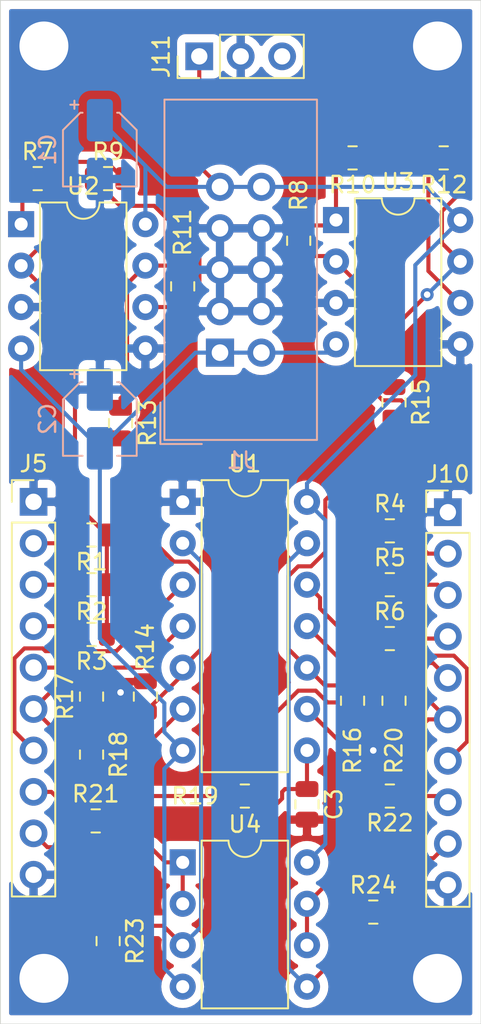
<source format=kicad_pcb>
(kicad_pcb (version 20171130) (host pcbnew "(5.1.4-0-10_14)")

  (general
    (thickness 1.6)
    (drawings 4)
    (tracks 218)
    (zones 0)
    (modules 35)
    (nets 35)
  )

  (page A4)
  (layers
    (0 F.Cu signal)
    (31 B.Cu signal)
    (32 B.Adhes user)
    (33 F.Adhes user)
    (34 B.Paste user)
    (35 F.Paste user)
    (36 B.SilkS user)
    (37 F.SilkS user)
    (38 B.Mask user)
    (39 F.Mask user)
    (40 Dwgs.User user)
    (41 Cmts.User user)
    (42 Eco1.User user)
    (43 Eco2.User user)
    (44 Edge.Cuts user)
    (45 Margin user)
    (46 B.CrtYd user)
    (47 F.CrtYd user)
    (48 B.Fab user hide)
    (49 F.Fab user hide)
  )

  (setup
    (last_trace_width 0.25)
    (trace_clearance 0.2)
    (zone_clearance 0.508)
    (zone_45_only no)
    (trace_min 0.2)
    (via_size 0.8)
    (via_drill 0.4)
    (via_min_size 0.4)
    (via_min_drill 0.3)
    (user_via 4 3)
    (uvia_size 0.3)
    (uvia_drill 0.1)
    (uvias_allowed no)
    (uvia_min_size 0.2)
    (uvia_min_drill 0.1)
    (edge_width 0.05)
    (segment_width 0.2)
    (pcb_text_width 0.3)
    (pcb_text_size 1.5 1.5)
    (mod_edge_width 0.12)
    (mod_text_size 1 1)
    (mod_text_width 0.15)
    (pad_size 1.7 1.7)
    (pad_drill 1)
    (pad_to_mask_clearance 0.051)
    (solder_mask_min_width 0.25)
    (aux_axis_origin 0 0)
    (visible_elements FFFFFF7F)
    (pcbplotparams
      (layerselection 0x010fc_ffffffff)
      (usegerberextensions false)
      (usegerberattributes false)
      (usegerberadvancedattributes false)
      (creategerberjobfile false)
      (excludeedgelayer true)
      (linewidth 0.100000)
      (plotframeref false)
      (viasonmask false)
      (mode 1)
      (useauxorigin false)
      (hpglpennumber 1)
      (hpglpenspeed 20)
      (hpglpendiameter 15.000000)
      (psnegative false)
      (psa4output false)
      (plotreference true)
      (plotvalue true)
      (plotinvisibletext false)
      (padsonsilk false)
      (subtractmaskfromsilk false)
      (outputformat 1)
      (mirror false)
      (drillshape 1)
      (scaleselection 1)
      (outputdirectory ""))
  )

  (net 0 "")
  (net 1 GNDREF)
  (net 2 +12V)
  (net 3 -12V)
  (net 4 "Net-(C3-Pad1)")
  (net 5 /Out_A)
  (net 6 /In_A)
  (net 7 /SW_Com_A)
  (net 8 /SW_Log_A)
  (net 9 /SW_Lin_A)
  (net 10 /CV2_A)
  (net 11 /CV1_A)
  (net 12 /Level_A)
  (net 13 /Level_B)
  (net 14 /CV1_B)
  (net 15 /CV2_B)
  (net 16 /SW_Lin_B)
  (net 17 /SW_Log_B)
  (net 18 /SW_Com_B)
  (net 19 /In_B)
  (net 20 /Out_B)
  (net 21 "Net-(R1-Pad1)")
  (net 22 "Net-(R4-Pad1)")
  (net 23 "Net-(R7-Pad1)")
  (net 24 "Net-(R10-Pad2)")
  (net 25 "Net-(R11-Pad2)")
  (net 26 "Net-(R10-Pad1)")
  (net 27 "Net-(R11-Pad1)")
  (net 28 "Net-(R12-Pad1)")
  (net 29 "Net-(R13-Pad2)")
  (net 30 "Net-(R15-Pad2)")
  (net 31 "Net-(R21-Pad2)")
  (net 32 "Net-(R22-Pad2)")
  (net 33 "Net-(R23-Pad1)")
  (net 34 "Net-(R24-Pad1)")

  (net_class Default "This is the default net class."
    (clearance 0.2)
    (trace_width 0.25)
    (via_dia 0.8)
    (via_drill 0.4)
    (uvia_dia 0.3)
    (uvia_drill 0.1)
    (add_net +12V)
    (add_net -12V)
    (add_net /CV1_A)
    (add_net /CV1_B)
    (add_net /CV2_A)
    (add_net /CV2_B)
    (add_net /In_A)
    (add_net /In_B)
    (add_net /Level_A)
    (add_net /Level_B)
    (add_net /Out_A)
    (add_net /Out_B)
    (add_net /SW_Com_A)
    (add_net /SW_Com_B)
    (add_net /SW_Lin_A)
    (add_net /SW_Lin_B)
    (add_net /SW_Log_A)
    (add_net /SW_Log_B)
    (add_net GNDREF)
    (add_net "Net-(C3-Pad1)")
    (add_net "Net-(R1-Pad1)")
    (add_net "Net-(R10-Pad1)")
    (add_net "Net-(R10-Pad2)")
    (add_net "Net-(R11-Pad1)")
    (add_net "Net-(R11-Pad2)")
    (add_net "Net-(R12-Pad1)")
    (add_net "Net-(R13-Pad2)")
    (add_net "Net-(R15-Pad2)")
    (add_net "Net-(R21-Pad2)")
    (add_net "Net-(R22-Pad2)")
    (add_net "Net-(R23-Pad1)")
    (add_net "Net-(R24-Pad1)")
    (add_net "Net-(R4-Pad1)")
    (add_net "Net-(R7-Pad1)")
  )

  (module Capacitor_SMD:CP_Elec_4x3 (layer B.Cu) (tedit 5BCA39CF) (tstamp 5D86251A)
    (at 70.104 85.09 270)
    (descr "SMD capacitor, aluminum electrolytic, Nichicon, 4.0x3mm")
    (tags "capacitor electrolytic")
    (path /5D860A64)
    (attr smd)
    (fp_text reference C1 (at 0 3.2 270) (layer B.SilkS)
      (effects (font (size 1 1) (thickness 0.15)) (justify mirror))
    )
    (fp_text value CP1 (at 0 -3.2 270) (layer B.Fab)
      (effects (font (size 1 1) (thickness 0.15)) (justify mirror))
    )
    (fp_text user %R (at 0 0 270) (layer B.Fab)
      (effects (font (size 0.8 0.8) (thickness 0.12)) (justify mirror))
    )
    (fp_line (start -3.35 -1.05) (end -2.4 -1.05) (layer B.CrtYd) (width 0.05))
    (fp_line (start -3.35 1.05) (end -3.35 -1.05) (layer B.CrtYd) (width 0.05))
    (fp_line (start -2.4 1.05) (end -3.35 1.05) (layer B.CrtYd) (width 0.05))
    (fp_line (start -2.4 -1.05) (end -2.4 -1.25) (layer B.CrtYd) (width 0.05))
    (fp_line (start -2.4 1.25) (end -2.4 1.05) (layer B.CrtYd) (width 0.05))
    (fp_line (start -2.4 1.25) (end -1.25 2.4) (layer B.CrtYd) (width 0.05))
    (fp_line (start -2.4 -1.25) (end -1.25 -2.4) (layer B.CrtYd) (width 0.05))
    (fp_line (start -1.25 2.4) (end 2.4 2.4) (layer B.CrtYd) (width 0.05))
    (fp_line (start -1.25 -2.4) (end 2.4 -2.4) (layer B.CrtYd) (width 0.05))
    (fp_line (start 2.4 -1.05) (end 2.4 -2.4) (layer B.CrtYd) (width 0.05))
    (fp_line (start 3.35 -1.05) (end 2.4 -1.05) (layer B.CrtYd) (width 0.05))
    (fp_line (start 3.35 1.05) (end 3.35 -1.05) (layer B.CrtYd) (width 0.05))
    (fp_line (start 2.4 1.05) (end 3.35 1.05) (layer B.CrtYd) (width 0.05))
    (fp_line (start 2.4 2.4) (end 2.4 1.05) (layer B.CrtYd) (width 0.05))
    (fp_line (start -2.75 1.81) (end -2.75 1.31) (layer B.SilkS) (width 0.12))
    (fp_line (start -3 1.56) (end -2.5 1.56) (layer B.SilkS) (width 0.12))
    (fp_line (start -2.26 -1.195563) (end -1.195563 -2.26) (layer B.SilkS) (width 0.12))
    (fp_line (start -2.26 1.195563) (end -1.195563 2.26) (layer B.SilkS) (width 0.12))
    (fp_line (start -2.26 1.195563) (end -2.26 1.06) (layer B.SilkS) (width 0.12))
    (fp_line (start -2.26 -1.195563) (end -2.26 -1.06) (layer B.SilkS) (width 0.12))
    (fp_line (start -1.195563 -2.26) (end 2.26 -2.26) (layer B.SilkS) (width 0.12))
    (fp_line (start -1.195563 2.26) (end 2.26 2.26) (layer B.SilkS) (width 0.12))
    (fp_line (start 2.26 2.26) (end 2.26 1.06) (layer B.SilkS) (width 0.12))
    (fp_line (start 2.26 -2.26) (end 2.26 -1.06) (layer B.SilkS) (width 0.12))
    (fp_line (start -1.374773 1.2) (end -1.374773 0.8) (layer B.Fab) (width 0.1))
    (fp_line (start -1.574773 1) (end -1.174773 1) (layer B.Fab) (width 0.1))
    (fp_line (start -2.15 -1.15) (end -1.15 -2.15) (layer B.Fab) (width 0.1))
    (fp_line (start -2.15 1.15) (end -1.15 2.15) (layer B.Fab) (width 0.1))
    (fp_line (start -2.15 1.15) (end -2.15 -1.15) (layer B.Fab) (width 0.1))
    (fp_line (start -1.15 -2.15) (end 2.15 -2.15) (layer B.Fab) (width 0.1))
    (fp_line (start -1.15 2.15) (end 2.15 2.15) (layer B.Fab) (width 0.1))
    (fp_line (start 2.15 2.15) (end 2.15 -2.15) (layer B.Fab) (width 0.1))
    (fp_circle (center 0 0) (end 2 0) (layer B.Fab) (width 0.1))
    (pad 2 smd roundrect (at 1.8 0 270) (size 2.6 1.6) (layers B.Cu B.Paste B.Mask) (roundrect_rratio 0.15625)
      (net 1 GNDREF))
    (pad 1 smd roundrect (at -1.8 0 270) (size 2.6 1.6) (layers B.Cu B.Paste B.Mask) (roundrect_rratio 0.15625)
      (net 2 +12V))
    (model ${KISYS3DMOD}/Capacitor_SMD.3dshapes/CP_Elec_4x3.wrl
      (at (xyz 0 0 0))
      (scale (xyz 1 1 1))
      (rotate (xyz 0 0 0))
    )
  )

  (module Capacitor_SMD:CP_Elec_4x3 (layer B.Cu) (tedit 5BCA39CF) (tstamp 5D862542)
    (at 70.104 101.6 270)
    (descr "SMD capacitor, aluminum electrolytic, Nichicon, 4.0x3mm")
    (tags "capacitor electrolytic")
    (path /5D8611D3)
    (attr smd)
    (fp_text reference C2 (at 0 3.2 270) (layer B.SilkS)
      (effects (font (size 1 1) (thickness 0.15)) (justify mirror))
    )
    (fp_text value CP1 (at 0 -3.2 270) (layer B.Fab)
      (effects (font (size 1 1) (thickness 0.15)) (justify mirror))
    )
    (fp_circle (center 0 0) (end 2 0) (layer B.Fab) (width 0.1))
    (fp_line (start 2.15 2.15) (end 2.15 -2.15) (layer B.Fab) (width 0.1))
    (fp_line (start -1.15 2.15) (end 2.15 2.15) (layer B.Fab) (width 0.1))
    (fp_line (start -1.15 -2.15) (end 2.15 -2.15) (layer B.Fab) (width 0.1))
    (fp_line (start -2.15 1.15) (end -2.15 -1.15) (layer B.Fab) (width 0.1))
    (fp_line (start -2.15 1.15) (end -1.15 2.15) (layer B.Fab) (width 0.1))
    (fp_line (start -2.15 -1.15) (end -1.15 -2.15) (layer B.Fab) (width 0.1))
    (fp_line (start -1.574773 1) (end -1.174773 1) (layer B.Fab) (width 0.1))
    (fp_line (start -1.374773 1.2) (end -1.374773 0.8) (layer B.Fab) (width 0.1))
    (fp_line (start 2.26 -2.26) (end 2.26 -1.06) (layer B.SilkS) (width 0.12))
    (fp_line (start 2.26 2.26) (end 2.26 1.06) (layer B.SilkS) (width 0.12))
    (fp_line (start -1.195563 2.26) (end 2.26 2.26) (layer B.SilkS) (width 0.12))
    (fp_line (start -1.195563 -2.26) (end 2.26 -2.26) (layer B.SilkS) (width 0.12))
    (fp_line (start -2.26 -1.195563) (end -2.26 -1.06) (layer B.SilkS) (width 0.12))
    (fp_line (start -2.26 1.195563) (end -2.26 1.06) (layer B.SilkS) (width 0.12))
    (fp_line (start -2.26 1.195563) (end -1.195563 2.26) (layer B.SilkS) (width 0.12))
    (fp_line (start -2.26 -1.195563) (end -1.195563 -2.26) (layer B.SilkS) (width 0.12))
    (fp_line (start -3 1.56) (end -2.5 1.56) (layer B.SilkS) (width 0.12))
    (fp_line (start -2.75 1.81) (end -2.75 1.31) (layer B.SilkS) (width 0.12))
    (fp_line (start 2.4 2.4) (end 2.4 1.05) (layer B.CrtYd) (width 0.05))
    (fp_line (start 2.4 1.05) (end 3.35 1.05) (layer B.CrtYd) (width 0.05))
    (fp_line (start 3.35 1.05) (end 3.35 -1.05) (layer B.CrtYd) (width 0.05))
    (fp_line (start 3.35 -1.05) (end 2.4 -1.05) (layer B.CrtYd) (width 0.05))
    (fp_line (start 2.4 -1.05) (end 2.4 -2.4) (layer B.CrtYd) (width 0.05))
    (fp_line (start -1.25 -2.4) (end 2.4 -2.4) (layer B.CrtYd) (width 0.05))
    (fp_line (start -1.25 2.4) (end 2.4 2.4) (layer B.CrtYd) (width 0.05))
    (fp_line (start -2.4 -1.25) (end -1.25 -2.4) (layer B.CrtYd) (width 0.05))
    (fp_line (start -2.4 1.25) (end -1.25 2.4) (layer B.CrtYd) (width 0.05))
    (fp_line (start -2.4 1.25) (end -2.4 1.05) (layer B.CrtYd) (width 0.05))
    (fp_line (start -2.4 -1.05) (end -2.4 -1.25) (layer B.CrtYd) (width 0.05))
    (fp_line (start -2.4 1.05) (end -3.35 1.05) (layer B.CrtYd) (width 0.05))
    (fp_line (start -3.35 1.05) (end -3.35 -1.05) (layer B.CrtYd) (width 0.05))
    (fp_line (start -3.35 -1.05) (end -2.4 -1.05) (layer B.CrtYd) (width 0.05))
    (fp_text user %R (at 0 0 270) (layer B.Fab)
      (effects (font (size 0.8 0.8) (thickness 0.12)) (justify mirror))
    )
    (pad 1 smd roundrect (at -1.8 0 270) (size 2.6 1.6) (layers B.Cu B.Paste B.Mask) (roundrect_rratio 0.15625)
      (net 1 GNDREF))
    (pad 2 smd roundrect (at 1.8 0 270) (size 2.6 1.6) (layers B.Cu B.Paste B.Mask) (roundrect_rratio 0.15625)
      (net 3 -12V))
    (model ${KISYS3DMOD}/Capacitor_SMD.3dshapes/CP_Elec_4x3.wrl
      (at (xyz 0 0 0))
      (scale (xyz 1 1 1))
      (rotate (xyz 0 0 0))
    )
  )

  (module Capacitor_SMD:C_0805_2012Metric (layer F.Cu) (tedit 5B36C52B) (tstamp 5D862553)
    (at 82.804 125.222 270)
    (descr "Capacitor SMD 0805 (2012 Metric), square (rectangular) end terminal, IPC_7351 nominal, (Body size source: https://docs.google.com/spreadsheets/d/1BsfQQcO9C6DZCsRaXUlFlo91Tg2WpOkGARC1WS5S8t0/edit?usp=sharing), generated with kicad-footprint-generator")
    (tags capacitor)
    (path /5D8D6F3B)
    (attr smd)
    (fp_text reference C3 (at 0 -1.65 90) (layer F.SilkS)
      (effects (font (size 1 1) (thickness 0.15)))
    )
    (fp_text value 5nF (at 0 1.65 90) (layer F.Fab)
      (effects (font (size 1 1) (thickness 0.15)))
    )
    (fp_line (start -1 0.6) (end -1 -0.6) (layer F.Fab) (width 0.1))
    (fp_line (start -1 -0.6) (end 1 -0.6) (layer F.Fab) (width 0.1))
    (fp_line (start 1 -0.6) (end 1 0.6) (layer F.Fab) (width 0.1))
    (fp_line (start 1 0.6) (end -1 0.6) (layer F.Fab) (width 0.1))
    (fp_line (start -0.258578 -0.71) (end 0.258578 -0.71) (layer F.SilkS) (width 0.12))
    (fp_line (start -0.258578 0.71) (end 0.258578 0.71) (layer F.SilkS) (width 0.12))
    (fp_line (start -1.68 0.95) (end -1.68 -0.95) (layer F.CrtYd) (width 0.05))
    (fp_line (start -1.68 -0.95) (end 1.68 -0.95) (layer F.CrtYd) (width 0.05))
    (fp_line (start 1.68 -0.95) (end 1.68 0.95) (layer F.CrtYd) (width 0.05))
    (fp_line (start 1.68 0.95) (end -1.68 0.95) (layer F.CrtYd) (width 0.05))
    (fp_text user %R (at 0 0 90) (layer F.Fab)
      (effects (font (size 0.5 0.5) (thickness 0.08)))
    )
    (pad 1 smd roundrect (at -0.9375 0 270) (size 0.975 1.4) (layers F.Cu F.Paste F.Mask) (roundrect_rratio 0.25)
      (net 4 "Net-(C3-Pad1)"))
    (pad 2 smd roundrect (at 0.9375 0 270) (size 0.975 1.4) (layers F.Cu F.Paste F.Mask) (roundrect_rratio 0.25)
      (net 1 GNDREF))
    (model ${KISYS3DMOD}/Capacitor_SMD.3dshapes/C_0805_2012Metric.wrl
      (at (xyz 0 0 0))
      (scale (xyz 1 1 1))
      (rotate (xyz 0 0 0))
    )
  )

  (module Connector_IDC:IDC-Header_2x05_P2.54mm_Vertical (layer B.Cu) (tedit 59DE0611) (tstamp 5D86257B)
    (at 77.47 97.536)
    (descr "Through hole straight IDC box header, 2x05, 2.54mm pitch, double rows")
    (tags "Through hole IDC box header THT 2x05 2.54mm double row")
    (path /5D88265A)
    (fp_text reference J1 (at 1.27 6.604) (layer B.SilkS)
      (effects (font (size 1 1) (thickness 0.15)) (justify mirror))
    )
    (fp_text value Power (at 1.27 -16.764) (layer B.Fab)
      (effects (font (size 1 1) (thickness 0.15)) (justify mirror))
    )
    (fp_text user %R (at 1.27 -5.08) (layer B.Fab)
      (effects (font (size 1 1) (thickness 0.15)) (justify mirror))
    )
    (fp_line (start 5.695 5.1) (end 5.695 -15.26) (layer B.Fab) (width 0.1))
    (fp_line (start 5.145 4.56) (end 5.145 -14.7) (layer B.Fab) (width 0.1))
    (fp_line (start -3.155 5.1) (end -3.155 -15.26) (layer B.Fab) (width 0.1))
    (fp_line (start -2.605 4.56) (end -2.605 -2.83) (layer B.Fab) (width 0.1))
    (fp_line (start -2.605 -7.33) (end -2.605 -14.7) (layer B.Fab) (width 0.1))
    (fp_line (start -2.605 -2.83) (end -3.155 -2.83) (layer B.Fab) (width 0.1))
    (fp_line (start -2.605 -7.33) (end -3.155 -7.33) (layer B.Fab) (width 0.1))
    (fp_line (start 5.695 5.1) (end -3.155 5.1) (layer B.Fab) (width 0.1))
    (fp_line (start 5.145 4.56) (end -2.605 4.56) (layer B.Fab) (width 0.1))
    (fp_line (start 5.695 -15.26) (end -3.155 -15.26) (layer B.Fab) (width 0.1))
    (fp_line (start 5.145 -14.7) (end -2.605 -14.7) (layer B.Fab) (width 0.1))
    (fp_line (start 5.695 5.1) (end 5.145 4.56) (layer B.Fab) (width 0.1))
    (fp_line (start 5.695 -15.26) (end 5.145 -14.7) (layer B.Fab) (width 0.1))
    (fp_line (start -3.155 5.1) (end -2.605 4.56) (layer B.Fab) (width 0.1))
    (fp_line (start -3.155 -15.26) (end -2.605 -14.7) (layer B.Fab) (width 0.1))
    (fp_line (start 5.95 5.35) (end 5.95 -15.51) (layer B.CrtYd) (width 0.05))
    (fp_line (start 5.95 -15.51) (end -3.41 -15.51) (layer B.CrtYd) (width 0.05))
    (fp_line (start -3.41 -15.51) (end -3.41 5.35) (layer B.CrtYd) (width 0.05))
    (fp_line (start -3.41 5.35) (end 5.95 5.35) (layer B.CrtYd) (width 0.05))
    (fp_line (start 5.945 5.35) (end 5.945 -15.51) (layer B.SilkS) (width 0.12))
    (fp_line (start 5.945 -15.51) (end -3.405 -15.51) (layer B.SilkS) (width 0.12))
    (fp_line (start -3.405 -15.51) (end -3.405 5.35) (layer B.SilkS) (width 0.12))
    (fp_line (start -3.405 5.35) (end 5.945 5.35) (layer B.SilkS) (width 0.12))
    (fp_line (start -3.655 5.6) (end -3.655 3.06) (layer B.SilkS) (width 0.12))
    (fp_line (start -3.655 5.6) (end -1.115 5.6) (layer B.SilkS) (width 0.12))
    (pad 1 thru_hole rect (at 0 0) (size 1.7272 1.7272) (drill 1.016) (layers *.Cu *.Mask)
      (net 3 -12V))
    (pad 2 thru_hole oval (at 2.54 0) (size 1.7272 1.7272) (drill 1.016) (layers *.Cu *.Mask)
      (net 3 -12V))
    (pad 3 thru_hole oval (at 0 -2.54) (size 1.7272 1.7272) (drill 1.016) (layers *.Cu *.Mask)
      (net 1 GNDREF))
    (pad 4 thru_hole oval (at 2.54 -2.54) (size 1.7272 1.7272) (drill 1.016) (layers *.Cu *.Mask)
      (net 1 GNDREF))
    (pad 5 thru_hole oval (at 0 -5.08) (size 1.7272 1.7272) (drill 1.016) (layers *.Cu *.Mask)
      (net 1 GNDREF))
    (pad 6 thru_hole oval (at 2.54 -5.08) (size 1.7272 1.7272) (drill 1.016) (layers *.Cu *.Mask)
      (net 1 GNDREF))
    (pad 7 thru_hole oval (at 0 -7.62) (size 1.7272 1.7272) (drill 1.016) (layers *.Cu *.Mask)
      (net 1 GNDREF))
    (pad 8 thru_hole oval (at 2.54 -7.62) (size 1.7272 1.7272) (drill 1.016) (layers *.Cu *.Mask)
      (net 1 GNDREF))
    (pad 9 thru_hole oval (at 0 -10.16) (size 1.7272 1.7272) (drill 1.016) (layers *.Cu *.Mask)
      (net 2 +12V))
    (pad 10 thru_hole oval (at 2.54 -10.16) (size 1.7272 1.7272) (drill 1.016) (layers *.Cu *.Mask)
      (net 2 +12V))
    (model ${KISYS3DMOD}/Connector_IDC.3dshapes/IDC-Header_2x05_P2.54mm_Vertical.wrl
      (at (xyz 0 0 0))
      (scale (xyz 1 1 1))
      (rotate (xyz 0 0 0))
    )
  )

  (module Connector_PinHeader_2.54mm:PinHeader_1x10_P2.54mm_Vertical (layer F.Cu) (tedit 59FED5CC) (tstamp 5D86257C)
    (at 66.04 106.68)
    (descr "Through hole straight pin header, 1x10, 2.54mm pitch, single row")
    (tags "Through hole pin header THT 1x10 2.54mm single row")
    (path /5D8DEBA8)
    (fp_text reference J5 (at 0 -2.33) (layer F.SilkS)
      (effects (font (size 1 1) (thickness 0.15)))
    )
    (fp_text value IO_A (at 0 25.19) (layer F.Fab)
      (effects (font (size 1 1) (thickness 0.15)))
    )
    (fp_text user %R (at 0 11.43 90) (layer F.Fab)
      (effects (font (size 1 1) (thickness 0.15)))
    )
    (fp_line (start 1.8 -1.8) (end -1.8 -1.8) (layer F.CrtYd) (width 0.05))
    (fp_line (start 1.8 24.65) (end 1.8 -1.8) (layer F.CrtYd) (width 0.05))
    (fp_line (start -1.8 24.65) (end 1.8 24.65) (layer F.CrtYd) (width 0.05))
    (fp_line (start -1.8 -1.8) (end -1.8 24.65) (layer F.CrtYd) (width 0.05))
    (fp_line (start -1.33 -1.33) (end 0 -1.33) (layer F.SilkS) (width 0.12))
    (fp_line (start -1.33 0) (end -1.33 -1.33) (layer F.SilkS) (width 0.12))
    (fp_line (start -1.33 1.27) (end 1.33 1.27) (layer F.SilkS) (width 0.12))
    (fp_line (start 1.33 1.27) (end 1.33 24.19) (layer F.SilkS) (width 0.12))
    (fp_line (start -1.33 1.27) (end -1.33 24.19) (layer F.SilkS) (width 0.12))
    (fp_line (start -1.33 24.19) (end 1.33 24.19) (layer F.SilkS) (width 0.12))
    (fp_line (start -1.27 -0.635) (end -0.635 -1.27) (layer F.Fab) (width 0.1))
    (fp_line (start -1.27 24.13) (end -1.27 -0.635) (layer F.Fab) (width 0.1))
    (fp_line (start 1.27 24.13) (end -1.27 24.13) (layer F.Fab) (width 0.1))
    (fp_line (start 1.27 -1.27) (end 1.27 24.13) (layer F.Fab) (width 0.1))
    (fp_line (start -0.635 -1.27) (end 1.27 -1.27) (layer F.Fab) (width 0.1))
    (pad 10 thru_hole oval (at 0 22.86) (size 1.7 1.7) (drill 1) (layers *.Cu *.Mask)
      (net 1 GNDREF))
    (pad 9 thru_hole oval (at 0 20.32) (size 1.7 1.7) (drill 1) (layers *.Cu *.Mask)
      (net 5 /Out_A))
    (pad 8 thru_hole oval (at 0 17.78) (size 1.7 1.7) (drill 1) (layers *.Cu *.Mask)
      (net 6 /In_A))
    (pad 7 thru_hole oval (at 0 15.24) (size 1.7 1.7) (drill 1) (layers *.Cu *.Mask)
      (net 7 /SW_Com_A))
    (pad 6 thru_hole oval (at 0 12.7) (size 1.7 1.7) (drill 1) (layers *.Cu *.Mask)
      (net 8 /SW_Log_A))
    (pad 5 thru_hole oval (at 0 10.16) (size 1.7 1.7) (drill 1) (layers *.Cu *.Mask)
      (net 9 /SW_Lin_A))
    (pad 4 thru_hole oval (at 0 7.62) (size 1.7 1.7) (drill 1) (layers *.Cu *.Mask)
      (net 10 /CV2_A))
    (pad 3 thru_hole oval (at 0 5.08) (size 1.7 1.7) (drill 1) (layers *.Cu *.Mask)
      (net 11 /CV1_A))
    (pad 2 thru_hole oval (at 0 2.54) (size 1.7 1.7) (drill 1) (layers *.Cu *.Mask)
      (net 12 /Level_A))
    (pad 1 thru_hole rect (at 0 0) (size 1.7 1.7) (drill 1) (layers *.Cu *.Mask)
      (net 1 GNDREF))
    (model ${KISYS3DMOD}/Connector_PinHeader_2.54mm.3dshapes/PinHeader_1x10_P2.54mm_Vertical.wrl
      (at (xyz 0 0 0))
      (scale (xyz 1 1 1))
      (rotate (xyz 0 0 0))
    )
  )

  (module Connector_PinHeader_2.54mm:PinHeader_1x10_P2.54mm_Vertical (layer F.Cu) (tedit 59FED5CC) (tstamp 5D862599)
    (at 91.44 107.315)
    (descr "Through hole straight pin header, 1x10, 2.54mm pitch, single row")
    (tags "Through hole pin header THT 1x10 2.54mm single row")
    (path /5D8E4834)
    (fp_text reference J10 (at 0 -2.33) (layer F.SilkS)
      (effects (font (size 1 1) (thickness 0.15)))
    )
    (fp_text value IO_B (at 0 25.19) (layer F.Fab)
      (effects (font (size 1 1) (thickness 0.15)))
    )
    (fp_line (start -0.635 -1.27) (end 1.27 -1.27) (layer F.Fab) (width 0.1))
    (fp_line (start 1.27 -1.27) (end 1.27 24.13) (layer F.Fab) (width 0.1))
    (fp_line (start 1.27 24.13) (end -1.27 24.13) (layer F.Fab) (width 0.1))
    (fp_line (start -1.27 24.13) (end -1.27 -0.635) (layer F.Fab) (width 0.1))
    (fp_line (start -1.27 -0.635) (end -0.635 -1.27) (layer F.Fab) (width 0.1))
    (fp_line (start -1.33 24.19) (end 1.33 24.19) (layer F.SilkS) (width 0.12))
    (fp_line (start -1.33 1.27) (end -1.33 24.19) (layer F.SilkS) (width 0.12))
    (fp_line (start 1.33 1.27) (end 1.33 24.19) (layer F.SilkS) (width 0.12))
    (fp_line (start -1.33 1.27) (end 1.33 1.27) (layer F.SilkS) (width 0.12))
    (fp_line (start -1.33 0) (end -1.33 -1.33) (layer F.SilkS) (width 0.12))
    (fp_line (start -1.33 -1.33) (end 0 -1.33) (layer F.SilkS) (width 0.12))
    (fp_line (start -1.8 -1.8) (end -1.8 24.65) (layer F.CrtYd) (width 0.05))
    (fp_line (start -1.8 24.65) (end 1.8 24.65) (layer F.CrtYd) (width 0.05))
    (fp_line (start 1.8 24.65) (end 1.8 -1.8) (layer F.CrtYd) (width 0.05))
    (fp_line (start 1.8 -1.8) (end -1.8 -1.8) (layer F.CrtYd) (width 0.05))
    (fp_text user %R (at 0 11.43 90) (layer F.Fab)
      (effects (font (size 1 1) (thickness 0.15)))
    )
    (pad 1 thru_hole rect (at 0 0) (size 1.7 1.7) (drill 1) (layers *.Cu *.Mask)
      (net 1 GNDREF))
    (pad 2 thru_hole oval (at 0 2.54) (size 1.7 1.7) (drill 1) (layers *.Cu *.Mask)
      (net 13 /Level_B))
    (pad 3 thru_hole oval (at 0 5.08) (size 1.7 1.7) (drill 1) (layers *.Cu *.Mask)
      (net 14 /CV1_B))
    (pad 4 thru_hole oval (at 0 7.62) (size 1.7 1.7) (drill 1) (layers *.Cu *.Mask)
      (net 15 /CV2_B))
    (pad 5 thru_hole oval (at 0 10.16) (size 1.7 1.7) (drill 1) (layers *.Cu *.Mask)
      (net 16 /SW_Lin_B))
    (pad 6 thru_hole oval (at 0 12.7) (size 1.7 1.7) (drill 1) (layers *.Cu *.Mask)
      (net 17 /SW_Log_B))
    (pad 7 thru_hole oval (at 0 15.24) (size 1.7 1.7) (drill 1) (layers *.Cu *.Mask)
      (net 18 /SW_Com_B))
    (pad 8 thru_hole oval (at 0 17.78) (size 1.7 1.7) (drill 1) (layers *.Cu *.Mask)
      (net 19 /In_B))
    (pad 9 thru_hole oval (at 0 20.32) (size 1.7 1.7) (drill 1) (layers *.Cu *.Mask)
      (net 20 /Out_B))
    (pad 10 thru_hole oval (at 0 22.86) (size 1.7 1.7) (drill 1) (layers *.Cu *.Mask)
      (net 1 GNDREF))
    (model ${KISYS3DMOD}/Connector_PinHeader_2.54mm.3dshapes/PinHeader_1x10_P2.54mm_Vertical.wrl
      (at (xyz 0 0 0))
      (scale (xyz 1 1 1))
      (rotate (xyz 0 0 0))
    )
  )

  (module Connector_PinHeader_2.54mm:PinHeader_1x03_P2.54mm_Vertical (layer F.Cu) (tedit 5D864834) (tstamp 5D8625B6)
    (at 76.2 79.375 90)
    (descr "Through hole straight pin header, 1x03, 2.54mm pitch, single row")
    (tags "Through hole pin header THT 1x03 2.54mm single row")
    (path /5D8D6E2F)
    (fp_text reference J11 (at 0 -2.33 90) (layer F.SilkS)
      (effects (font (size 1 1) (thickness 0.15)))
    )
    (fp_text value IO_Power (at 0 7.41 90) (layer F.Fab)
      (effects (font (size 1 1) (thickness 0.15)))
    )
    (fp_line (start -0.635 -1.27) (end 1.27 -1.27) (layer F.Fab) (width 0.1))
    (fp_line (start 1.27 -1.27) (end 1.27 6.35) (layer F.Fab) (width 0.1))
    (fp_line (start 1.27 6.35) (end -1.27 6.35) (layer F.Fab) (width 0.1))
    (fp_line (start -1.27 6.35) (end -1.27 -0.635) (layer F.Fab) (width 0.1))
    (fp_line (start -1.27 -0.635) (end -0.635 -1.27) (layer F.Fab) (width 0.1))
    (fp_line (start -1.33 6.41) (end 1.33 6.41) (layer F.SilkS) (width 0.12))
    (fp_line (start -1.33 1.27) (end -1.33 6.41) (layer F.SilkS) (width 0.12))
    (fp_line (start 1.33 1.27) (end 1.33 6.41) (layer F.SilkS) (width 0.12))
    (fp_line (start -1.33 1.27) (end 1.33 1.27) (layer F.SilkS) (width 0.12))
    (fp_line (start -1.33 0) (end -1.33 -1.33) (layer F.SilkS) (width 0.12))
    (fp_line (start -1.33 -1.33) (end 0 -1.33) (layer F.SilkS) (width 0.12))
    (fp_line (start -1.8 -1.8) (end -1.8 6.85) (layer F.CrtYd) (width 0.05))
    (fp_line (start -1.8 6.85) (end 1.8 6.85) (layer F.CrtYd) (width 0.05))
    (fp_line (start 1.8 6.85) (end 1.8 -1.8) (layer F.CrtYd) (width 0.05))
    (fp_line (start 1.8 -1.8) (end -1.8 -1.8) (layer F.CrtYd) (width 0.05))
    (fp_text user %R (at 0 2.54) (layer F.Fab)
      (effects (font (size 1 1) (thickness 0.15)))
    )
    (pad 1 thru_hole rect (at 0 0 90) (size 1.7 1.7) (drill 1) (layers *.Cu *.Mask)
      (net 2 +12V))
    (pad 2 thru_hole oval (at 0 2.54 90) (size 1.7 1.7) (drill 1) (layers *.Cu *.Mask)
      (net 1 GNDREF))
    (pad 3 thru_hole oval (at 0 5.08 90) (size 1.7 1.7) (drill 1) (layers *.Cu *.Mask))
    (model ${KISYS3DMOD}/Connector_PinHeader_2.54mm.3dshapes/PinHeader_1x03_P2.54mm_Vertical.wrl
      (at (xyz 0 0 0))
      (scale (xyz 1 1 1))
      (rotate (xyz 0 0 0))
    )
  )

  (module Resistor_SMD:R_0805_2012Metric (layer F.Cu) (tedit 5B36C52B) (tstamp 5D8625DC)
    (at 69.596 108.712 180)
    (descr "Resistor SMD 0805 (2012 Metric), square (rectangular) end terminal, IPC_7351 nominal, (Body size source: https://docs.google.com/spreadsheets/d/1BsfQQcO9C6DZCsRaXUlFlo91Tg2WpOkGARC1WS5S8t0/edit?usp=sharing), generated with kicad-footprint-generator")
    (tags resistor)
    (path /5D8CACA4)
    (attr smd)
    (fp_text reference R1 (at 0 -1.65) (layer F.SilkS)
      (effects (font (size 1 1) (thickness 0.15)))
    )
    (fp_text value 100K (at 0 1.65) (layer F.Fab)
      (effects (font (size 1 1) (thickness 0.15)))
    )
    (fp_text user %R (at 0 0) (layer F.Fab)
      (effects (font (size 0.5 0.5) (thickness 0.08)))
    )
    (fp_line (start 1.68 0.95) (end -1.68 0.95) (layer F.CrtYd) (width 0.05))
    (fp_line (start 1.68 -0.95) (end 1.68 0.95) (layer F.CrtYd) (width 0.05))
    (fp_line (start -1.68 -0.95) (end 1.68 -0.95) (layer F.CrtYd) (width 0.05))
    (fp_line (start -1.68 0.95) (end -1.68 -0.95) (layer F.CrtYd) (width 0.05))
    (fp_line (start -0.258578 0.71) (end 0.258578 0.71) (layer F.SilkS) (width 0.12))
    (fp_line (start -0.258578 -0.71) (end 0.258578 -0.71) (layer F.SilkS) (width 0.12))
    (fp_line (start 1 0.6) (end -1 0.6) (layer F.Fab) (width 0.1))
    (fp_line (start 1 -0.6) (end 1 0.6) (layer F.Fab) (width 0.1))
    (fp_line (start -1 -0.6) (end 1 -0.6) (layer F.Fab) (width 0.1))
    (fp_line (start -1 0.6) (end -1 -0.6) (layer F.Fab) (width 0.1))
    (pad 2 smd roundrect (at 0.9375 0 180) (size 0.975 1.4) (layers F.Cu F.Paste F.Mask) (roundrect_rratio 0.25)
      (net 12 /Level_A))
    (pad 1 smd roundrect (at -0.9375 0 180) (size 0.975 1.4) (layers F.Cu F.Paste F.Mask) (roundrect_rratio 0.25)
      (net 21 "Net-(R1-Pad1)"))
    (model ${KISYS3DMOD}/Resistor_SMD.3dshapes/R_0805_2012Metric.wrl
      (at (xyz 0 0 0))
      (scale (xyz 1 1 1))
      (rotate (xyz 0 0 0))
    )
  )

  (module Resistor_SMD:R_0805_2012Metric (layer F.Cu) (tedit 5B36C52B) (tstamp 5D8625ED)
    (at 69.596 111.76 180)
    (descr "Resistor SMD 0805 (2012 Metric), square (rectangular) end terminal, IPC_7351 nominal, (Body size source: https://docs.google.com/spreadsheets/d/1BsfQQcO9C6DZCsRaXUlFlo91Tg2WpOkGARC1WS5S8t0/edit?usp=sharing), generated with kicad-footprint-generator")
    (tags resistor)
    (path /5D8C95E4)
    (attr smd)
    (fp_text reference R2 (at 0 -1.65) (layer F.SilkS)
      (effects (font (size 1 1) (thickness 0.15)))
    )
    (fp_text value 100K (at 0 1.65) (layer F.Fab)
      (effects (font (size 1 1) (thickness 0.15)))
    )
    (fp_text user %R (at 0 0) (layer F.Fab)
      (effects (font (size 0.5 0.5) (thickness 0.08)))
    )
    (fp_line (start 1.68 0.95) (end -1.68 0.95) (layer F.CrtYd) (width 0.05))
    (fp_line (start 1.68 -0.95) (end 1.68 0.95) (layer F.CrtYd) (width 0.05))
    (fp_line (start -1.68 -0.95) (end 1.68 -0.95) (layer F.CrtYd) (width 0.05))
    (fp_line (start -1.68 0.95) (end -1.68 -0.95) (layer F.CrtYd) (width 0.05))
    (fp_line (start -0.258578 0.71) (end 0.258578 0.71) (layer F.SilkS) (width 0.12))
    (fp_line (start -0.258578 -0.71) (end 0.258578 -0.71) (layer F.SilkS) (width 0.12))
    (fp_line (start 1 0.6) (end -1 0.6) (layer F.Fab) (width 0.1))
    (fp_line (start 1 -0.6) (end 1 0.6) (layer F.Fab) (width 0.1))
    (fp_line (start -1 -0.6) (end 1 -0.6) (layer F.Fab) (width 0.1))
    (fp_line (start -1 0.6) (end -1 -0.6) (layer F.Fab) (width 0.1))
    (pad 2 smd roundrect (at 0.9375 0 180) (size 0.975 1.4) (layers F.Cu F.Paste F.Mask) (roundrect_rratio 0.25)
      (net 11 /CV1_A))
    (pad 1 smd roundrect (at -0.9375 0 180) (size 0.975 1.4) (layers F.Cu F.Paste F.Mask) (roundrect_rratio 0.25)
      (net 21 "Net-(R1-Pad1)"))
    (model ${KISYS3DMOD}/Resistor_SMD.3dshapes/R_0805_2012Metric.wrl
      (at (xyz 0 0 0))
      (scale (xyz 1 1 1))
      (rotate (xyz 0 0 0))
    )
  )

  (module Resistor_SMD:R_0805_2012Metric (layer F.Cu) (tedit 5B36C52B) (tstamp 5D8625FE)
    (at 69.596 114.808 180)
    (descr "Resistor SMD 0805 (2012 Metric), square (rectangular) end terminal, IPC_7351 nominal, (Body size source: https://docs.google.com/spreadsheets/d/1BsfQQcO9C6DZCsRaXUlFlo91Tg2WpOkGARC1WS5S8t0/edit?usp=sharing), generated with kicad-footprint-generator")
    (tags resistor)
    (path /5D8CA57B)
    (attr smd)
    (fp_text reference R3 (at 0 -1.65) (layer F.SilkS)
      (effects (font (size 1 1) (thickness 0.15)))
    )
    (fp_text value 100K (at 0 1.65) (layer F.Fab)
      (effects (font (size 1 1) (thickness 0.15)))
    )
    (fp_line (start -1 0.6) (end -1 -0.6) (layer F.Fab) (width 0.1))
    (fp_line (start -1 -0.6) (end 1 -0.6) (layer F.Fab) (width 0.1))
    (fp_line (start 1 -0.6) (end 1 0.6) (layer F.Fab) (width 0.1))
    (fp_line (start 1 0.6) (end -1 0.6) (layer F.Fab) (width 0.1))
    (fp_line (start -0.258578 -0.71) (end 0.258578 -0.71) (layer F.SilkS) (width 0.12))
    (fp_line (start -0.258578 0.71) (end 0.258578 0.71) (layer F.SilkS) (width 0.12))
    (fp_line (start -1.68 0.95) (end -1.68 -0.95) (layer F.CrtYd) (width 0.05))
    (fp_line (start -1.68 -0.95) (end 1.68 -0.95) (layer F.CrtYd) (width 0.05))
    (fp_line (start 1.68 -0.95) (end 1.68 0.95) (layer F.CrtYd) (width 0.05))
    (fp_line (start 1.68 0.95) (end -1.68 0.95) (layer F.CrtYd) (width 0.05))
    (fp_text user %R (at 0 0) (layer F.Fab)
      (effects (font (size 0.5 0.5) (thickness 0.08)))
    )
    (pad 1 smd roundrect (at -0.9375 0 180) (size 0.975 1.4) (layers F.Cu F.Paste F.Mask) (roundrect_rratio 0.25)
      (net 21 "Net-(R1-Pad1)"))
    (pad 2 smd roundrect (at 0.9375 0 180) (size 0.975 1.4) (layers F.Cu F.Paste F.Mask) (roundrect_rratio 0.25)
      (net 10 /CV2_A))
    (model ${KISYS3DMOD}/Resistor_SMD.3dshapes/R_0805_2012Metric.wrl
      (at (xyz 0 0 0))
      (scale (xyz 1 1 1))
      (rotate (xyz 0 0 0))
    )
  )

  (module Resistor_SMD:R_0805_2012Metric (layer F.Cu) (tedit 5B36C52B) (tstamp 5D86260F)
    (at 87.884 108.458)
    (descr "Resistor SMD 0805 (2012 Metric), square (rectangular) end terminal, IPC_7351 nominal, (Body size source: https://docs.google.com/spreadsheets/d/1BsfQQcO9C6DZCsRaXUlFlo91Tg2WpOkGARC1WS5S8t0/edit?usp=sharing), generated with kicad-footprint-generator")
    (tags resistor)
    (path /5D8874E8)
    (attr smd)
    (fp_text reference R4 (at 0 -1.65) (layer F.SilkS)
      (effects (font (size 1 1) (thickness 0.15)))
    )
    (fp_text value 100K (at 0 1.65) (layer F.Fab)
      (effects (font (size 1 1) (thickness 0.15)))
    )
    (fp_line (start -1 0.6) (end -1 -0.6) (layer F.Fab) (width 0.1))
    (fp_line (start -1 -0.6) (end 1 -0.6) (layer F.Fab) (width 0.1))
    (fp_line (start 1 -0.6) (end 1 0.6) (layer F.Fab) (width 0.1))
    (fp_line (start 1 0.6) (end -1 0.6) (layer F.Fab) (width 0.1))
    (fp_line (start -0.258578 -0.71) (end 0.258578 -0.71) (layer F.SilkS) (width 0.12))
    (fp_line (start -0.258578 0.71) (end 0.258578 0.71) (layer F.SilkS) (width 0.12))
    (fp_line (start -1.68 0.95) (end -1.68 -0.95) (layer F.CrtYd) (width 0.05))
    (fp_line (start -1.68 -0.95) (end 1.68 -0.95) (layer F.CrtYd) (width 0.05))
    (fp_line (start 1.68 -0.95) (end 1.68 0.95) (layer F.CrtYd) (width 0.05))
    (fp_line (start 1.68 0.95) (end -1.68 0.95) (layer F.CrtYd) (width 0.05))
    (fp_text user %R (at 0 0) (layer F.Fab)
      (effects (font (size 0.5 0.5) (thickness 0.08)))
    )
    (pad 1 smd roundrect (at -0.9375 0) (size 0.975 1.4) (layers F.Cu F.Paste F.Mask) (roundrect_rratio 0.25)
      (net 22 "Net-(R4-Pad1)"))
    (pad 2 smd roundrect (at 0.9375 0) (size 0.975 1.4) (layers F.Cu F.Paste F.Mask) (roundrect_rratio 0.25)
      (net 13 /Level_B))
    (model ${KISYS3DMOD}/Resistor_SMD.3dshapes/R_0805_2012Metric.wrl
      (at (xyz 0 0 0))
      (scale (xyz 1 1 1))
      (rotate (xyz 0 0 0))
    )
  )

  (module Resistor_SMD:R_0805_2012Metric (layer F.Cu) (tedit 5B36C52B) (tstamp 5D862620)
    (at 87.884 111.76)
    (descr "Resistor SMD 0805 (2012 Metric), square (rectangular) end terminal, IPC_7351 nominal, (Body size source: https://docs.google.com/spreadsheets/d/1BsfQQcO9C6DZCsRaXUlFlo91Tg2WpOkGARC1WS5S8t0/edit?usp=sharing), generated with kicad-footprint-generator")
    (tags resistor)
    (path /5D8874DC)
    (attr smd)
    (fp_text reference R5 (at 0 -1.65) (layer F.SilkS)
      (effects (font (size 1 1) (thickness 0.15)))
    )
    (fp_text value 100K (at 0 1.65) (layer F.Fab)
      (effects (font (size 1 1) (thickness 0.15)))
    )
    (fp_line (start -1 0.6) (end -1 -0.6) (layer F.Fab) (width 0.1))
    (fp_line (start -1 -0.6) (end 1 -0.6) (layer F.Fab) (width 0.1))
    (fp_line (start 1 -0.6) (end 1 0.6) (layer F.Fab) (width 0.1))
    (fp_line (start 1 0.6) (end -1 0.6) (layer F.Fab) (width 0.1))
    (fp_line (start -0.258578 -0.71) (end 0.258578 -0.71) (layer F.SilkS) (width 0.12))
    (fp_line (start -0.258578 0.71) (end 0.258578 0.71) (layer F.SilkS) (width 0.12))
    (fp_line (start -1.68 0.95) (end -1.68 -0.95) (layer F.CrtYd) (width 0.05))
    (fp_line (start -1.68 -0.95) (end 1.68 -0.95) (layer F.CrtYd) (width 0.05))
    (fp_line (start 1.68 -0.95) (end 1.68 0.95) (layer F.CrtYd) (width 0.05))
    (fp_line (start 1.68 0.95) (end -1.68 0.95) (layer F.CrtYd) (width 0.05))
    (fp_text user %R (at 0 0) (layer F.Fab)
      (effects (font (size 0.5 0.5) (thickness 0.08)))
    )
    (pad 1 smd roundrect (at -0.9375 0) (size 0.975 1.4) (layers F.Cu F.Paste F.Mask) (roundrect_rratio 0.25)
      (net 22 "Net-(R4-Pad1)"))
    (pad 2 smd roundrect (at 0.9375 0) (size 0.975 1.4) (layers F.Cu F.Paste F.Mask) (roundrect_rratio 0.25)
      (net 14 /CV1_B))
    (model ${KISYS3DMOD}/Resistor_SMD.3dshapes/R_0805_2012Metric.wrl
      (at (xyz 0 0 0))
      (scale (xyz 1 1 1))
      (rotate (xyz 0 0 0))
    )
  )

  (module Resistor_SMD:R_0805_2012Metric (layer F.Cu) (tedit 5B36C52B) (tstamp 5D862631)
    (at 87.884 115.062)
    (descr "Resistor SMD 0805 (2012 Metric), square (rectangular) end terminal, IPC_7351 nominal, (Body size source: https://docs.google.com/spreadsheets/d/1BsfQQcO9C6DZCsRaXUlFlo91Tg2WpOkGARC1WS5S8t0/edit?usp=sharing), generated with kicad-footprint-generator")
    (tags resistor)
    (path /5D8874E2)
    (attr smd)
    (fp_text reference R6 (at 0 -1.65) (layer F.SilkS)
      (effects (font (size 1 1) (thickness 0.15)))
    )
    (fp_text value 100K (at 0 1.65) (layer F.Fab)
      (effects (font (size 1 1) (thickness 0.15)))
    )
    (fp_text user %R (at 0 0) (layer F.Fab)
      (effects (font (size 0.5 0.5) (thickness 0.08)))
    )
    (fp_line (start 1.68 0.95) (end -1.68 0.95) (layer F.CrtYd) (width 0.05))
    (fp_line (start 1.68 -0.95) (end 1.68 0.95) (layer F.CrtYd) (width 0.05))
    (fp_line (start -1.68 -0.95) (end 1.68 -0.95) (layer F.CrtYd) (width 0.05))
    (fp_line (start -1.68 0.95) (end -1.68 -0.95) (layer F.CrtYd) (width 0.05))
    (fp_line (start -0.258578 0.71) (end 0.258578 0.71) (layer F.SilkS) (width 0.12))
    (fp_line (start -0.258578 -0.71) (end 0.258578 -0.71) (layer F.SilkS) (width 0.12))
    (fp_line (start 1 0.6) (end -1 0.6) (layer F.Fab) (width 0.1))
    (fp_line (start 1 -0.6) (end 1 0.6) (layer F.Fab) (width 0.1))
    (fp_line (start -1 -0.6) (end 1 -0.6) (layer F.Fab) (width 0.1))
    (fp_line (start -1 0.6) (end -1 -0.6) (layer F.Fab) (width 0.1))
    (pad 2 smd roundrect (at 0.9375 0) (size 0.975 1.4) (layers F.Cu F.Paste F.Mask) (roundrect_rratio 0.25)
      (net 15 /CV2_B))
    (pad 1 smd roundrect (at -0.9375 0) (size 0.975 1.4) (layers F.Cu F.Paste F.Mask) (roundrect_rratio 0.25)
      (net 22 "Net-(R4-Pad1)"))
    (model ${KISYS3DMOD}/Resistor_SMD.3dshapes/R_0805_2012Metric.wrl
      (at (xyz 0 0 0))
      (scale (xyz 1 1 1))
      (rotate (xyz 0 0 0))
    )
  )

  (module Resistor_SMD:R_0805_2012Metric (layer F.Cu) (tedit 5B36C52B) (tstamp 5D862642)
    (at 66.294 86.868)
    (descr "Resistor SMD 0805 (2012 Metric), square (rectangular) end terminal, IPC_7351 nominal, (Body size source: https://docs.google.com/spreadsheets/d/1BsfQQcO9C6DZCsRaXUlFlo91Tg2WpOkGARC1WS5S8t0/edit?usp=sharing), generated with kicad-footprint-generator")
    (tags resistor)
    (path /5D8A0452)
    (attr smd)
    (fp_text reference R7 (at 0 -1.65) (layer F.SilkS)
      (effects (font (size 1 1) (thickness 0.15)))
    )
    (fp_text value 240K (at 0 1.65) (layer F.Fab)
      (effects (font (size 1 1) (thickness 0.15)))
    )
    (fp_line (start -1 0.6) (end -1 -0.6) (layer F.Fab) (width 0.1))
    (fp_line (start -1 -0.6) (end 1 -0.6) (layer F.Fab) (width 0.1))
    (fp_line (start 1 -0.6) (end 1 0.6) (layer F.Fab) (width 0.1))
    (fp_line (start 1 0.6) (end -1 0.6) (layer F.Fab) (width 0.1))
    (fp_line (start -0.258578 -0.71) (end 0.258578 -0.71) (layer F.SilkS) (width 0.12))
    (fp_line (start -0.258578 0.71) (end 0.258578 0.71) (layer F.SilkS) (width 0.12))
    (fp_line (start -1.68 0.95) (end -1.68 -0.95) (layer F.CrtYd) (width 0.05))
    (fp_line (start -1.68 -0.95) (end 1.68 -0.95) (layer F.CrtYd) (width 0.05))
    (fp_line (start 1.68 -0.95) (end 1.68 0.95) (layer F.CrtYd) (width 0.05))
    (fp_line (start 1.68 0.95) (end -1.68 0.95) (layer F.CrtYd) (width 0.05))
    (fp_text user %R (at 0 0) (layer F.Fab)
      (effects (font (size 0.5 0.5) (thickness 0.08)))
    )
    (pad 1 smd roundrect (at -0.9375 0) (size 0.975 1.4) (layers F.Cu F.Paste F.Mask) (roundrect_rratio 0.25)
      (net 23 "Net-(R7-Pad1)"))
    (pad 2 smd roundrect (at 0.9375 0) (size 0.975 1.4) (layers F.Cu F.Paste F.Mask) (roundrect_rratio 0.25)
      (net 21 "Net-(R1-Pad1)"))
    (model ${KISYS3DMOD}/Resistor_SMD.3dshapes/R_0805_2012Metric.wrl
      (at (xyz 0 0 0))
      (scale (xyz 1 1 1))
      (rotate (xyz 0 0 0))
    )
  )

  (module Resistor_SMD:R_0805_2012Metric (layer F.Cu) (tedit 5B36C52B) (tstamp 5D862653)
    (at 82.296 90.678 270)
    (descr "Resistor SMD 0805 (2012 Metric), square (rectangular) end terminal, IPC_7351 nominal, (Body size source: https://docs.google.com/spreadsheets/d/1BsfQQcO9C6DZCsRaXUlFlo91Tg2WpOkGARC1WS5S8t0/edit?usp=sharing), generated with kicad-footprint-generator")
    (tags resistor)
    (path /5D8874AC)
    (attr smd)
    (fp_text reference R8 (at -2.794 0 90) (layer F.SilkS)
      (effects (font (size 1 1) (thickness 0.15)))
    )
    (fp_text value 100K (at 0 1.65 90) (layer F.Fab)
      (effects (font (size 1 1) (thickness 0.15)))
    )
    (fp_line (start -1 0.6) (end -1 -0.6) (layer F.Fab) (width 0.1))
    (fp_line (start -1 -0.6) (end 1 -0.6) (layer F.Fab) (width 0.1))
    (fp_line (start 1 -0.6) (end 1 0.6) (layer F.Fab) (width 0.1))
    (fp_line (start 1 0.6) (end -1 0.6) (layer F.Fab) (width 0.1))
    (fp_line (start -0.258578 -0.71) (end 0.258578 -0.71) (layer F.SilkS) (width 0.12))
    (fp_line (start -0.258578 0.71) (end 0.258578 0.71) (layer F.SilkS) (width 0.12))
    (fp_line (start -1.68 0.95) (end -1.68 -0.95) (layer F.CrtYd) (width 0.05))
    (fp_line (start -1.68 -0.95) (end 1.68 -0.95) (layer F.CrtYd) (width 0.05))
    (fp_line (start 1.68 -0.95) (end 1.68 0.95) (layer F.CrtYd) (width 0.05))
    (fp_line (start 1.68 0.95) (end -1.68 0.95) (layer F.CrtYd) (width 0.05))
    (fp_text user %R (at 0 0 90) (layer F.Fab)
      (effects (font (size 0.5 0.5) (thickness 0.08)))
    )
    (pad 1 smd roundrect (at -0.9375 0 270) (size 0.975 1.4) (layers F.Cu F.Paste F.Mask) (roundrect_rratio 0.25)
      (net 24 "Net-(R10-Pad2)"))
    (pad 2 smd roundrect (at 0.9375 0 270) (size 0.975 1.4) (layers F.Cu F.Paste F.Mask) (roundrect_rratio 0.25)
      (net 22 "Net-(R4-Pad1)"))
    (model ${KISYS3DMOD}/Resistor_SMD.3dshapes/R_0805_2012Metric.wrl
      (at (xyz 0 0 0))
      (scale (xyz 1 1 1))
      (rotate (xyz 0 0 0))
    )
  )

  (module Resistor_SMD:R_0805_2012Metric (layer F.Cu) (tedit 5B36C52B) (tstamp 5D862664)
    (at 70.612 86.868)
    (descr "Resistor SMD 0805 (2012 Metric), square (rectangular) end terminal, IPC_7351 nominal, (Body size source: https://docs.google.com/spreadsheets/d/1BsfQQcO9C6DZCsRaXUlFlo91Tg2WpOkGARC1WS5S8t0/edit?usp=sharing), generated with kicad-footprint-generator")
    (tags resistor)
    (path /5D8A45BC)
    (attr smd)
    (fp_text reference R9 (at 0 -1.65) (layer F.SilkS)
      (effects (font (size 1 1) (thickness 0.15)))
    )
    (fp_text value 100K (at 0 1.65) (layer F.Fab)
      (effects (font (size 1 1) (thickness 0.15)))
    )
    (fp_text user %R (at 0 0) (layer F.Fab)
      (effects (font (size 0.5 0.5) (thickness 0.08)))
    )
    (fp_line (start 1.68 0.95) (end -1.68 0.95) (layer F.CrtYd) (width 0.05))
    (fp_line (start 1.68 -0.95) (end 1.68 0.95) (layer F.CrtYd) (width 0.05))
    (fp_line (start -1.68 -0.95) (end 1.68 -0.95) (layer F.CrtYd) (width 0.05))
    (fp_line (start -1.68 0.95) (end -1.68 -0.95) (layer F.CrtYd) (width 0.05))
    (fp_line (start -0.258578 0.71) (end 0.258578 0.71) (layer F.SilkS) (width 0.12))
    (fp_line (start -0.258578 -0.71) (end 0.258578 -0.71) (layer F.SilkS) (width 0.12))
    (fp_line (start 1 0.6) (end -1 0.6) (layer F.Fab) (width 0.1))
    (fp_line (start 1 -0.6) (end 1 0.6) (layer F.Fab) (width 0.1))
    (fp_line (start -1 -0.6) (end 1 -0.6) (layer F.Fab) (width 0.1))
    (fp_line (start -1 0.6) (end -1 -0.6) (layer F.Fab) (width 0.1))
    (pad 2 smd roundrect (at 0.9375 0) (size 0.975 1.4) (layers F.Cu F.Paste F.Mask) (roundrect_rratio 0.25)
      (net 23 "Net-(R7-Pad1)"))
    (pad 1 smd roundrect (at -0.9375 0) (size 0.975 1.4) (layers F.Cu F.Paste F.Mask) (roundrect_rratio 0.25)
      (net 25 "Net-(R11-Pad2)"))
    (model ${KISYS3DMOD}/Resistor_SMD.3dshapes/R_0805_2012Metric.wrl
      (at (xyz 0 0 0))
      (scale (xyz 1 1 1))
      (rotate (xyz 0 0 0))
    )
  )

  (module Resistor_SMD:R_0805_2012Metric (layer F.Cu) (tedit 5B36C52B) (tstamp 5D862675)
    (at 85.598 85.598 180)
    (descr "Resistor SMD 0805 (2012 Metric), square (rectangular) end terminal, IPC_7351 nominal, (Body size source: https://docs.google.com/spreadsheets/d/1BsfQQcO9C6DZCsRaXUlFlo91Tg2WpOkGARC1WS5S8t0/edit?usp=sharing), generated with kicad-footprint-generator")
    (tags resistor)
    (path /5D8874B5)
    (attr smd)
    (fp_text reference R10 (at 0 -1.65) (layer F.SilkS)
      (effects (font (size 1 1) (thickness 0.15)))
    )
    (fp_text value 100K (at 0 1.65) (layer F.Fab)
      (effects (font (size 1 1) (thickness 0.15)))
    )
    (fp_line (start -1 0.6) (end -1 -0.6) (layer F.Fab) (width 0.1))
    (fp_line (start -1 -0.6) (end 1 -0.6) (layer F.Fab) (width 0.1))
    (fp_line (start 1 -0.6) (end 1 0.6) (layer F.Fab) (width 0.1))
    (fp_line (start 1 0.6) (end -1 0.6) (layer F.Fab) (width 0.1))
    (fp_line (start -0.258578 -0.71) (end 0.258578 -0.71) (layer F.SilkS) (width 0.12))
    (fp_line (start -0.258578 0.71) (end 0.258578 0.71) (layer F.SilkS) (width 0.12))
    (fp_line (start -1.68 0.95) (end -1.68 -0.95) (layer F.CrtYd) (width 0.05))
    (fp_line (start -1.68 -0.95) (end 1.68 -0.95) (layer F.CrtYd) (width 0.05))
    (fp_line (start 1.68 -0.95) (end 1.68 0.95) (layer F.CrtYd) (width 0.05))
    (fp_line (start 1.68 0.95) (end -1.68 0.95) (layer F.CrtYd) (width 0.05))
    (fp_text user %R (at 0 0) (layer F.Fab)
      (effects (font (size 0.5 0.5) (thickness 0.08)))
    )
    (pad 1 smd roundrect (at -0.9375 0 180) (size 0.975 1.4) (layers F.Cu F.Paste F.Mask) (roundrect_rratio 0.25)
      (net 26 "Net-(R10-Pad1)"))
    (pad 2 smd roundrect (at 0.9375 0 180) (size 0.975 1.4) (layers F.Cu F.Paste F.Mask) (roundrect_rratio 0.25)
      (net 24 "Net-(R10-Pad2)"))
    (model ${KISYS3DMOD}/Resistor_SMD.3dshapes/R_0805_2012Metric.wrl
      (at (xyz 0 0 0))
      (scale (xyz 1 1 1))
      (rotate (xyz 0 0 0))
    )
  )

  (module Resistor_SMD:R_0805_2012Metric (layer F.Cu) (tedit 5B36C52B) (tstamp 5D862686)
    (at 75.184 93.472 270)
    (descr "Resistor SMD 0805 (2012 Metric), square (rectangular) end terminal, IPC_7351 nominal, (Body size source: https://docs.google.com/spreadsheets/d/1BsfQQcO9C6DZCsRaXUlFlo91Tg2WpOkGARC1WS5S8t0/edit?usp=sharing), generated with kicad-footprint-generator")
    (tags resistor)
    (path /5D8AEE5E)
    (attr smd)
    (fp_text reference R11 (at -3.302 0 90) (layer F.SilkS)
      (effects (font (size 1 1) (thickness 0.15)))
    )
    (fp_text value 100K (at 0 1.65 90) (layer F.Fab)
      (effects (font (size 1 1) (thickness 0.15)))
    )
    (fp_line (start -1 0.6) (end -1 -0.6) (layer F.Fab) (width 0.1))
    (fp_line (start -1 -0.6) (end 1 -0.6) (layer F.Fab) (width 0.1))
    (fp_line (start 1 -0.6) (end 1 0.6) (layer F.Fab) (width 0.1))
    (fp_line (start 1 0.6) (end -1 0.6) (layer F.Fab) (width 0.1))
    (fp_line (start -0.258578 -0.71) (end 0.258578 -0.71) (layer F.SilkS) (width 0.12))
    (fp_line (start -0.258578 0.71) (end 0.258578 0.71) (layer F.SilkS) (width 0.12))
    (fp_line (start -1.68 0.95) (end -1.68 -0.95) (layer F.CrtYd) (width 0.05))
    (fp_line (start -1.68 -0.95) (end 1.68 -0.95) (layer F.CrtYd) (width 0.05))
    (fp_line (start 1.68 -0.95) (end 1.68 0.95) (layer F.CrtYd) (width 0.05))
    (fp_line (start 1.68 0.95) (end -1.68 0.95) (layer F.CrtYd) (width 0.05))
    (fp_text user %R (at 0 0 90) (layer F.Fab)
      (effects (font (size 0.5 0.5) (thickness 0.08)))
    )
    (pad 1 smd roundrect (at -0.9375 0 270) (size 0.975 1.4) (layers F.Cu F.Paste F.Mask) (roundrect_rratio 0.25)
      (net 27 "Net-(R11-Pad1)"))
    (pad 2 smd roundrect (at 0.9375 0 270) (size 0.975 1.4) (layers F.Cu F.Paste F.Mask) (roundrect_rratio 0.25)
      (net 25 "Net-(R11-Pad2)"))
    (model ${KISYS3DMOD}/Resistor_SMD.3dshapes/R_0805_2012Metric.wrl
      (at (xyz 0 0 0))
      (scale (xyz 1 1 1))
      (rotate (xyz 0 0 0))
    )
  )

  (module Resistor_SMD:R_0805_2012Metric (layer F.Cu) (tedit 5B36C52B) (tstamp 5D862697)
    (at 91.186 85.598 180)
    (descr "Resistor SMD 0805 (2012 Metric), square (rectangular) end terminal, IPC_7351 nominal, (Body size source: https://docs.google.com/spreadsheets/d/1BsfQQcO9C6DZCsRaXUlFlo91Tg2WpOkGARC1WS5S8t0/edit?usp=sharing), generated with kicad-footprint-generator")
    (tags resistor)
    (path /5D8874C0)
    (attr smd)
    (fp_text reference R12 (at 0 -1.65) (layer F.SilkS)
      (effects (font (size 1 1) (thickness 0.15)))
    )
    (fp_text value 100K (at 0 1.65) (layer F.Fab)
      (effects (font (size 1 1) (thickness 0.15)))
    )
    (fp_text user %R (at 0 0) (layer F.Fab)
      (effects (font (size 0.5 0.5) (thickness 0.08)))
    )
    (fp_line (start 1.68 0.95) (end -1.68 0.95) (layer F.CrtYd) (width 0.05))
    (fp_line (start 1.68 -0.95) (end 1.68 0.95) (layer F.CrtYd) (width 0.05))
    (fp_line (start -1.68 -0.95) (end 1.68 -0.95) (layer F.CrtYd) (width 0.05))
    (fp_line (start -1.68 0.95) (end -1.68 -0.95) (layer F.CrtYd) (width 0.05))
    (fp_line (start -0.258578 0.71) (end 0.258578 0.71) (layer F.SilkS) (width 0.12))
    (fp_line (start -0.258578 -0.71) (end 0.258578 -0.71) (layer F.SilkS) (width 0.12))
    (fp_line (start 1 0.6) (end -1 0.6) (layer F.Fab) (width 0.1))
    (fp_line (start 1 -0.6) (end 1 0.6) (layer F.Fab) (width 0.1))
    (fp_line (start -1 -0.6) (end 1 -0.6) (layer F.Fab) (width 0.1))
    (fp_line (start -1 0.6) (end -1 -0.6) (layer F.Fab) (width 0.1))
    (pad 2 smd roundrect (at 0.9375 0 180) (size 0.975 1.4) (layers F.Cu F.Paste F.Mask) (roundrect_rratio 0.25)
      (net 26 "Net-(R10-Pad1)"))
    (pad 1 smd roundrect (at -0.9375 0 180) (size 0.975 1.4) (layers F.Cu F.Paste F.Mask) (roundrect_rratio 0.25)
      (net 28 "Net-(R12-Pad1)"))
    (model ${KISYS3DMOD}/Resistor_SMD.3dshapes/R_0805_2012Metric.wrl
      (at (xyz 0 0 0))
      (scale (xyz 1 1 1))
      (rotate (xyz 0 0 0))
    )
  )

  (module Resistor_SMD:R_0805_2012Metric (layer F.Cu) (tedit 5B36C52B) (tstamp 5D8626A8)
    (at 71.374 101.854 270)
    (descr "Resistor SMD 0805 (2012 Metric), square (rectangular) end terminal, IPC_7351 nominal, (Body size source: https://docs.google.com/spreadsheets/d/1BsfQQcO9C6DZCsRaXUlFlo91Tg2WpOkGARC1WS5S8t0/edit?usp=sharing), generated with kicad-footprint-generator")
    (tags resistor)
    (path /5D8D95DE)
    (attr smd)
    (fp_text reference R13 (at 0 -1.65 90) (layer F.SilkS)
      (effects (font (size 1 1) (thickness 0.15)))
    )
    (fp_text value 100K (at 0 1.65 90) (layer F.Fab)
      (effects (font (size 1 1) (thickness 0.15)))
    )
    (fp_line (start -1 0.6) (end -1 -0.6) (layer F.Fab) (width 0.1))
    (fp_line (start -1 -0.6) (end 1 -0.6) (layer F.Fab) (width 0.1))
    (fp_line (start 1 -0.6) (end 1 0.6) (layer F.Fab) (width 0.1))
    (fp_line (start 1 0.6) (end -1 0.6) (layer F.Fab) (width 0.1))
    (fp_line (start -0.258578 -0.71) (end 0.258578 -0.71) (layer F.SilkS) (width 0.12))
    (fp_line (start -0.258578 0.71) (end 0.258578 0.71) (layer F.SilkS) (width 0.12))
    (fp_line (start -1.68 0.95) (end -1.68 -0.95) (layer F.CrtYd) (width 0.05))
    (fp_line (start -1.68 -0.95) (end 1.68 -0.95) (layer F.CrtYd) (width 0.05))
    (fp_line (start 1.68 -0.95) (end 1.68 0.95) (layer F.CrtYd) (width 0.05))
    (fp_line (start 1.68 0.95) (end -1.68 0.95) (layer F.CrtYd) (width 0.05))
    (fp_text user %R (at 0 0 90) (layer F.Fab)
      (effects (font (size 0.5 0.5) (thickness 0.08)))
    )
    (pad 1 smd roundrect (at -0.9375 0 270) (size 0.975 1.4) (layers F.Cu F.Paste F.Mask) (roundrect_rratio 0.25)
      (net 27 "Net-(R11-Pad1)"))
    (pad 2 smd roundrect (at 0.9375 0 270) (size 0.975 1.4) (layers F.Cu F.Paste F.Mask) (roundrect_rratio 0.25)
      (net 29 "Net-(R13-Pad2)"))
    (model ${KISYS3DMOD}/Resistor_SMD.3dshapes/R_0805_2012Metric.wrl
      (at (xyz 0 0 0))
      (scale (xyz 1 1 1))
      (rotate (xyz 0 0 0))
    )
  )

  (module Resistor_SMD:R_0805_2012Metric (layer F.Cu) (tedit 5B36C52B) (tstamp 5D8626B9)
    (at 72.898 118.618 90)
    (descr "Resistor SMD 0805 (2012 Metric), square (rectangular) end terminal, IPC_7351 nominal, (Body size source: https://docs.google.com/spreadsheets/d/1BsfQQcO9C6DZCsRaXUlFlo91Tg2WpOkGARC1WS5S8t0/edit?usp=sharing), generated with kicad-footprint-generator")
    (tags resistor)
    (path /5D8DC84D)
    (attr smd)
    (fp_text reference R14 (at 3.048 0 90) (layer F.SilkS)
      (effects (font (size 1 1) (thickness 0.15)))
    )
    (fp_text value 18K (at 0 1.65 90) (layer F.Fab)
      (effects (font (size 1 1) (thickness 0.15)))
    )
    (fp_text user %R (at 0 0 90) (layer F.Fab)
      (effects (font (size 0.5 0.5) (thickness 0.08)))
    )
    (fp_line (start 1.68 0.95) (end -1.68 0.95) (layer F.CrtYd) (width 0.05))
    (fp_line (start 1.68 -0.95) (end 1.68 0.95) (layer F.CrtYd) (width 0.05))
    (fp_line (start -1.68 -0.95) (end 1.68 -0.95) (layer F.CrtYd) (width 0.05))
    (fp_line (start -1.68 0.95) (end -1.68 -0.95) (layer F.CrtYd) (width 0.05))
    (fp_line (start -0.258578 0.71) (end 0.258578 0.71) (layer F.SilkS) (width 0.12))
    (fp_line (start -0.258578 -0.71) (end 0.258578 -0.71) (layer F.SilkS) (width 0.12))
    (fp_line (start 1 0.6) (end -1 0.6) (layer F.Fab) (width 0.1))
    (fp_line (start 1 -0.6) (end 1 0.6) (layer F.Fab) (width 0.1))
    (fp_line (start -1 -0.6) (end 1 -0.6) (layer F.Fab) (width 0.1))
    (fp_line (start -1 0.6) (end -1 -0.6) (layer F.Fab) (width 0.1))
    (pad 2 smd roundrect (at 0.9375 0 90) (size 0.975 1.4) (layers F.Cu F.Paste F.Mask) (roundrect_rratio 0.25)
      (net 1 GNDREF))
    (pad 1 smd roundrect (at -0.9375 0 90) (size 0.975 1.4) (layers F.Cu F.Paste F.Mask) (roundrect_rratio 0.25)
      (net 29 "Net-(R13-Pad2)"))
    (model ${KISYS3DMOD}/Resistor_SMD.3dshapes/R_0805_2012Metric.wrl
      (at (xyz 0 0 0))
      (scale (xyz 1 1 1))
      (rotate (xyz 0 0 0))
    )
  )

  (module Resistor_SMD:R_0805_2012Metric (layer F.Cu) (tedit 5B36C52B) (tstamp 5D8626CA)
    (at 88.138 100.584 270)
    (descr "Resistor SMD 0805 (2012 Metric), square (rectangular) end terminal, IPC_7351 nominal, (Body size source: https://docs.google.com/spreadsheets/d/1BsfQQcO9C6DZCsRaXUlFlo91Tg2WpOkGARC1WS5S8t0/edit?usp=sharing), generated with kicad-footprint-generator")
    (tags resistor)
    (path /5D8874FC)
    (attr smd)
    (fp_text reference R15 (at 0 -1.65 90) (layer F.SilkS)
      (effects (font (size 1 1) (thickness 0.15)))
    )
    (fp_text value 100K (at 0 1.65 90) (layer F.Fab)
      (effects (font (size 1 1) (thickness 0.15)))
    )
    (fp_text user %R (at 0 0 90) (layer F.Fab)
      (effects (font (size 0.5 0.5) (thickness 0.08)))
    )
    (fp_line (start 1.68 0.95) (end -1.68 0.95) (layer F.CrtYd) (width 0.05))
    (fp_line (start 1.68 -0.95) (end 1.68 0.95) (layer F.CrtYd) (width 0.05))
    (fp_line (start -1.68 -0.95) (end 1.68 -0.95) (layer F.CrtYd) (width 0.05))
    (fp_line (start -1.68 0.95) (end -1.68 -0.95) (layer F.CrtYd) (width 0.05))
    (fp_line (start -0.258578 0.71) (end 0.258578 0.71) (layer F.SilkS) (width 0.12))
    (fp_line (start -0.258578 -0.71) (end 0.258578 -0.71) (layer F.SilkS) (width 0.12))
    (fp_line (start 1 0.6) (end -1 0.6) (layer F.Fab) (width 0.1))
    (fp_line (start 1 -0.6) (end 1 0.6) (layer F.Fab) (width 0.1))
    (fp_line (start -1 -0.6) (end 1 -0.6) (layer F.Fab) (width 0.1))
    (fp_line (start -1 0.6) (end -1 -0.6) (layer F.Fab) (width 0.1))
    (pad 2 smd roundrect (at 0.9375 0 270) (size 0.975 1.4) (layers F.Cu F.Paste F.Mask) (roundrect_rratio 0.25)
      (net 30 "Net-(R15-Pad2)"))
    (pad 1 smd roundrect (at -0.9375 0 270) (size 0.975 1.4) (layers F.Cu F.Paste F.Mask) (roundrect_rratio 0.25)
      (net 28 "Net-(R12-Pad1)"))
    (model ${KISYS3DMOD}/Resistor_SMD.3dshapes/R_0805_2012Metric.wrl
      (at (xyz 0 0 0))
      (scale (xyz 1 1 1))
      (rotate (xyz 0 0 0))
    )
  )

  (module Resistor_SMD:R_0805_2012Metric (layer F.Cu) (tedit 5B36C52B) (tstamp 5D8626DB)
    (at 85.598 118.872 270)
    (descr "Resistor SMD 0805 (2012 Metric), square (rectangular) end terminal, IPC_7351 nominal, (Body size source: https://docs.google.com/spreadsheets/d/1BsfQQcO9C6DZCsRaXUlFlo91Tg2WpOkGARC1WS5S8t0/edit?usp=sharing), generated with kicad-footprint-generator")
    (tags resistor)
    (path /5D887505)
    (attr smd)
    (fp_text reference R16 (at 3.048 0 90) (layer F.SilkS)
      (effects (font (size 1 1) (thickness 0.15)))
    )
    (fp_text value 18K (at 0 1.65 90) (layer F.Fab)
      (effects (font (size 1 1) (thickness 0.15)))
    )
    (fp_line (start -1 0.6) (end -1 -0.6) (layer F.Fab) (width 0.1))
    (fp_line (start -1 -0.6) (end 1 -0.6) (layer F.Fab) (width 0.1))
    (fp_line (start 1 -0.6) (end 1 0.6) (layer F.Fab) (width 0.1))
    (fp_line (start 1 0.6) (end -1 0.6) (layer F.Fab) (width 0.1))
    (fp_line (start -0.258578 -0.71) (end 0.258578 -0.71) (layer F.SilkS) (width 0.12))
    (fp_line (start -0.258578 0.71) (end 0.258578 0.71) (layer F.SilkS) (width 0.12))
    (fp_line (start -1.68 0.95) (end -1.68 -0.95) (layer F.CrtYd) (width 0.05))
    (fp_line (start -1.68 -0.95) (end 1.68 -0.95) (layer F.CrtYd) (width 0.05))
    (fp_line (start 1.68 -0.95) (end 1.68 0.95) (layer F.CrtYd) (width 0.05))
    (fp_line (start 1.68 0.95) (end -1.68 0.95) (layer F.CrtYd) (width 0.05))
    (fp_text user %R (at 0 0 90) (layer F.Fab)
      (effects (font (size 0.5 0.5) (thickness 0.08)))
    )
    (pad 1 smd roundrect (at -0.9375 0 270) (size 0.975 1.4) (layers F.Cu F.Paste F.Mask) (roundrect_rratio 0.25)
      (net 30 "Net-(R15-Pad2)"))
    (pad 2 smd roundrect (at 0.9375 0 270) (size 0.975 1.4) (layers F.Cu F.Paste F.Mask) (roundrect_rratio 0.25)
      (net 1 GNDREF))
    (model ${KISYS3DMOD}/Resistor_SMD.3dshapes/R_0805_2012Metric.wrl
      (at (xyz 0 0 0))
      (scale (xyz 1 1 1))
      (rotate (xyz 0 0 0))
    )
  )

  (module Resistor_SMD:R_0805_2012Metric (layer F.Cu) (tedit 5B36C52B) (tstamp 5D8626EC)
    (at 69.596 118.618 90)
    (descr "Resistor SMD 0805 (2012 Metric), square (rectangular) end terminal, IPC_7351 nominal, (Body size source: https://docs.google.com/spreadsheets/d/1BsfQQcO9C6DZCsRaXUlFlo91Tg2WpOkGARC1WS5S8t0/edit?usp=sharing), generated with kicad-footprint-generator")
    (tags resistor)
    (path /5D8A6B4D)
    (attr smd)
    (fp_text reference R17 (at 0 -1.65 90) (layer F.SilkS)
      (effects (font (size 1 1) (thickness 0.15)))
    )
    (fp_text value 16K (at 0 1.65 90) (layer F.Fab)
      (effects (font (size 1 1) (thickness 0.15)))
    )
    (fp_text user %R (at 0 0 90) (layer F.Fab)
      (effects (font (size 0.5 0.5) (thickness 0.08)))
    )
    (fp_line (start 1.68 0.95) (end -1.68 0.95) (layer F.CrtYd) (width 0.05))
    (fp_line (start 1.68 -0.95) (end 1.68 0.95) (layer F.CrtYd) (width 0.05))
    (fp_line (start -1.68 -0.95) (end 1.68 -0.95) (layer F.CrtYd) (width 0.05))
    (fp_line (start -1.68 0.95) (end -1.68 -0.95) (layer F.CrtYd) (width 0.05))
    (fp_line (start -0.258578 0.71) (end 0.258578 0.71) (layer F.SilkS) (width 0.12))
    (fp_line (start -0.258578 -0.71) (end 0.258578 -0.71) (layer F.SilkS) (width 0.12))
    (fp_line (start 1 0.6) (end -1 0.6) (layer F.Fab) (width 0.1))
    (fp_line (start 1 -0.6) (end 1 0.6) (layer F.Fab) (width 0.1))
    (fp_line (start -1 -0.6) (end 1 -0.6) (layer F.Fab) (width 0.1))
    (fp_line (start -1 0.6) (end -1 -0.6) (layer F.Fab) (width 0.1))
    (pad 2 smd roundrect (at 0.9375 0 90) (size 0.975 1.4) (layers F.Cu F.Paste F.Mask) (roundrect_rratio 0.25)
      (net 8 /SW_Log_A))
    (pad 1 smd roundrect (at -0.9375 0 90) (size 0.975 1.4) (layers F.Cu F.Paste F.Mask) (roundrect_rratio 0.25)
      (net 29 "Net-(R13-Pad2)"))
    (model ${KISYS3DMOD}/Resistor_SMD.3dshapes/R_0805_2012Metric.wrl
      (at (xyz 0 0 0))
      (scale (xyz 1 1 1))
      (rotate (xyz 0 0 0))
    )
  )

  (module Resistor_SMD:R_0805_2012Metric (layer F.Cu) (tedit 5B36C52B) (tstamp 5D8626FD)
    (at 69.596 122.174 270)
    (descr "Resistor SMD 0805 (2012 Metric), square (rectangular) end terminal, IPC_7351 nominal, (Body size source: https://docs.google.com/spreadsheets/d/1BsfQQcO9C6DZCsRaXUlFlo91Tg2WpOkGARC1WS5S8t0/edit?usp=sharing), generated with kicad-footprint-generator")
    (tags resistor)
    (path /5D8A740C)
    (attr smd)
    (fp_text reference R18 (at 0 -1.65 90) (layer F.SilkS)
      (effects (font (size 1 1) (thickness 0.15)))
    )
    (fp_text value 2.4K (at 0 1.65 90) (layer F.Fab)
      (effects (font (size 1 1) (thickness 0.15)))
    )
    (fp_line (start -1 0.6) (end -1 -0.6) (layer F.Fab) (width 0.1))
    (fp_line (start -1 -0.6) (end 1 -0.6) (layer F.Fab) (width 0.1))
    (fp_line (start 1 -0.6) (end 1 0.6) (layer F.Fab) (width 0.1))
    (fp_line (start 1 0.6) (end -1 0.6) (layer F.Fab) (width 0.1))
    (fp_line (start -0.258578 -0.71) (end 0.258578 -0.71) (layer F.SilkS) (width 0.12))
    (fp_line (start -0.258578 0.71) (end 0.258578 0.71) (layer F.SilkS) (width 0.12))
    (fp_line (start -1.68 0.95) (end -1.68 -0.95) (layer F.CrtYd) (width 0.05))
    (fp_line (start -1.68 -0.95) (end 1.68 -0.95) (layer F.CrtYd) (width 0.05))
    (fp_line (start 1.68 -0.95) (end 1.68 0.95) (layer F.CrtYd) (width 0.05))
    (fp_line (start 1.68 0.95) (end -1.68 0.95) (layer F.CrtYd) (width 0.05))
    (fp_text user %R (at 0 0 90) (layer F.Fab)
      (effects (font (size 0.5 0.5) (thickness 0.08)))
    )
    (pad 1 smd roundrect (at -0.9375 0 270) (size 0.975 1.4) (layers F.Cu F.Paste F.Mask) (roundrect_rratio 0.25)
      (net 8 /SW_Log_A))
    (pad 2 smd roundrect (at 0.9375 0 270) (size 0.975 1.4) (layers F.Cu F.Paste F.Mask) (roundrect_rratio 0.25)
      (net 4 "Net-(C3-Pad1)"))
    (model ${KISYS3DMOD}/Resistor_SMD.3dshapes/R_0805_2012Metric.wrl
      (at (xyz 0 0 0))
      (scale (xyz 1 1 1))
      (rotate (xyz 0 0 0))
    )
  )

  (module Resistor_SMD:R_0805_2012Metric (layer F.Cu) (tedit 5B36C52B) (tstamp 5D86270E)
    (at 78.994 124.714)
    (descr "Resistor SMD 0805 (2012 Metric), square (rectangular) end terminal, IPC_7351 nominal, (Body size source: https://docs.google.com/spreadsheets/d/1BsfQQcO9C6DZCsRaXUlFlo91Tg2WpOkGARC1WS5S8t0/edit?usp=sharing), generated with kicad-footprint-generator")
    (tags resistor)
    (path /5D98809B)
    (attr smd)
    (fp_text reference R19 (at -3.048 0) (layer F.SilkS)
      (effects (font (size 1 1) (thickness 0.15)))
    )
    (fp_text value 2.4K (at 0 1.65) (layer F.Fab)
      (effects (font (size 1 1) (thickness 0.15)))
    )
    (fp_text user %R (at 0 0) (layer F.Fab)
      (effects (font (size 0.5 0.5) (thickness 0.08)))
    )
    (fp_line (start 1.68 0.95) (end -1.68 0.95) (layer F.CrtYd) (width 0.05))
    (fp_line (start 1.68 -0.95) (end 1.68 0.95) (layer F.CrtYd) (width 0.05))
    (fp_line (start -1.68 -0.95) (end 1.68 -0.95) (layer F.CrtYd) (width 0.05))
    (fp_line (start -1.68 0.95) (end -1.68 -0.95) (layer F.CrtYd) (width 0.05))
    (fp_line (start -0.258578 0.71) (end 0.258578 0.71) (layer F.SilkS) (width 0.12))
    (fp_line (start -0.258578 -0.71) (end 0.258578 -0.71) (layer F.SilkS) (width 0.12))
    (fp_line (start 1 0.6) (end -1 0.6) (layer F.Fab) (width 0.1))
    (fp_line (start 1 -0.6) (end 1 0.6) (layer F.Fab) (width 0.1))
    (fp_line (start -1 -0.6) (end 1 -0.6) (layer F.Fab) (width 0.1))
    (fp_line (start -1 0.6) (end -1 -0.6) (layer F.Fab) (width 0.1))
    (pad 2 smd roundrect (at 0.9375 0) (size 0.975 1.4) (layers F.Cu F.Paste F.Mask) (roundrect_rratio 0.25)
      (net 17 /SW_Log_B))
    (pad 1 smd roundrect (at -0.9375 0) (size 0.975 1.4) (layers F.Cu F.Paste F.Mask) (roundrect_rratio 0.25)
      (net 4 "Net-(C3-Pad1)"))
    (model ${KISYS3DMOD}/Resistor_SMD.3dshapes/R_0805_2012Metric.wrl
      (at (xyz 0 0 0))
      (scale (xyz 1 1 1))
      (rotate (xyz 0 0 0))
    )
  )

  (module Resistor_SMD:R_0805_2012Metric (layer F.Cu) (tedit 5B36C52B) (tstamp 5D86271F)
    (at 88.138 118.872 270)
    (descr "Resistor SMD 0805 (2012 Metric), square (rectangular) end terminal, IPC_7351 nominal, (Body size source: https://docs.google.com/spreadsheets/d/1BsfQQcO9C6DZCsRaXUlFlo91Tg2WpOkGARC1WS5S8t0/edit?usp=sharing), generated with kicad-footprint-generator")
    (tags resistor)
    (path /5D988095)
    (attr smd)
    (fp_text reference R20 (at 3.048 0 90) (layer F.SilkS)
      (effects (font (size 1 1) (thickness 0.15)))
    )
    (fp_text value 16K (at 0 1.65 90) (layer F.Fab)
      (effects (font (size 1 1) (thickness 0.15)))
    )
    (fp_line (start -1 0.6) (end -1 -0.6) (layer F.Fab) (width 0.1))
    (fp_line (start -1 -0.6) (end 1 -0.6) (layer F.Fab) (width 0.1))
    (fp_line (start 1 -0.6) (end 1 0.6) (layer F.Fab) (width 0.1))
    (fp_line (start 1 0.6) (end -1 0.6) (layer F.Fab) (width 0.1))
    (fp_line (start -0.258578 -0.71) (end 0.258578 -0.71) (layer F.SilkS) (width 0.12))
    (fp_line (start -0.258578 0.71) (end 0.258578 0.71) (layer F.SilkS) (width 0.12))
    (fp_line (start -1.68 0.95) (end -1.68 -0.95) (layer F.CrtYd) (width 0.05))
    (fp_line (start -1.68 -0.95) (end 1.68 -0.95) (layer F.CrtYd) (width 0.05))
    (fp_line (start 1.68 -0.95) (end 1.68 0.95) (layer F.CrtYd) (width 0.05))
    (fp_line (start 1.68 0.95) (end -1.68 0.95) (layer F.CrtYd) (width 0.05))
    (fp_text user %R (at 0 0 90) (layer F.Fab)
      (effects (font (size 0.5 0.5) (thickness 0.08)))
    )
    (pad 1 smd roundrect (at -0.9375 0 270) (size 0.975 1.4) (layers F.Cu F.Paste F.Mask) (roundrect_rratio 0.25)
      (net 17 /SW_Log_B))
    (pad 2 smd roundrect (at 0.9375 0 270) (size 0.975 1.4) (layers F.Cu F.Paste F.Mask) (roundrect_rratio 0.25)
      (net 30 "Net-(R15-Pad2)"))
    (model ${KISYS3DMOD}/Resistor_SMD.3dshapes/R_0805_2012Metric.wrl
      (at (xyz 0 0 0))
      (scale (xyz 1 1 1))
      (rotate (xyz 0 0 0))
    )
  )

  (module Resistor_SMD:R_0805_2012Metric (layer F.Cu) (tedit 5B36C52B) (tstamp 5D862730)
    (at 69.85 126.238)
    (descr "Resistor SMD 0805 (2012 Metric), square (rectangular) end terminal, IPC_7351 nominal, (Body size source: https://docs.google.com/spreadsheets/d/1BsfQQcO9C6DZCsRaXUlFlo91Tg2WpOkGARC1WS5S8t0/edit?usp=sharing), generated with kicad-footprint-generator")
    (tags resistor)
    (path /5D90D768)
    (attr smd)
    (fp_text reference R21 (at 0 -1.65) (layer F.SilkS)
      (effects (font (size 1 1) (thickness 0.15)))
    )
    (fp_text value 47K (at 0 1.65) (layer F.Fab)
      (effects (font (size 1 1) (thickness 0.15)))
    )
    (fp_text user %R (at 0 0) (layer F.Fab)
      (effects (font (size 0.5 0.5) (thickness 0.08)))
    )
    (fp_line (start 1.68 0.95) (end -1.68 0.95) (layer F.CrtYd) (width 0.05))
    (fp_line (start 1.68 -0.95) (end 1.68 0.95) (layer F.CrtYd) (width 0.05))
    (fp_line (start -1.68 -0.95) (end 1.68 -0.95) (layer F.CrtYd) (width 0.05))
    (fp_line (start -1.68 0.95) (end -1.68 -0.95) (layer F.CrtYd) (width 0.05))
    (fp_line (start -0.258578 0.71) (end 0.258578 0.71) (layer F.SilkS) (width 0.12))
    (fp_line (start -0.258578 -0.71) (end 0.258578 -0.71) (layer F.SilkS) (width 0.12))
    (fp_line (start 1 0.6) (end -1 0.6) (layer F.Fab) (width 0.1))
    (fp_line (start 1 -0.6) (end 1 0.6) (layer F.Fab) (width 0.1))
    (fp_line (start -1 -0.6) (end 1 -0.6) (layer F.Fab) (width 0.1))
    (fp_line (start -1 0.6) (end -1 -0.6) (layer F.Fab) (width 0.1))
    (pad 2 smd roundrect (at 0.9375 0) (size 0.975 1.4) (layers F.Cu F.Paste F.Mask) (roundrect_rratio 0.25)
      (net 31 "Net-(R21-Pad2)"))
    (pad 1 smd roundrect (at -0.9375 0) (size 0.975 1.4) (layers F.Cu F.Paste F.Mask) (roundrect_rratio 0.25)
      (net 6 /In_A))
    (model ${KISYS3DMOD}/Resistor_SMD.3dshapes/R_0805_2012Metric.wrl
      (at (xyz 0 0 0))
      (scale (xyz 1 1 1))
      (rotate (xyz 0 0 0))
    )
  )

  (module Resistor_SMD:R_0805_2012Metric (layer F.Cu) (tedit 5B36C52B) (tstamp 5D862741)
    (at 87.884 124.714 180)
    (descr "Resistor SMD 0805 (2012 Metric), square (rectangular) end terminal, IPC_7351 nominal, (Body size source: https://docs.google.com/spreadsheets/d/1BsfQQcO9C6DZCsRaXUlFlo91Tg2WpOkGARC1WS5S8t0/edit?usp=sharing), generated with kicad-footprint-generator")
    (tags resistor)
    (path /5D9880BF)
    (attr smd)
    (fp_text reference R22 (at 0 -1.65) (layer F.SilkS)
      (effects (font (size 1 1) (thickness 0.15)))
    )
    (fp_text value 47K (at 0 1.65) (layer F.Fab)
      (effects (font (size 1 1) (thickness 0.15)))
    )
    (fp_line (start -1 0.6) (end -1 -0.6) (layer F.Fab) (width 0.1))
    (fp_line (start -1 -0.6) (end 1 -0.6) (layer F.Fab) (width 0.1))
    (fp_line (start 1 -0.6) (end 1 0.6) (layer F.Fab) (width 0.1))
    (fp_line (start 1 0.6) (end -1 0.6) (layer F.Fab) (width 0.1))
    (fp_line (start -0.258578 -0.71) (end 0.258578 -0.71) (layer F.SilkS) (width 0.12))
    (fp_line (start -0.258578 0.71) (end 0.258578 0.71) (layer F.SilkS) (width 0.12))
    (fp_line (start -1.68 0.95) (end -1.68 -0.95) (layer F.CrtYd) (width 0.05))
    (fp_line (start -1.68 -0.95) (end 1.68 -0.95) (layer F.CrtYd) (width 0.05))
    (fp_line (start 1.68 -0.95) (end 1.68 0.95) (layer F.CrtYd) (width 0.05))
    (fp_line (start 1.68 0.95) (end -1.68 0.95) (layer F.CrtYd) (width 0.05))
    (fp_text user %R (at 0 0) (layer F.Fab)
      (effects (font (size 0.5 0.5) (thickness 0.08)))
    )
    (pad 1 smd roundrect (at -0.9375 0 180) (size 0.975 1.4) (layers F.Cu F.Paste F.Mask) (roundrect_rratio 0.25)
      (net 19 /In_B))
    (pad 2 smd roundrect (at 0.9375 0 180) (size 0.975 1.4) (layers F.Cu F.Paste F.Mask) (roundrect_rratio 0.25)
      (net 32 "Net-(R22-Pad2)"))
    (model ${KISYS3DMOD}/Resistor_SMD.3dshapes/R_0805_2012Metric.wrl
      (at (xyz 0 0 0))
      (scale (xyz 1 1 1))
      (rotate (xyz 0 0 0))
    )
  )

  (module Resistor_SMD:R_0805_2012Metric (layer F.Cu) (tedit 5B36C52B) (tstamp 5D862752)
    (at 70.612 133.604 270)
    (descr "Resistor SMD 0805 (2012 Metric), square (rectangular) end terminal, IPC_7351 nominal, (Body size source: https://docs.google.com/spreadsheets/d/1BsfQQcO9C6DZCsRaXUlFlo91Tg2WpOkGARC1WS5S8t0/edit?usp=sharing), generated with kicad-footprint-generator")
    (tags resistor)
    (path /5DAB9A21)
    (attr smd)
    (fp_text reference R23 (at 0 -1.65 90) (layer F.SilkS)
      (effects (font (size 1 1) (thickness 0.15)))
    )
    (fp_text value 47K (at 0 1.65 90) (layer F.Fab)
      (effects (font (size 1 1) (thickness 0.15)))
    )
    (fp_text user %R (at 0 0 90) (layer F.Fab)
      (effects (font (size 0.5 0.5) (thickness 0.08)))
    )
    (fp_line (start 1.68 0.95) (end -1.68 0.95) (layer F.CrtYd) (width 0.05))
    (fp_line (start 1.68 -0.95) (end 1.68 0.95) (layer F.CrtYd) (width 0.05))
    (fp_line (start -1.68 -0.95) (end 1.68 -0.95) (layer F.CrtYd) (width 0.05))
    (fp_line (start -1.68 0.95) (end -1.68 -0.95) (layer F.CrtYd) (width 0.05))
    (fp_line (start -0.258578 0.71) (end 0.258578 0.71) (layer F.SilkS) (width 0.12))
    (fp_line (start -0.258578 -0.71) (end 0.258578 -0.71) (layer F.SilkS) (width 0.12))
    (fp_line (start 1 0.6) (end -1 0.6) (layer F.Fab) (width 0.1))
    (fp_line (start 1 -0.6) (end 1 0.6) (layer F.Fab) (width 0.1))
    (fp_line (start -1 -0.6) (end 1 -0.6) (layer F.Fab) (width 0.1))
    (fp_line (start -1 0.6) (end -1 -0.6) (layer F.Fab) (width 0.1))
    (pad 2 smd roundrect (at 0.9375 0 270) (size 0.975 1.4) (layers F.Cu F.Paste F.Mask) (roundrect_rratio 0.25)
      (net 1 GNDREF))
    (pad 1 smd roundrect (at -0.9375 0 270) (size 0.975 1.4) (layers F.Cu F.Paste F.Mask) (roundrect_rratio 0.25)
      (net 33 "Net-(R23-Pad1)"))
    (model ${KISYS3DMOD}/Resistor_SMD.3dshapes/R_0805_2012Metric.wrl
      (at (xyz 0 0 0))
      (scale (xyz 1 1 1))
      (rotate (xyz 0 0 0))
    )
  )

  (module Resistor_SMD:R_0805_2012Metric (layer F.Cu) (tedit 5B36C52B) (tstamp 5D862763)
    (at 86.868 131.826)
    (descr "Resistor SMD 0805 (2012 Metric), square (rectangular) end terminal, IPC_7351 nominal, (Body size source: https://docs.google.com/spreadsheets/d/1BsfQQcO9C6DZCsRaXUlFlo91Tg2WpOkGARC1WS5S8t0/edit?usp=sharing), generated with kicad-footprint-generator")
    (tags resistor)
    (path /5DAEF5CE)
    (attr smd)
    (fp_text reference R24 (at 0 -1.65) (layer F.SilkS)
      (effects (font (size 1 1) (thickness 0.15)))
    )
    (fp_text value 47K (at 0 1.65) (layer F.Fab)
      (effects (font (size 1 1) (thickness 0.15)))
    )
    (fp_text user %R (at 0 0) (layer F.Fab)
      (effects (font (size 0.5 0.5) (thickness 0.08)))
    )
    (fp_line (start 1.68 0.95) (end -1.68 0.95) (layer F.CrtYd) (width 0.05))
    (fp_line (start 1.68 -0.95) (end 1.68 0.95) (layer F.CrtYd) (width 0.05))
    (fp_line (start -1.68 -0.95) (end 1.68 -0.95) (layer F.CrtYd) (width 0.05))
    (fp_line (start -1.68 0.95) (end -1.68 -0.95) (layer F.CrtYd) (width 0.05))
    (fp_line (start -0.258578 0.71) (end 0.258578 0.71) (layer F.SilkS) (width 0.12))
    (fp_line (start -0.258578 -0.71) (end 0.258578 -0.71) (layer F.SilkS) (width 0.12))
    (fp_line (start 1 0.6) (end -1 0.6) (layer F.Fab) (width 0.1))
    (fp_line (start 1 -0.6) (end 1 0.6) (layer F.Fab) (width 0.1))
    (fp_line (start -1 -0.6) (end 1 -0.6) (layer F.Fab) (width 0.1))
    (fp_line (start -1 0.6) (end -1 -0.6) (layer F.Fab) (width 0.1))
    (pad 2 smd roundrect (at 0.9375 0) (size 0.975 1.4) (layers F.Cu F.Paste F.Mask) (roundrect_rratio 0.25)
      (net 1 GNDREF))
    (pad 1 smd roundrect (at -0.9375 0) (size 0.975 1.4) (layers F.Cu F.Paste F.Mask) (roundrect_rratio 0.25)
      (net 34 "Net-(R24-Pad1)"))
    (model ${KISYS3DMOD}/Resistor_SMD.3dshapes/R_0805_2012Metric.wrl
      (at (xyz 0 0 0))
      (scale (xyz 1 1 1))
      (rotate (xyz 0 0 0))
    )
  )

  (module Package_DIP:DIP-14_W7.62mm (layer F.Cu) (tedit 5A02E8C5) (tstamp 5D862785)
    (at 75.184 106.68)
    (descr "14-lead though-hole mounted DIP package, row spacing 7.62 mm (300 mils)")
    (tags "THT DIP DIL PDIP 2.54mm 7.62mm 300mil")
    (path /5D896486)
    (fp_text reference U1 (at 3.81 -2.33) (layer F.SilkS)
      (effects (font (size 1 1) (thickness 0.15)))
    )
    (fp_text value AS3360 (at 3.81 17.57) (layer F.Fab)
      (effects (font (size 1 1) (thickness 0.15)))
    )
    (fp_arc (start 3.81 -1.33) (end 2.81 -1.33) (angle -180) (layer F.SilkS) (width 0.12))
    (fp_line (start 1.635 -1.27) (end 6.985 -1.27) (layer F.Fab) (width 0.1))
    (fp_line (start 6.985 -1.27) (end 6.985 16.51) (layer F.Fab) (width 0.1))
    (fp_line (start 6.985 16.51) (end 0.635 16.51) (layer F.Fab) (width 0.1))
    (fp_line (start 0.635 16.51) (end 0.635 -0.27) (layer F.Fab) (width 0.1))
    (fp_line (start 0.635 -0.27) (end 1.635 -1.27) (layer F.Fab) (width 0.1))
    (fp_line (start 2.81 -1.33) (end 1.16 -1.33) (layer F.SilkS) (width 0.12))
    (fp_line (start 1.16 -1.33) (end 1.16 16.57) (layer F.SilkS) (width 0.12))
    (fp_line (start 1.16 16.57) (end 6.46 16.57) (layer F.SilkS) (width 0.12))
    (fp_line (start 6.46 16.57) (end 6.46 -1.33) (layer F.SilkS) (width 0.12))
    (fp_line (start 6.46 -1.33) (end 4.81 -1.33) (layer F.SilkS) (width 0.12))
    (fp_line (start -1.1 -1.55) (end -1.1 16.8) (layer F.CrtYd) (width 0.05))
    (fp_line (start -1.1 16.8) (end 8.7 16.8) (layer F.CrtYd) (width 0.05))
    (fp_line (start 8.7 16.8) (end 8.7 -1.55) (layer F.CrtYd) (width 0.05))
    (fp_line (start 8.7 -1.55) (end -1.1 -1.55) (layer F.CrtYd) (width 0.05))
    (fp_text user %R (at 3.81 7.62) (layer F.Fab)
      (effects (font (size 1 1) (thickness 0.15)))
    )
    (pad 1 thru_hole rect (at 0 0) (size 1.6 1.6) (drill 0.8) (layers *.Cu *.Mask)
      (net 1 GNDREF))
    (pad 8 thru_hole oval (at 7.62 15.24) (size 1.6 1.6) (drill 0.8) (layers *.Cu *.Mask)
      (net 4 "Net-(C3-Pad1)"))
    (pad 2 thru_hole oval (at 0 2.54) (size 1.6 1.6) (drill 0.8) (layers *.Cu *.Mask)
      (net 33 "Net-(R23-Pad1)"))
    (pad 9 thru_hole oval (at 7.62 12.7) (size 1.6 1.6) (drill 0.8) (layers *.Cu *.Mask)
      (net 32 "Net-(R22-Pad2)"))
    (pad 3 thru_hole oval (at 0 5.08) (size 1.6 1.6) (drill 0.8) (layers *.Cu *.Mask)
      (net 7 /SW_Com_A))
    (pad 10 thru_hole oval (at 7.62 10.16) (size 1.6 1.6) (drill 0.8) (layers *.Cu *.Mask)
      (net 30 "Net-(R15-Pad2)"))
    (pad 4 thru_hole oval (at 0 7.62) (size 1.6 1.6) (drill 0.8) (layers *.Cu *.Mask)
      (net 9 /SW_Lin_A))
    (pad 11 thru_hole oval (at 7.62 7.62) (size 1.6 1.6) (drill 0.8) (layers *.Cu *.Mask)
      (net 16 /SW_Lin_B))
    (pad 5 thru_hole oval (at 0 10.16) (size 1.6 1.6) (drill 0.8) (layers *.Cu *.Mask)
      (net 29 "Net-(R13-Pad2)"))
    (pad 12 thru_hole oval (at 7.62 5.08) (size 1.6 1.6) (drill 0.8) (layers *.Cu *.Mask)
      (net 18 /SW_Com_B))
    (pad 6 thru_hole oval (at 0 12.7) (size 1.6 1.6) (drill 0.8) (layers *.Cu *.Mask)
      (net 31 "Net-(R21-Pad2)"))
    (pad 13 thru_hole oval (at 7.62 2.54) (size 1.6 1.6) (drill 0.8) (layers *.Cu *.Mask)
      (net 34 "Net-(R24-Pad1)"))
    (pad 7 thru_hole oval (at 0 15.24) (size 1.6 1.6) (drill 0.8) (layers *.Cu *.Mask)
      (net 3 -12V))
    (pad 14 thru_hole oval (at 7.62 0) (size 1.6 1.6) (drill 0.8) (layers *.Cu *.Mask)
      (net 2 +12V))
    (model ${KISYS3DMOD}/Package_DIP.3dshapes/DIP-14_W7.62mm.wrl
      (at (xyz 0 0 0))
      (scale (xyz 1 1 1))
      (rotate (xyz 0 0 0))
    )
  )

  (module Package_DIP:DIP-8_W7.62mm (layer F.Cu) (tedit 5A02E8C5) (tstamp 5D8627A1)
    (at 65.278 89.662)
    (descr "8-lead though-hole mounted DIP package, row spacing 7.62 mm (300 mils)")
    (tags "THT DIP DIL PDIP 2.54mm 7.62mm 300mil")
    (path /5D897C96)
    (fp_text reference U2 (at 3.81 -2.33) (layer F.SilkS)
      (effects (font (size 1 1) (thickness 0.15)))
    )
    (fp_text value TL072 (at 3.81 9.95) (layer F.Fab)
      (effects (font (size 1 1) (thickness 0.15)))
    )
    (fp_arc (start 3.81 -1.33) (end 2.81 -1.33) (angle -180) (layer F.SilkS) (width 0.12))
    (fp_line (start 1.635 -1.27) (end 6.985 -1.27) (layer F.Fab) (width 0.1))
    (fp_line (start 6.985 -1.27) (end 6.985 8.89) (layer F.Fab) (width 0.1))
    (fp_line (start 6.985 8.89) (end 0.635 8.89) (layer F.Fab) (width 0.1))
    (fp_line (start 0.635 8.89) (end 0.635 -0.27) (layer F.Fab) (width 0.1))
    (fp_line (start 0.635 -0.27) (end 1.635 -1.27) (layer F.Fab) (width 0.1))
    (fp_line (start 2.81 -1.33) (end 1.16 -1.33) (layer F.SilkS) (width 0.12))
    (fp_line (start 1.16 -1.33) (end 1.16 8.95) (layer F.SilkS) (width 0.12))
    (fp_line (start 1.16 8.95) (end 6.46 8.95) (layer F.SilkS) (width 0.12))
    (fp_line (start 6.46 8.95) (end 6.46 -1.33) (layer F.SilkS) (width 0.12))
    (fp_line (start 6.46 -1.33) (end 4.81 -1.33) (layer F.SilkS) (width 0.12))
    (fp_line (start -1.1 -1.55) (end -1.1 9.15) (layer F.CrtYd) (width 0.05))
    (fp_line (start -1.1 9.15) (end 8.7 9.15) (layer F.CrtYd) (width 0.05))
    (fp_line (start 8.7 9.15) (end 8.7 -1.55) (layer F.CrtYd) (width 0.05))
    (fp_line (start 8.7 -1.55) (end -1.1 -1.55) (layer F.CrtYd) (width 0.05))
    (fp_text user %R (at 3.81 3.81) (layer F.Fab)
      (effects (font (size 1 1) (thickness 0.15)))
    )
    (pad 1 thru_hole rect (at 0 0) (size 1.6 1.6) (drill 0.8) (layers *.Cu *.Mask)
      (net 23 "Net-(R7-Pad1)"))
    (pad 5 thru_hole oval (at 7.62 7.62) (size 1.6 1.6) (drill 0.8) (layers *.Cu *.Mask)
      (net 1 GNDREF))
    (pad 2 thru_hole oval (at 0 2.54) (size 1.6 1.6) (drill 0.8) (layers *.Cu *.Mask)
      (net 21 "Net-(R1-Pad1)"))
    (pad 6 thru_hole oval (at 7.62 5.08) (size 1.6 1.6) (drill 0.8) (layers *.Cu *.Mask)
      (net 25 "Net-(R11-Pad2)"))
    (pad 3 thru_hole oval (at 0 5.08) (size 1.6 1.6) (drill 0.8) (layers *.Cu *.Mask)
      (net 1 GNDREF))
    (pad 7 thru_hole oval (at 7.62 2.54) (size 1.6 1.6) (drill 0.8) (layers *.Cu *.Mask)
      (net 27 "Net-(R11-Pad1)"))
    (pad 4 thru_hole oval (at 0 7.62) (size 1.6 1.6) (drill 0.8) (layers *.Cu *.Mask)
      (net 3 -12V))
    (pad 8 thru_hole oval (at 7.62 0) (size 1.6 1.6) (drill 0.8) (layers *.Cu *.Mask)
      (net 2 +12V))
    (model ${KISYS3DMOD}/Package_DIP.3dshapes/DIP-8_W7.62mm.wrl
      (at (xyz 0 0 0))
      (scale (xyz 1 1 1))
      (rotate (xyz 0 0 0))
    )
  )

  (module Package_DIP:DIP-8_W7.62mm (layer F.Cu) (tedit 5A02E8C5) (tstamp 5D8627BD)
    (at 84.582 89.408)
    (descr "8-lead though-hole mounted DIP package, row spacing 7.62 mm (300 mils)")
    (tags "THT DIP DIL PDIP 2.54mm 7.62mm 300mil")
    (path /5D8874A0)
    (fp_text reference U3 (at 3.81 -2.33) (layer F.SilkS)
      (effects (font (size 1 1) (thickness 0.15)))
    )
    (fp_text value TL072 (at 3.81 9.95) (layer F.Fab)
      (effects (font (size 1 1) (thickness 0.15)))
    )
    (fp_arc (start 3.81 -1.33) (end 2.81 -1.33) (angle -180) (layer F.SilkS) (width 0.12))
    (fp_line (start 1.635 -1.27) (end 6.985 -1.27) (layer F.Fab) (width 0.1))
    (fp_line (start 6.985 -1.27) (end 6.985 8.89) (layer F.Fab) (width 0.1))
    (fp_line (start 6.985 8.89) (end 0.635 8.89) (layer F.Fab) (width 0.1))
    (fp_line (start 0.635 8.89) (end 0.635 -0.27) (layer F.Fab) (width 0.1))
    (fp_line (start 0.635 -0.27) (end 1.635 -1.27) (layer F.Fab) (width 0.1))
    (fp_line (start 2.81 -1.33) (end 1.16 -1.33) (layer F.SilkS) (width 0.12))
    (fp_line (start 1.16 -1.33) (end 1.16 8.95) (layer F.SilkS) (width 0.12))
    (fp_line (start 1.16 8.95) (end 6.46 8.95) (layer F.SilkS) (width 0.12))
    (fp_line (start 6.46 8.95) (end 6.46 -1.33) (layer F.SilkS) (width 0.12))
    (fp_line (start 6.46 -1.33) (end 4.81 -1.33) (layer F.SilkS) (width 0.12))
    (fp_line (start -1.1 -1.55) (end -1.1 9.15) (layer F.CrtYd) (width 0.05))
    (fp_line (start -1.1 9.15) (end 8.7 9.15) (layer F.CrtYd) (width 0.05))
    (fp_line (start 8.7 9.15) (end 8.7 -1.55) (layer F.CrtYd) (width 0.05))
    (fp_line (start 8.7 -1.55) (end -1.1 -1.55) (layer F.CrtYd) (width 0.05))
    (fp_text user %R (at 3.81 3.81) (layer F.Fab)
      (effects (font (size 1 1) (thickness 0.15)))
    )
    (pad 1 thru_hole rect (at 0 0) (size 1.6 1.6) (drill 0.8) (layers *.Cu *.Mask)
      (net 24 "Net-(R10-Pad2)"))
    (pad 5 thru_hole oval (at 7.62 7.62) (size 1.6 1.6) (drill 0.8) (layers *.Cu *.Mask)
      (net 1 GNDREF))
    (pad 2 thru_hole oval (at 0 2.54) (size 1.6 1.6) (drill 0.8) (layers *.Cu *.Mask)
      (net 22 "Net-(R4-Pad1)"))
    (pad 6 thru_hole oval (at 7.62 5.08) (size 1.6 1.6) (drill 0.8) (layers *.Cu *.Mask)
      (net 26 "Net-(R10-Pad1)"))
    (pad 3 thru_hole oval (at 0 5.08) (size 1.6 1.6) (drill 0.8) (layers *.Cu *.Mask)
      (net 1 GNDREF))
    (pad 7 thru_hole oval (at 7.62 2.54) (size 1.6 1.6) (drill 0.8) (layers *.Cu *.Mask)
      (net 28 "Net-(R12-Pad1)"))
    (pad 4 thru_hole oval (at 0 7.62) (size 1.6 1.6) (drill 0.8) (layers *.Cu *.Mask)
      (net 3 -12V))
    (pad 8 thru_hole oval (at 7.62 0) (size 1.6 1.6) (drill 0.8) (layers *.Cu *.Mask)
      (net 2 +12V))
    (model ${KISYS3DMOD}/Package_DIP.3dshapes/DIP-8_W7.62mm.wrl
      (at (xyz 0 0 0))
      (scale (xyz 1 1 1))
      (rotate (xyz 0 0 0))
    )
  )

  (module Package_DIP:DIP-8_W7.62mm (layer F.Cu) (tedit 5A02E8C5) (tstamp 5D8627D9)
    (at 75.184 128.778)
    (descr "8-lead though-hole mounted DIP package, row spacing 7.62 mm (300 mils)")
    (tags "THT DIP DIL PDIP 2.54mm 7.62mm 300mil")
    (path /5D8F72AC)
    (fp_text reference U4 (at 3.81 -2.33) (layer F.SilkS)
      (effects (font (size 1 1) (thickness 0.15)))
    )
    (fp_text value TL072 (at 3.81 9.95) (layer F.Fab)
      (effects (font (size 1 1) (thickness 0.15)))
    )
    (fp_text user %R (at 3.81 3.81) (layer F.Fab)
      (effects (font (size 1 1) (thickness 0.15)))
    )
    (fp_line (start 8.7 -1.55) (end -1.1 -1.55) (layer F.CrtYd) (width 0.05))
    (fp_line (start 8.7 9.15) (end 8.7 -1.55) (layer F.CrtYd) (width 0.05))
    (fp_line (start -1.1 9.15) (end 8.7 9.15) (layer F.CrtYd) (width 0.05))
    (fp_line (start -1.1 -1.55) (end -1.1 9.15) (layer F.CrtYd) (width 0.05))
    (fp_line (start 6.46 -1.33) (end 4.81 -1.33) (layer F.SilkS) (width 0.12))
    (fp_line (start 6.46 8.95) (end 6.46 -1.33) (layer F.SilkS) (width 0.12))
    (fp_line (start 1.16 8.95) (end 6.46 8.95) (layer F.SilkS) (width 0.12))
    (fp_line (start 1.16 -1.33) (end 1.16 8.95) (layer F.SilkS) (width 0.12))
    (fp_line (start 2.81 -1.33) (end 1.16 -1.33) (layer F.SilkS) (width 0.12))
    (fp_line (start 0.635 -0.27) (end 1.635 -1.27) (layer F.Fab) (width 0.1))
    (fp_line (start 0.635 8.89) (end 0.635 -0.27) (layer F.Fab) (width 0.1))
    (fp_line (start 6.985 8.89) (end 0.635 8.89) (layer F.Fab) (width 0.1))
    (fp_line (start 6.985 -1.27) (end 6.985 8.89) (layer F.Fab) (width 0.1))
    (fp_line (start 1.635 -1.27) (end 6.985 -1.27) (layer F.Fab) (width 0.1))
    (fp_arc (start 3.81 -1.33) (end 2.81 -1.33) (angle -180) (layer F.SilkS) (width 0.12))
    (pad 8 thru_hole oval (at 7.62 0) (size 1.6 1.6) (drill 0.8) (layers *.Cu *.Mask)
      (net 2 +12V))
    (pad 4 thru_hole oval (at 0 7.62) (size 1.6 1.6) (drill 0.8) (layers *.Cu *.Mask)
      (net 3 -12V))
    (pad 7 thru_hole oval (at 7.62 2.54) (size 1.6 1.6) (drill 0.8) (layers *.Cu *.Mask)
      (net 20 /Out_B))
    (pad 3 thru_hole oval (at 0 5.08) (size 1.6 1.6) (drill 0.8) (layers *.Cu *.Mask)
      (net 33 "Net-(R23-Pad1)"))
    (pad 6 thru_hole oval (at 7.62 5.08) (size 1.6 1.6) (drill 0.8) (layers *.Cu *.Mask)
      (net 20 /Out_B))
    (pad 2 thru_hole oval (at 0 2.54) (size 1.6 1.6) (drill 0.8) (layers *.Cu *.Mask)
      (net 5 /Out_A))
    (pad 5 thru_hole oval (at 7.62 7.62) (size 1.6 1.6) (drill 0.8) (layers *.Cu *.Mask)
      (net 34 "Net-(R24-Pad1)"))
    (pad 1 thru_hole rect (at 0 0) (size 1.6 1.6) (drill 0.8) (layers *.Cu *.Mask)
      (net 5 /Out_A))
    (model ${KISYS3DMOD}/Package_DIP.3dshapes/DIP-8_W7.62mm.wrl
      (at (xyz 0 0 0))
      (scale (xyz 1 1 1))
      (rotate (xyz 0 0 0))
    )
  )

  (gr_line (start 64.008 138.684) (end 64.008 75.946) (layer Edge.Cuts) (width 0.05) (tstamp 5D793DF4))
  (gr_line (start 93.472 138.684) (end 64.008 138.684) (layer Edge.Cuts) (width 0.05))
  (gr_line (start 93.472 75.946) (end 93.472 138.684) (layer Edge.Cuts) (width 0.05) (tstamp 5D7940A7))
  (gr_line (start 64.008 75.946) (end 93.472 75.946) (layer Edge.Cuts) (width 0.05))

  (via (at 90.805 135.89) (size 4) (drill 2.999999) (layers F.Cu B.Cu) (net 1))
  (via (at 90.805 78.74) (size 4) (drill 2.999999) (layers F.Cu B.Cu) (net 1) (tstamp 5D8568C7))
  (via (at 66.675 78.74) (size 4) (drill 2.999999) (layers F.Cu B.Cu) (net 1) (tstamp 5D8568C7))
  (via (at 66.675 135.89) (size 4) (drill 2.999999) (layers F.Cu B.Cu) (net 1) (tstamp 5D8568C7))
  (via (at 71.374 118.364) (size 0.8) (drill 0.4) (layers F.Cu B.Cu) (net 1))
  (segment (start 76.2 86.106) (end 77.47 87.376) (width 0.25) (layer F.Cu) (net 2))
  (segment (start 76.2 79.375) (end 76.2 86.106) (width 0.25) (layer F.Cu) (net 2))
  (segment (start 74.19 87.376) (end 70.104 83.29) (width 0.25) (layer B.Cu) (net 2))
  (segment (start 77.47 87.376) (end 74.19 87.376) (width 0.25) (layer B.Cu) (net 2))
  (segment (start 72.898 86.084) (end 72.898 89.662) (width 0.25) (layer B.Cu) (net 2))
  (segment (start 70.104 83.29) (end 72.898 86.084) (width 0.25) (layer B.Cu) (net 2))
  (segment (start 78.691314 87.376) (end 80.01 87.376) (width 0.25) (layer B.Cu) (net 2))
  (segment (start 77.47 87.376) (end 78.691314 87.376) (width 0.25) (layer B.Cu) (net 2))
  (segment (start 90.17 87.376) (end 92.202 89.408) (width 0.25) (layer B.Cu) (net 2))
  (segment (start 80.01 87.376) (end 90.17 87.376) (width 0.25) (layer B.Cu) (net 2))
  (segment (start 83.603999 107.479999) (end 82.804 106.68) (width 0.25) (layer B.Cu) (net 2))
  (segment (start 83.929001 107.805001) (end 83.603999 107.479999) (width 0.25) (layer B.Cu) (net 2))
  (segment (start 83.929001 127.652999) (end 83.929001 107.805001) (width 0.25) (layer B.Cu) (net 2))
  (segment (start 82.804 128.778) (end 83.929001 127.652999) (width 0.25) (layer B.Cu) (net 2))
  (segment (start 91.402001 90.207999) (end 92.202 89.408) (width 0.25) (layer B.Cu) (net 2))
  (segment (start 89.444999 98.907631) (end 89.444999 92.165001) (width 0.25) (layer B.Cu) (net 2))
  (segment (start 89.444999 92.165001) (end 91.402001 90.207999) (width 0.25) (layer B.Cu) (net 2))
  (segment (start 82.804 105.54863) (end 89.444999 98.907631) (width 0.25) (layer B.Cu) (net 2))
  (segment (start 82.804 106.68) (end 82.804 105.54863) (width 0.25) (layer B.Cu) (net 2))
  (segment (start 78.5836 97.536) (end 80.01 97.536) (width 0.25) (layer B.Cu) (net 3))
  (segment (start 77.47 97.536) (end 78.5836 97.536) (width 0.25) (layer B.Cu) (net 3))
  (segment (start 84.074 97.536) (end 84.582 97.028) (width 0.25) (layer B.Cu) (net 3))
  (segment (start 80.01 97.536) (end 84.074 97.536) (width 0.25) (layer B.Cu) (net 3))
  (segment (start 75.968 97.536) (end 70.104 103.4) (width 0.25) (layer B.Cu) (net 3))
  (segment (start 77.47 97.536) (end 75.968 97.536) (width 0.25) (layer B.Cu) (net 3))
  (segment (start 65.278 98.574) (end 65.278 97.282) (width 0.25) (layer B.Cu) (net 3))
  (segment (start 70.104 103.4) (end 65.278 98.574) (width 0.25) (layer B.Cu) (net 3))
  (segment (start 74.058999 135.272999) (end 74.384001 135.598001) (width 0.25) (layer B.Cu) (net 3))
  (segment (start 74.384001 135.598001) (end 75.184 136.398) (width 0.25) (layer B.Cu) (net 3))
  (segment (start 74.058999 123.045001) (end 74.058999 135.272999) (width 0.25) (layer B.Cu) (net 3))
  (segment (start 75.184 121.92) (end 74.058999 123.045001) (width 0.25) (layer B.Cu) (net 3))
  (segment (start 74.058999 120.794999) (end 74.058999 119.016999) (width 0.25) (layer B.Cu) (net 3))
  (segment (start 75.184 121.92) (end 74.058999 120.794999) (width 0.25) (layer B.Cu) (net 3))
  (segment (start 74.058999 119.016999) (end 70.104 115.062) (width 0.25) (layer B.Cu) (net 3))
  (segment (start 70.104 115.062) (end 70.104 103.4) (width 0.25) (layer B.Cu) (net 3))
  (segment (start 71.1985 124.714) (end 69.596 123.1115) (width 0.25) (layer F.Cu) (net 4))
  (segment (start 78.0565 124.714) (end 71.1985 124.714) (width 0.25) (layer F.Cu) (net 4))
  (segment (start 78.0565 124.714) (end 78.42715 124.714) (width 0.25) (layer F.Cu) (net 4))
  (segment (start 82.804 124.2845) (end 82.804 121.92) (width 0.25) (layer F.Cu) (net 4))
  (segment (start 80.41084 125.73901) (end 81.28 124.86985) (width 0.25) (layer F.Cu) (net 4))
  (segment (start 79.08151 125.73901) (end 80.41084 125.73901) (width 0.25) (layer F.Cu) (net 4))
  (segment (start 78.0565 124.714) (end 79.08151 125.73901) (width 0.25) (layer F.Cu) (net 4))
  (segment (start 81.28 124.86985) (end 81.28 124.46) (width 0.25) (layer F.Cu) (net 4))
  (segment (start 81.4555 124.2845) (end 82.804 124.2845) (width 0.25) (layer F.Cu) (net 4))
  (segment (start 81.28 124.46) (end 81.4555 124.2845) (width 0.25) (layer F.Cu) (net 4))
  (segment (start 66.889999 127.849999) (end 66.04 127) (width 0.25) (layer F.Cu) (net 5))
  (segment (start 73.205999 127.849999) (end 66.889999 127.849999) (width 0.25) (layer F.Cu) (net 5))
  (segment (start 74.134 128.778) (end 73.205999 127.849999) (width 0.25) (layer F.Cu) (net 5))
  (segment (start 75.184 128.778) (end 74.134 128.778) (width 0.25) (layer F.Cu) (net 5))
  (segment (start 75.184 131.318) (end 75.184 128.778) (width 0.25) (layer F.Cu) (net 5))
  (segment (start 67.1345 124.46) (end 66.04 124.46) (width 0.25) (layer F.Cu) (net 6))
  (segment (start 68.9125 126.238) (end 67.1345 124.46) (width 0.25) (layer F.Cu) (net 6))
  (segment (start 65.190001 121.070001) (end 66.04 121.92) (width 0.25) (layer F.Cu) (net 7))
  (segment (start 64.864999 120.744999) (end 65.190001 121.070001) (width 0.25) (layer F.Cu) (net 7))
  (segment (start 64.864999 116.275999) (end 64.864999 120.744999) (width 0.25) (layer F.Cu) (net 7))
  (segment (start 65.475999 115.664999) (end 64.864999 116.275999) (width 0.25) (layer F.Cu) (net 7))
  (segment (start 66.604001 115.664999) (end 65.475999 115.664999) (width 0.25) (layer F.Cu) (net 7))
  (segment (start 66.772012 115.83301) (end 66.604001 115.664999) (width 0.25) (layer F.Cu) (net 7))
  (segment (start 71.11099 115.83301) (end 66.772012 115.83301) (width 0.25) (layer F.Cu) (net 7))
  (segment (start 75.184 111.76) (end 71.11099 115.83301) (width 0.25) (layer F.Cu) (net 7))
  (segment (start 67.8965 121.2365) (end 66.04 119.38) (width 0.25) (layer F.Cu) (net 8))
  (segment (start 69.596 121.2365) (end 67.8965 121.2365) (width 0.25) (layer F.Cu) (net 8))
  (segment (start 67.7395 117.6805) (end 66.04 119.38) (width 0.25) (layer F.Cu) (net 8))
  (segment (start 69.596 117.6805) (end 67.7395 117.6805) (width 0.25) (layer F.Cu) (net 8))
  (segment (start 72.644 116.84) (end 75.184 114.3) (width 0.25) (layer F.Cu) (net 9))
  (segment (start 66.04 116.84) (end 72.644 116.84) (width 0.25) (layer F.Cu) (net 9))
  (segment (start 68.1505 114.3) (end 68.6585 114.808) (width 0.25) (layer F.Cu) (net 10))
  (segment (start 66.04 114.3) (end 68.1505 114.3) (width 0.25) (layer F.Cu) (net 10))
  (segment (start 67.242081 111.76) (end 68.6585 111.76) (width 0.25) (layer F.Cu) (net 11))
  (segment (start 66.04 111.76) (end 67.242081 111.76) (width 0.25) (layer F.Cu) (net 11))
  (segment (start 68.1505 109.22) (end 68.6585 108.712) (width 0.25) (layer F.Cu) (net 12))
  (segment (start 66.04 109.22) (end 68.1505 109.22) (width 0.25) (layer F.Cu) (net 12))
  (segment (start 90.2185 109.855) (end 91.44 109.855) (width 0.25) (layer F.Cu) (net 13))
  (segment (start 88.8215 108.458) (end 90.2185 109.855) (width 0.25) (layer F.Cu) (net 13))
  (segment (start 90.805 111.76) (end 91.44 112.395) (width 0.25) (layer F.Cu) (net 14))
  (segment (start 88.8215 111.76) (end 90.805 111.76) (width 0.25) (layer F.Cu) (net 14))
  (segment (start 91.313 115.062) (end 91.44 114.935) (width 0.25) (layer F.Cu) (net 15))
  (segment (start 88.8215 115.062) (end 91.313 115.062) (width 0.25) (layer F.Cu) (net 15))
  (segment (start 82.804 114.3) (end 84.836 116.332) (width 0.25) (layer F.Cu) (net 16))
  (segment (start 85.064011 116.560011) (end 84.836 116.332) (width 0.25) (layer F.Cu) (net 16))
  (segment (start 90.525011 116.560011) (end 85.064011 116.560011) (width 0.25) (layer F.Cu) (net 16))
  (segment (start 91.44 117.475) (end 90.525011 116.560011) (width 0.25) (layer F.Cu) (net 16))
  (segment (start 90.9805 120.015) (end 91.44 120.015) (width 0.25) (layer F.Cu) (net 17))
  (segment (start 83.344001 118.254999) (end 84.06499 118.975988) (width 0.25) (layer F.Cu) (net 17))
  (segment (start 79.9315 120.587498) (end 82.263999 118.254999) (width 0.25) (layer F.Cu) (net 17))
  (segment (start 82.263999 118.254999) (end 83.344001 118.254999) (width 0.25) (layer F.Cu) (net 17))
  (segment (start 79.9315 124.714) (end 79.9315 120.587498) (width 0.25) (layer F.Cu) (net 17))
  (segment (start 89.3595 117.9345) (end 91.44 120.015) (width 0.25) (layer F.Cu) (net 17))
  (segment (start 88.138 117.9345) (end 89.3595 117.9345) (width 0.25) (layer F.Cu) (net 17))
  (segment (start 89.630909 120.62201) (end 90.237919 120.015) (width 0.25) (layer F.Cu) (net 17))
  (segment (start 90.237919 120.015) (end 91.44 120.015) (width 0.25) (layer F.Cu) (net 17))
  (segment (start 92.615001 121.379999) (end 92.289999 121.705001) (width 0.25) (layer F.Cu) (net 18))
  (segment (start 92.615001 116.910999) (end 92.615001 121.379999) (width 0.25) (layer F.Cu) (net 18))
  (segment (start 86.490151 116.110001) (end 91.814003 116.110001) (width 0.25) (layer F.Cu) (net 18))
  (segment (start 91.814003 116.110001) (end 92.615001 116.910999) (width 0.25) (layer F.Cu) (net 18))
  (segment (start 83.603999 113.223849) (end 86.490151 116.110001) (width 0.25) (layer F.Cu) (net 18))
  (segment (start 92.289999 121.705001) (end 91.44 122.555) (width 0.25) (layer F.Cu) (net 18))
  (segment (start 83.603999 112.559999) (end 83.603999 113.223849) (width 0.25) (layer F.Cu) (net 18))
  (segment (start 82.804 111.76) (end 83.603999 112.559999) (width 0.25) (layer F.Cu) (net 18))
  (segment (start 91.059 124.714) (end 91.44 125.095) (width 0.25) (layer F.Cu) (net 19))
  (segment (start 88.8215 124.714) (end 91.059 124.714) (width 0.25) (layer F.Cu) (net 19))
  (segment (start 82.804 133.858) (end 82.804 131.318) (width 0.25) (layer F.Cu) (net 20))
  (segment (start 82.804 131.318) (end 85.598 128.524) (width 0.25) (layer F.Cu) (net 20))
  (segment (start 90.551 128.524) (end 91.44 127.635) (width 0.25) (layer F.Cu) (net 20))
  (segment (start 85.598 128.524) (end 90.551 128.524) (width 0.25) (layer F.Cu) (net 20))
  (segment (start 70.5335 114.808) (end 70.5335 111.76) (width 0.25) (layer F.Cu) (net 21))
  (segment (start 70.5335 111.76) (end 70.5335 108.712) (width 0.25) (layer F.Cu) (net 21))
  (segment (start 67.2315 90.2485) (end 65.278 92.202) (width 0.25) (layer F.Cu) (net 21))
  (segment (start 67.2315 86.868) (end 67.2315 90.2485) (width 0.25) (layer F.Cu) (net 21))
  (segment (start 65.278 92.202) (end 68.58 95.504) (width 0.25) (layer F.Cu) (net 21))
  (segment (start 68.58 106.7585) (end 70.5335 108.712) (width 0.25) (layer F.Cu) (net 21))
  (segment (start 68.58 95.504) (end 68.58 106.7585) (width 0.25) (layer F.Cu) (net 21))
  (segment (start 86.9465 108.458) (end 86.9465 111.76) (width 0.25) (layer F.Cu) (net 22))
  (segment (start 86.9465 111.76) (end 86.9465 115.062) (width 0.25) (layer F.Cu) (net 22))
  (segment (start 84.2495 91.6155) (end 84.582 91.948) (width 0.25) (layer F.Cu) (net 22))
  (segment (start 82.296 91.6155) (end 84.2495 91.6155) (width 0.25) (layer F.Cu) (net 22))
  (segment (start 89.16301 101.04216) (end 88.57986 100.45901) (width 0.25) (layer F.Cu) (net 22))
  (segment (start 88.57986 100.45901) (end 87.44616 100.45901) (width 0.25) (layer F.Cu) (net 22))
  (segment (start 89.16301 106.24149) (end 89.16301 101.04216) (width 0.25) (layer F.Cu) (net 22))
  (segment (start 87.44616 100.45901) (end 86.614 99.62685) (width 0.25) (layer F.Cu) (net 22))
  (segment (start 86.9465 108.458) (end 89.16301 106.24149) (width 0.25) (layer F.Cu) (net 22))
  (segment (start 86.614 93.98) (end 84.582 91.948) (width 0.25) (layer F.Cu) (net 22))
  (segment (start 86.614 99.62685) (end 86.614 93.98) (width 0.25) (layer F.Cu) (net 22))
  (segment (start 65.912737 86.311763) (end 65.3565 86.868) (width 0.25) (layer F.Cu) (net 23))
  (segment (start 66.38151 85.84299) (end 65.912737 86.311763) (width 0.25) (layer F.Cu) (net 23))
  (segment (start 70.52449 85.84299) (end 66.38151 85.84299) (width 0.25) (layer F.Cu) (net 23))
  (segment (start 71.5495 86.868) (end 70.52449 85.84299) (width 0.25) (layer F.Cu) (net 23))
  (segment (start 65.3565 89.5835) (end 65.278 89.662) (width 0.25) (layer F.Cu) (net 23))
  (segment (start 65.3565 86.868) (end 65.3565 89.5835) (width 0.25) (layer F.Cu) (net 23))
  (segment (start 84.2495 89.7405) (end 84.582 89.408) (width 0.25) (layer F.Cu) (net 24))
  (segment (start 82.296 89.7405) (end 84.2495 89.7405) (width 0.25) (layer F.Cu) (net 24))
  (segment (start 84.582 85.6765) (end 84.6605 85.598) (width 0.25) (layer F.Cu) (net 24))
  (segment (start 84.582 89.408) (end 84.582 85.6765) (width 0.25) (layer F.Cu) (net 24))
  (segment (start 74.8515 94.742) (end 75.184 94.4095) (width 0.25) (layer F.Cu) (net 25))
  (segment (start 72.898 94.742) (end 74.8515 94.742) (width 0.25) (layer F.Cu) (net 25))
  (segment (start 75.2625 94.4095) (end 75.184 94.4095) (width 0.25) (layer F.Cu) (net 25))
  (segment (start 76.20901 93.46299) (end 75.2625 94.4095) (width 0.25) (layer F.Cu) (net 25))
  (segment (start 76.20901 91.308008) (end 76.20901 93.46299) (width 0.25) (layer F.Cu) (net 25))
  (segment (start 71.343499 88.536999) (end 73.438001 88.536999) (width 0.25) (layer F.Cu) (net 25))
  (segment (start 73.438001 88.536999) (end 76.20901 91.308008) (width 0.25) (layer F.Cu) (net 25))
  (segment (start 69.6745 86.868) (end 71.343499 88.536999) (width 0.25) (layer F.Cu) (net 25))
  (segment (start 87.123 85.598) (end 90.2485 85.598) (width 0.25) (layer F.Cu) (net 26))
  (segment (start 86.5355 85.598) (end 87.123 85.598) (width 0.25) (layer F.Cu) (net 26))
  (segment (start 90.2485 92.5345) (end 92.202 94.488) (width 0.25) (layer F.Cu) (net 26))
  (segment (start 90.2485 85.598) (end 90.2485 92.5345) (width 0.25) (layer F.Cu) (net 26))
  (segment (start 72.098001 93.001999) (end 72.898 92.202) (width 0.25) (layer F.Cu) (net 27))
  (segment (start 71.772999 93.327001) (end 72.098001 93.001999) (width 0.25) (layer F.Cu) (net 27))
  (segment (start 71.374 100.329) (end 71.772999 99.930001) (width 0.25) (layer F.Cu) (net 27))
  (segment (start 71.772999 99.930001) (end 71.772999 93.327001) (width 0.25) (layer F.Cu) (net 27))
  (segment (start 71.374 100.9165) (end 71.374 100.329) (width 0.25) (layer F.Cu) (net 27))
  (segment (start 74.8515 92.202) (end 75.184 92.5345) (width 0.25) (layer F.Cu) (net 27))
  (segment (start 72.898 92.202) (end 74.8515 92.202) (width 0.25) (layer F.Cu) (net 27))
  (segment (start 91.402001 91.148001) (end 92.202 91.948) (width 0.25) (layer F.Cu) (net 28))
  (segment (start 91.076999 90.822999) (end 91.402001 91.148001) (width 0.25) (layer F.Cu) (net 28))
  (segment (start 91.076999 88.867999) (end 91.076999 90.822999) (width 0.25) (layer F.Cu) (net 28))
  (segment (start 92.1235 87.821498) (end 91.076999 88.867999) (width 0.25) (layer F.Cu) (net 28))
  (segment (start 92.1235 85.598) (end 92.1235 87.821498) (width 0.25) (layer F.Cu) (net 28))
  (segment (start 88.138 96.012) (end 90.17 93.98) (width 0.25) (layer F.Cu) (net 28))
  (via (at 90.17 93.98) (size 0.8) (drill 0.4) (layers F.Cu B.Cu) (net 28))
  (segment (start 88.138 99.6465) (end 88.138 96.012) (width 0.25) (layer F.Cu) (net 28))
  (segment (start 90.17 93.98) (end 92.202 91.948) (width 0.25) (layer B.Cu) (net 28))
  (segment (start 69.596 119.5555) (end 72.898 119.5555) (width 0.25) (layer F.Cu) (net 29))
  (segment (start 74.643999 110.345001) (end 73.480502 109.181504) (width 0.25) (layer F.Cu) (net 29))
  (segment (start 73.480502 109.181504) (end 73.480502 102.7915) (width 0.25) (layer F.Cu) (net 29))
  (segment (start 75.547001 110.345001) (end 74.643999 110.345001) (width 0.25) (layer F.Cu) (net 29))
  (segment (start 76.309001 111.107001) (end 75.547001 110.345001) (width 0.25) (layer F.Cu) (net 29))
  (segment (start 76.309001 115.714999) (end 76.309001 111.107001) (width 0.25) (layer F.Cu) (net 29))
  (segment (start 73.480502 102.7915) (end 71.374 102.7915) (width 0.25) (layer F.Cu) (net 29))
  (segment (start 75.184 116.84) (end 76.309001 115.714999) (width 0.25) (layer F.Cu) (net 29))
  (segment (start 75.184 117.2695) (end 75.184 116.84) (width 0.25) (layer F.Cu) (net 29))
  (segment (start 72.898 119.5555) (end 75.184 117.2695) (width 0.25) (layer F.Cu) (net 29))
  (segment (start 88.138 101.5215) (end 88.138 102.362) (width 0.25) (layer F.Cu) (net 30))
  (segment (start 82.004001 116.040001) (end 82.804 116.84) (width 0.25) (layer F.Cu) (net 30))
  (segment (start 81.678999 115.714999) (end 82.004001 116.040001) (width 0.25) (layer F.Cu) (net 30))
  (segment (start 81.678999 111.219999) (end 81.678999 115.714999) (width 0.25) (layer F.Cu) (net 30))
  (segment (start 82.263999 110.634999) (end 81.678999 111.219999) (width 0.25) (layer F.Cu) (net 30))
  (segment (start 83.054003 110.634999) (end 82.263999 110.634999) (width 0.25) (layer F.Cu) (net 30))
  (segment (start 83.929001 109.760001) (end 83.054003 110.634999) (width 0.25) (layer F.Cu) (net 30))
  (segment (start 83.929001 106.570999) (end 83.929001 109.760001) (width 0.25) (layer F.Cu) (net 30))
  (segment (start 88.138 102.362) (end 83.929001 106.570999) (width 0.25) (layer F.Cu) (net 30))
  (segment (start 82.8825 116.84) (end 82.804 116.84) (width 0.25) (layer F.Cu) (net 30))
  (segment (start 85.598 119.634) (end 85.598 119.8095) (width 0.25) (layer F.Cu) (net 1))
  (via (at 86.868 121.92) (size 0.8) (drill 0.4) (layers F.Cu B.Cu) (net 1))
  (segment (start 87.44616 120.62201) (end 89.630909 120.62201) (width 0.25) (layer F.Cu) (net 17))
  (segment (start 87.11299 119.82014) (end 87.11299 120.28884) (width 0.25) (layer F.Cu) (net 17))
  (segment (start 87.11299 120.28884) (end 87.44616 120.62201) (width 0.25) (layer F.Cu) (net 17))
  (segment (start 86.268838 118.975988) (end 87.11299 119.82014) (width 0.25) (layer F.Cu) (net 17))
  (segment (start 84.06499 118.975988) (end 86.268838 118.975988) (width 0.25) (layer F.Cu) (net 17))
  (segment (start 86.263 117.9345) (end 85.598 117.9345) (width 0.25) (layer F.Cu) (net 30))
  (segment (start 88.138 119.8095) (end 86.263 117.9345) (width 0.25) (layer F.Cu) (net 30))
  (segment (start 83.8985 117.9345) (end 82.804 116.84) (width 0.25) (layer F.Cu) (net 30))
  (segment (start 85.598 117.9345) (end 83.8985 117.9345) (width 0.25) (layer F.Cu) (net 30))
  (segment (start 75.184 119.38) (end 74.384001 120.179999) (width 0.25) (layer F.Cu) (net 31))
  (segment (start 72.51499 122.04901) (end 74.384001 120.179999) (width 0.25) (layer F.Cu) (net 31))
  (segment (start 69.15414 122.04901) (end 72.51499 122.04901) (width 0.25) (layer F.Cu) (net 31))
  (segment (start 68.57099 122.63216) (end 69.15414 122.04901) (width 0.25) (layer F.Cu) (net 31))
  (segment (start 68.57099 124.02149) (end 68.57099 122.63216) (width 0.25) (layer F.Cu) (net 31))
  (segment (start 70.7875 126.238) (end 68.57099 124.02149) (width 0.25) (layer F.Cu) (net 31))
  (segment (start 85.344 123.1115) (end 86.9465 124.714) (width 0.25) (layer F.Cu) (net 32))
  (segment (start 85.344 121.92) (end 85.344 123.1115) (width 0.25) (layer F.Cu) (net 32))
  (segment (start 82.804 119.38) (end 85.344 121.92) (width 0.25) (layer F.Cu) (net 32))
  (segment (start 73.9925 132.6665) (end 75.184 133.858) (width 0.25) (layer F.Cu) (net 33))
  (segment (start 70.612 132.6665) (end 73.9925 132.6665) (width 0.25) (layer F.Cu) (net 33))
  (segment (start 76.309001 132.732999) (end 75.983999 133.058001) (width 0.25) (layer B.Cu) (net 33))
  (segment (start 75.983999 133.058001) (end 75.184 133.858) (width 0.25) (layer B.Cu) (net 33))
  (segment (start 76.309001 110.345001) (end 76.309001 132.732999) (width 0.25) (layer B.Cu) (net 33))
  (segment (start 75.184 109.22) (end 76.309001 110.345001) (width 0.25) (layer B.Cu) (net 33))
  (segment (start 85.9305 133.2715) (end 85.9305 131.826) (width 0.25) (layer F.Cu) (net 34))
  (segment (start 82.804 136.398) (end 85.9305 133.2715) (width 0.25) (layer F.Cu) (net 34))
  (segment (start 81.678999 135.272999) (end 82.004001 135.598001) (width 0.25) (layer B.Cu) (net 34))
  (segment (start 82.004001 135.598001) (end 82.804 136.398) (width 0.25) (layer B.Cu) (net 34))
  (segment (start 81.678999 110.345001) (end 81.678999 135.272999) (width 0.25) (layer B.Cu) (net 34))
  (segment (start 82.804 109.22) (end 81.678999 110.345001) (width 0.25) (layer B.Cu) (net 34))

  (zone (net 1) (net_name GNDREF) (layer F.Cu) (tstamp 0) (hatch edge 0.508)
    (connect_pads (clearance 0.508))
    (min_thickness 0.254)
    (fill yes (arc_segments 32) (thermal_gap 0.508) (thermal_bridge_width 0.508))
    (polygon
      (pts
        (xy 64.008 75.946) (xy 93.472 75.946) (xy 93.472 138.684) (xy 64.008 138.684)
      )
    )
    (filled_polygon
      (pts
        (xy 84.584 122.234803) (xy 84.584001 123.074168) (xy 84.580324 123.1115) (xy 84.584001 123.148833) (xy 84.594998 123.260486)
        (xy 84.597015 123.267134) (xy 84.638454 123.403746) (xy 84.709026 123.535776) (xy 84.769941 123.61) (xy 84.804 123.651501)
        (xy 84.832998 123.675299) (xy 85.820928 124.66323) (xy 85.820928 125.17025) (xy 85.837872 125.342285) (xy 85.888053 125.507709)
        (xy 85.969542 125.660164) (xy 86.079208 125.793792) (xy 86.212836 125.903458) (xy 86.365291 125.984947) (xy 86.530715 126.035128)
        (xy 86.70275 126.052072) (xy 87.19025 126.052072) (xy 87.362285 126.035128) (xy 87.527709 125.984947) (xy 87.680164 125.903458)
        (xy 87.813792 125.793792) (xy 87.884 125.708244) (xy 87.954208 125.793792) (xy 88.087836 125.903458) (xy 88.240291 125.984947)
        (xy 88.405715 126.035128) (xy 88.57775 126.052072) (xy 89.06525 126.052072) (xy 89.237285 126.035128) (xy 89.402709 125.984947)
        (xy 89.555164 125.903458) (xy 89.688792 125.793792) (xy 89.798458 125.660164) (xy 89.879947 125.507709) (xy 89.890173 125.474)
        (xy 90.003148 125.474) (xy 90.061401 125.666034) (xy 90.199294 125.924014) (xy 90.384866 126.150134) (xy 90.610986 126.335706)
        (xy 90.665791 126.365) (xy 90.610986 126.394294) (xy 90.384866 126.579866) (xy 90.199294 126.805986) (xy 90.061401 127.063966)
        (xy 89.976487 127.343889) (xy 89.947815 127.635) (xy 89.96052 127.764) (xy 85.635325 127.764) (xy 85.598 127.760324)
        (xy 85.560675 127.764) (xy 85.560667 127.764) (xy 85.449014 127.774997) (xy 85.305753 127.818454) (xy 85.173724 127.889026)
        (xy 85.057999 127.983999) (xy 85.034201 128.012997) (xy 84.243402 128.803796) (xy 84.245943 128.778) (xy 84.218236 128.496691)
        (xy 84.136182 128.226192) (xy 84.002932 127.976899) (xy 83.823608 127.758392) (xy 83.605101 127.579068) (xy 83.355808 127.445818)
        (xy 83.085309 127.363764) (xy 82.874492 127.343) (xy 82.733508 127.343) (xy 82.522691 127.363764) (xy 82.252192 127.445818)
        (xy 82.002899 127.579068) (xy 81.784392 127.758392) (xy 81.605068 127.976899) (xy 81.471818 128.226192) (xy 81.389764 128.496691)
        (xy 81.362057 128.778) (xy 81.389764 129.059309) (xy 81.471818 129.329808) (xy 81.605068 129.579101) (xy 81.784392 129.797608)
        (xy 82.002899 129.976932) (xy 82.135858 130.048) (xy 82.002899 130.119068) (xy 81.784392 130.298392) (xy 81.605068 130.516899)
        (xy 81.471818 130.766192) (xy 81.389764 131.036691) (xy 81.362057 131.318) (xy 81.389764 131.599309) (xy 81.471818 131.869808)
        (xy 81.605068 132.119101) (xy 81.784392 132.337608) (xy 82.002899 132.516932) (xy 82.044001 132.538901) (xy 82.044 132.637099)
        (xy 82.002899 132.659068) (xy 81.784392 132.838392) (xy 81.605068 133.056899) (xy 81.471818 133.306192) (xy 81.389764 133.576691)
        (xy 81.362057 133.858) (xy 81.389764 134.139309) (xy 81.471818 134.409808) (xy 81.605068 134.659101) (xy 81.784392 134.877608)
        (xy 82.002899 135.056932) (xy 82.135858 135.128) (xy 82.002899 135.199068) (xy 81.784392 135.378392) (xy 81.605068 135.596899)
        (xy 81.471818 135.846192) (xy 81.389764 136.116691) (xy 81.362057 136.398) (xy 81.389764 136.679309) (xy 81.471818 136.949808)
        (xy 81.605068 137.199101) (xy 81.784392 137.417608) (xy 82.002899 137.596932) (xy 82.252192 137.730182) (xy 82.522691 137.812236)
        (xy 82.733508 137.833) (xy 82.874492 137.833) (xy 83.085309 137.812236) (xy 83.355808 137.730182) (xy 83.605101 137.596932)
        (xy 83.823608 137.417608) (xy 84.002932 137.199101) (xy 84.136182 136.949808) (xy 84.218236 136.679309) (xy 84.245943 136.398)
        (xy 84.218236 136.116691) (xy 84.204708 136.072094) (xy 86.441504 133.835298) (xy 86.470501 133.811501) (xy 86.565474 133.695776)
        (xy 86.636046 133.563747) (xy 86.679503 133.420486) (xy 86.6905 133.308833) (xy 86.6905 133.308825) (xy 86.694176 133.2715)
        (xy 86.6905 133.234175) (xy 86.6905 132.993845) (xy 86.797792 132.905792) (xy 86.803008 132.899436) (xy 86.866815 132.977185)
        (xy 86.963506 133.056537) (xy 87.07382 133.115502) (xy 87.193518 133.151812) (xy 87.318 133.164072) (xy 87.51975 133.161)
        (xy 87.6785 133.00225) (xy 87.6785 131.953) (xy 87.9325 131.953) (xy 87.9325 133.00225) (xy 88.09125 133.161)
        (xy 88.293 133.164072) (xy 88.417482 133.151812) (xy 88.53718 133.115502) (xy 88.647494 133.056537) (xy 88.744185 132.977185)
        (xy 88.823537 132.880494) (xy 88.882502 132.77018) (xy 88.918812 132.650482) (xy 88.931072 132.526) (xy 88.928 132.11175)
        (xy 88.76925 131.953) (xy 87.9325 131.953) (xy 87.6785 131.953) (xy 87.6585 131.953) (xy 87.6585 131.699)
        (xy 87.6785 131.699) (xy 87.6785 130.64975) (xy 87.9325 130.64975) (xy 87.9325 131.699) (xy 88.76925 131.699)
        (xy 88.928 131.54025) (xy 88.931072 131.126) (xy 88.918812 131.001518) (xy 88.882502 130.88182) (xy 88.823537 130.771506)
        (xy 88.744185 130.674815) (xy 88.647494 130.595463) (xy 88.53718 130.536498) (xy 88.52199 130.53189) (xy 89.998524 130.53189)
        (xy 90.043175 130.679099) (xy 90.168359 130.94192) (xy 90.342412 131.175269) (xy 90.558645 131.370178) (xy 90.808748 131.519157)
        (xy 91.083109 131.616481) (xy 91.313 131.495814) (xy 91.313 130.302) (xy 90.119845 130.302) (xy 89.998524 130.53189)
        (xy 88.52199 130.53189) (xy 88.417482 130.500188) (xy 88.293 130.487928) (xy 88.09125 130.491) (xy 87.9325 130.64975)
        (xy 87.6785 130.64975) (xy 87.51975 130.491) (xy 87.318 130.487928) (xy 87.193518 130.500188) (xy 87.07382 130.536498)
        (xy 86.963506 130.595463) (xy 86.866815 130.674815) (xy 86.803008 130.752564) (xy 86.797792 130.746208) (xy 86.664164 130.636542)
        (xy 86.511709 130.555053) (xy 86.346285 130.504872) (xy 86.17425 130.487928) (xy 85.68675 130.487928) (xy 85.514715 130.504872)
        (xy 85.349291 130.555053) (xy 85.196836 130.636542) (xy 85.063208 130.746208) (xy 84.953542 130.879836) (xy 84.872053 131.032291)
        (xy 84.821872 131.197715) (xy 84.804928 131.36975) (xy 84.804928 132.28225) (xy 84.821872 132.454285) (xy 84.872053 132.619709)
        (xy 84.953542 132.772164) (xy 85.063208 132.905792) (xy 85.150097 132.977101) (xy 84.243402 133.883796) (xy 84.245943 133.858)
        (xy 84.218236 133.576691) (xy 84.136182 133.306192) (xy 84.002932 133.056899) (xy 83.823608 132.838392) (xy 83.605101 132.659068)
        (xy 83.564 132.637099) (xy 83.564 132.538901) (xy 83.605101 132.516932) (xy 83.823608 132.337608) (xy 84.002932 132.119101)
        (xy 84.136182 131.869808) (xy 84.218236 131.599309) (xy 84.245943 131.318) (xy 84.218236 131.036691) (xy 84.204708 130.992094)
        (xy 85.912802 129.284) (xy 90.260909 129.284) (xy 90.168359 129.40808) (xy 90.043175 129.670901) (xy 89.998524 129.81811)
        (xy 90.119845 130.048) (xy 91.313 130.048) (xy 91.313 130.028) (xy 91.567 130.028) (xy 91.567 130.048)
        (xy 91.587 130.048) (xy 91.587 130.302) (xy 91.567 130.302) (xy 91.567 131.495814) (xy 91.796891 131.616481)
        (xy 92.071252 131.519157) (xy 92.321355 131.370178) (xy 92.537588 131.175269) (xy 92.711641 130.94192) (xy 92.812001 130.731217)
        (xy 92.812001 138.024) (xy 64.668 138.024) (xy 64.668 135.029) (xy 69.273928 135.029) (xy 69.286188 135.153482)
        (xy 69.322498 135.27318) (xy 69.381463 135.383494) (xy 69.460815 135.480185) (xy 69.557506 135.559537) (xy 69.66782 135.618502)
        (xy 69.787518 135.654812) (xy 69.912 135.667072) (xy 70.32625 135.664) (xy 70.485 135.50525) (xy 70.485 134.6685)
        (xy 70.739 134.6685) (xy 70.739 135.50525) (xy 70.89775 135.664) (xy 71.312 135.667072) (xy 71.436482 135.654812)
        (xy 71.55618 135.618502) (xy 71.666494 135.559537) (xy 71.763185 135.480185) (xy 71.842537 135.383494) (xy 71.901502 135.27318)
        (xy 71.937812 135.153482) (xy 71.950072 135.029) (xy 71.947 134.82725) (xy 71.78825 134.6685) (xy 70.739 134.6685)
        (xy 70.485 134.6685) (xy 69.43575 134.6685) (xy 69.277 134.82725) (xy 69.273928 135.029) (xy 64.668 135.029)
        (xy 64.668 130.096219) (xy 64.768359 130.30692) (xy 64.942412 130.540269) (xy 65.158645 130.735178) (xy 65.408748 130.884157)
        (xy 65.683109 130.981481) (xy 65.913 130.860814) (xy 65.913 129.667) (xy 66.167 129.667) (xy 66.167 130.860814)
        (xy 66.396891 130.981481) (xy 66.671252 130.884157) (xy 66.921355 130.735178) (xy 67.137588 130.540269) (xy 67.311641 130.30692)
        (xy 67.436825 130.044099) (xy 67.481476 129.89689) (xy 67.360155 129.667) (xy 66.167 129.667) (xy 65.913 129.667)
        (xy 65.893 129.667) (xy 65.893 129.413) (xy 65.913 129.413) (xy 65.913 129.393) (xy 66.167 129.393)
        (xy 66.167 129.413) (xy 67.360155 129.413) (xy 67.481476 129.18311) (xy 67.436825 129.035901) (xy 67.311641 128.77308)
        (xy 67.19 128.609999) (xy 72.891198 128.609999) (xy 73.570201 129.289003) (xy 73.593999 129.318001) (xy 73.622997 129.341799)
        (xy 73.709724 129.412974) (xy 73.745928 129.432326) (xy 73.745928 129.578) (xy 73.758188 129.702482) (xy 73.794498 129.82218)
        (xy 73.853463 129.932494) (xy 73.932815 130.029185) (xy 74.029506 130.108537) (xy 74.13982 130.167502) (xy 74.259518 130.203812)
        (xy 74.277482 130.205581) (xy 74.164392 130.298392) (xy 73.985068 130.516899) (xy 73.851818 130.766192) (xy 73.769764 131.036691)
        (xy 73.742057 131.318) (xy 73.769764 131.599309) (xy 73.851818 131.869808) (xy 73.87143 131.9065) (xy 71.779845 131.9065)
        (xy 71.691792 131.799208) (xy 71.558164 131.689542) (xy 71.405709 131.608053) (xy 71.240285 131.557872) (xy 71.06825 131.540928)
        (xy 70.15575 131.540928) (xy 69.983715 131.557872) (xy 69.818291 131.608053) (xy 69.665836 131.689542) (xy 69.532208 131.799208)
        (xy 69.422542 131.932836) (xy 69.341053 132.085291) (xy 69.290872 132.250715) (xy 69.273928 132.42275) (xy 69.273928 132.91025)
        (xy 69.290872 133.082285) (xy 69.341053 133.247709) (xy 69.422542 133.400164) (xy 69.532208 133.533792) (xy 69.538564 133.539008)
        (xy 69.460815 133.602815) (xy 69.381463 133.699506) (xy 69.322498 133.80982) (xy 69.286188 133.929518) (xy 69.273928 134.054)
        (xy 69.277 134.25575) (xy 69.43575 134.4145) (xy 70.485 134.4145) (xy 70.485 134.3945) (xy 70.739 134.3945)
        (xy 70.739 134.4145) (xy 71.78825 134.4145) (xy 71.947 134.25575) (xy 71.950072 134.054) (xy 71.937812 133.929518)
        (xy 71.901502 133.80982) (xy 71.842537 133.699506) (xy 71.763185 133.602815) (xy 71.685436 133.539008) (xy 71.691792 133.533792)
        (xy 71.779845 133.4265) (xy 73.677699 133.4265) (xy 73.783292 133.532094) (xy 73.769764 133.576691) (xy 73.742057 133.858)
        (xy 73.769764 134.139309) (xy 73.851818 134.409808) (xy 73.985068 134.659101) (xy 74.164392 134.877608) (xy 74.382899 135.056932)
        (xy 74.515858 135.128) (xy 74.382899 135.199068) (xy 74.164392 135.378392) (xy 73.985068 135.596899) (xy 73.851818 135.846192)
        (xy 73.769764 136.116691) (xy 73.742057 136.398) (xy 73.769764 136.679309) (xy 73.851818 136.949808) (xy 73.985068 137.199101)
        (xy 74.164392 137.417608) (xy 74.382899 137.596932) (xy 74.632192 137.730182) (xy 74.902691 137.812236) (xy 75.113508 137.833)
        (xy 75.254492 137.833) (xy 75.465309 137.812236) (xy 75.735808 137.730182) (xy 75.985101 137.596932) (xy 76.203608 137.417608)
        (xy 76.382932 137.199101) (xy 76.516182 136.949808) (xy 76.598236 136.679309) (xy 76.625943 136.398) (xy 76.598236 136.116691)
        (xy 76.516182 135.846192) (xy 76.382932 135.596899) (xy 76.203608 135.378392) (xy 75.985101 135.199068) (xy 75.852142 135.128)
        (xy 75.985101 135.056932) (xy 76.203608 134.877608) (xy 76.382932 134.659101) (xy 76.516182 134.409808) (xy 76.598236 134.139309)
        (xy 76.625943 133.858) (xy 76.598236 133.576691) (xy 76.516182 133.306192) (xy 76.382932 133.056899) (xy 76.203608 132.838392)
        (xy 75.985101 132.659068) (xy 75.852142 132.588) (xy 75.985101 132.516932) (xy 76.203608 132.337608) (xy 76.382932 132.119101)
        (xy 76.516182 131.869808) (xy 76.598236 131.599309) (xy 76.625943 131.318) (xy 76.598236 131.036691) (xy 76.516182 130.766192)
        (xy 76.382932 130.516899) (xy 76.203608 130.298392) (xy 76.090518 130.205581) (xy 76.108482 130.203812) (xy 76.22818 130.167502)
        (xy 76.338494 130.108537) (xy 76.435185 130.029185) (xy 76.514537 129.932494) (xy 76.573502 129.82218) (xy 76.609812 129.702482)
        (xy 76.622072 129.578) (xy 76.622072 127.978) (xy 76.609812 127.853518) (xy 76.573502 127.73382) (xy 76.514537 127.623506)
        (xy 76.435185 127.526815) (xy 76.338494 127.447463) (xy 76.22818 127.388498) (xy 76.108482 127.352188) (xy 75.984 127.339928)
        (xy 74.384 127.339928) (xy 74.259518 127.352188) (xy 74.13982 127.388498) (xy 74.029506 127.447463) (xy 73.946437 127.515636)
        (xy 73.769802 127.339001) (xy 73.746 127.309998) (xy 73.630275 127.215025) (xy 73.498246 127.144453) (xy 73.354985 127.100996)
        (xy 73.243332 127.089999) (xy 73.243321 127.089999) (xy 73.205999 127.086323) (xy 73.168677 127.089999) (xy 71.81479 127.089999)
        (xy 71.845947 127.031709) (xy 71.896128 126.866285) (xy 71.913072 126.69425) (xy 71.913072 126.647) (xy 81.465928 126.647)
        (xy 81.478188 126.771482) (xy 81.514498 126.89118) (xy 81.573463 127.001494) (xy 81.652815 127.098185) (xy 81.749506 127.177537)
        (xy 81.85982 127.236502) (xy 81.979518 127.272812) (xy 82.104 127.285072) (xy 82.51825 127.282) (xy 82.677 127.12325)
        (xy 82.677 126.2865) (xy 82.931 126.2865) (xy 82.931 127.12325) (xy 83.08975 127.282) (xy 83.504 127.285072)
        (xy 83.628482 127.272812) (xy 83.74818 127.236502) (xy 83.858494 127.177537) (xy 83.955185 127.098185) (xy 84.034537 127.001494)
        (xy 84.093502 126.89118) (xy 84.129812 126.771482) (xy 84.142072 126.647) (xy 84.139 126.44525) (xy 83.98025 126.2865)
        (xy 82.931 126.2865) (xy 82.677 126.2865) (xy 81.62775 126.2865) (xy 81.469 126.44525) (xy 81.465928 126.647)
        (xy 71.913072 126.647) (xy 71.913072 125.78175) (xy 71.896128 125.609715) (xy 71.854959 125.474) (xy 76.987827 125.474)
        (xy 76.998053 125.507709) (xy 77.079542 125.660164) (xy 77.189208 125.793792) (xy 77.322836 125.903458) (xy 77.475291 125.984947)
        (xy 77.640715 126.035128) (xy 77.81275 126.052072) (xy 78.30025 126.052072) (xy 78.31802 126.050322) (xy 78.517711 126.250013)
        (xy 78.541509 126.279011) (xy 78.570507 126.302809) (xy 78.657233 126.373984) (xy 78.773632 126.436201) (xy 78.789263 126.444556)
        (xy 78.932524 126.488013) (xy 79.044177 126.49901) (xy 79.044186 126.49901) (xy 79.081509 126.502686) (xy 79.118832 126.49901)
        (xy 80.373518 126.49901) (xy 80.41084 126.502686) (xy 80.448162 126.49901) (xy 80.448173 126.49901) (xy 80.559826 126.488013)
        (xy 80.703087 126.444556) (xy 80.835116 126.373984) (xy 80.950841 126.279011) (xy 80.974643 126.250008) (xy 81.467229 125.757423)
        (xy 81.469 125.87375) (xy 81.62775 126.0325) (xy 82.677 126.0325) (xy 82.677 126.0125) (xy 82.931 126.0125)
        (xy 82.931 126.0325) (xy 83.98025 126.0325) (xy 84.139 125.87375) (xy 84.142072 125.672) (xy 84.129812 125.547518)
        (xy 84.093502 125.42782) (xy 84.034537 125.317506) (xy 83.955185 125.220815) (xy 83.877436 125.157008) (xy 83.883792 125.151792)
        (xy 83.993458 125.018164) (xy 84.074947 124.865709) (xy 84.125128 124.700285) (xy 84.142072 124.52825) (xy 84.142072 124.04075)
        (xy 84.125128 123.868715) (xy 84.074947 123.703291) (xy 83.993458 123.550836) (xy 83.883792 123.417208) (xy 83.750164 123.307542)
        (xy 83.597709 123.226053) (xy 83.564 123.215827) (xy 83.564 123.140901) (xy 83.605101 123.118932) (xy 83.823608 122.939608)
        (xy 84.002932 122.721101) (xy 84.136182 122.471808) (xy 84.218236 122.201309) (xy 84.245943 121.92) (xy 84.243402 121.894205)
      )
    )
    (filled_polygon
      (pts
        (xy 92.812 84.384401) (xy 92.704709 84.327053) (xy 92.539285 84.276872) (xy 92.36725 84.259928) (xy 91.87975 84.259928)
        (xy 91.707715 84.276872) (xy 91.542291 84.327053) (xy 91.389836 84.408542) (xy 91.256208 84.518208) (xy 91.186 84.603756)
        (xy 91.115792 84.518208) (xy 90.982164 84.408542) (xy 90.829709 84.327053) (xy 90.664285 84.276872) (xy 90.49225 84.259928)
        (xy 90.00475 84.259928) (xy 89.832715 84.276872) (xy 89.667291 84.327053) (xy 89.514836 84.408542) (xy 89.381208 84.518208)
        (xy 89.271542 84.651836) (xy 89.190053 84.804291) (xy 89.179827 84.838) (xy 87.604173 84.838) (xy 87.593947 84.804291)
        (xy 87.512458 84.651836) (xy 87.402792 84.518208) (xy 87.269164 84.408542) (xy 87.116709 84.327053) (xy 86.951285 84.276872)
        (xy 86.77925 84.259928) (xy 86.29175 84.259928) (xy 86.119715 84.276872) (xy 85.954291 84.327053) (xy 85.801836 84.408542)
        (xy 85.668208 84.518208) (xy 85.598 84.603756) (xy 85.527792 84.518208) (xy 85.394164 84.408542) (xy 85.241709 84.327053)
        (xy 85.076285 84.276872) (xy 84.90425 84.259928) (xy 84.41675 84.259928) (xy 84.244715 84.276872) (xy 84.079291 84.327053)
        (xy 83.926836 84.408542) (xy 83.793208 84.518208) (xy 83.683542 84.651836) (xy 83.602053 84.804291) (xy 83.551872 84.969715)
        (xy 83.534928 85.14175) (xy 83.534928 86.05425) (xy 83.551872 86.226285) (xy 83.602053 86.391709) (xy 83.683542 86.544164)
        (xy 83.793208 86.677792) (xy 83.822001 86.701422) (xy 83.822 87.969928) (xy 83.782 87.969928) (xy 83.657518 87.982188)
        (xy 83.53782 88.018498) (xy 83.427506 88.077463) (xy 83.330815 88.156815) (xy 83.251463 88.253506) (xy 83.192498 88.36382)
        (xy 83.156188 88.483518) (xy 83.143928 88.608) (xy 83.143928 88.711034) (xy 83.089709 88.682053) (xy 82.924285 88.631872)
        (xy 82.75225 88.614928) (xy 81.83975 88.614928) (xy 81.667715 88.631872) (xy 81.502291 88.682053) (xy 81.349836 88.763542)
        (xy 81.216208 88.873208) (xy 81.15149 88.952067) (xy 81.116854 88.905707) (xy 80.898488 88.709183) (xy 80.80209 88.651863)
        (xy 80.846606 88.628069) (xy 81.074797 88.440797) (xy 81.262069 88.212606) (xy 81.401225 87.952264) (xy 81.486916 87.669777)
        (xy 81.515851 87.376) (xy 81.486916 87.082223) (xy 81.401225 86.799736) (xy 81.262069 86.539394) (xy 81.074797 86.311203)
        (xy 80.846606 86.123931) (xy 80.586264 85.984775) (xy 80.303777 85.899084) (xy 80.083619 85.8774) (xy 79.936381 85.8774)
        (xy 79.716223 85.899084) (xy 79.433736 85.984775) (xy 79.173394 86.123931) (xy 78.945203 86.311203) (xy 78.757931 86.539394)
        (xy 78.74 86.57294) (xy 78.722069 86.539394) (xy 78.534797 86.311203) (xy 78.306606 86.123931) (xy 78.046264 85.984775)
        (xy 77.763777 85.899084) (xy 77.543619 85.8774) (xy 77.396381 85.8774) (xy 77.176223 85.899084) (xy 77.0931 85.924299)
        (xy 76.96 85.791199) (xy 76.96 80.863072) (xy 77.05 80.863072) (xy 77.174482 80.850812) (xy 77.29418 80.814502)
        (xy 77.404494 80.755537) (xy 77.501185 80.676185) (xy 77.580537 80.579494) (xy 77.639502 80.46918) (xy 77.663966 80.388534)
        (xy 77.739731 80.472588) (xy 77.97308 80.646641) (xy 78.235901 80.771825) (xy 78.38311 80.816476) (xy 78.613 80.695155)
        (xy 78.613 79.502) (xy 78.593 79.502) (xy 78.593 79.248) (xy 78.613 79.248) (xy 78.613 78.054845)
        (xy 78.867 78.054845) (xy 78.867 79.248) (xy 78.887 79.248) (xy 78.887 79.502) (xy 78.867 79.502)
        (xy 78.867 80.695155) (xy 79.09689 80.816476) (xy 79.244099 80.771825) (xy 79.50692 80.646641) (xy 79.740269 80.472588)
        (xy 79.935178 80.256355) (xy 80.004799 80.139477) (xy 80.039294 80.204014) (xy 80.224866 80.430134) (xy 80.450986 80.615706)
        (xy 80.708966 80.753599) (xy 80.988889 80.838513) (xy 81.20705 80.86) (xy 81.35295 80.86) (xy 81.571111 80.838513)
        (xy 81.851034 80.753599) (xy 82.109014 80.615706) (xy 82.335134 80.430134) (xy 82.520706 80.204014) (xy 82.658599 79.946034)
        (xy 82.743513 79.666111) (xy 82.772185 79.375) (xy 82.743513 79.083889) (xy 82.658599 78.803966) (xy 82.520706 78.545986)
        (xy 82.335134 78.319866) (xy 82.109014 78.134294) (xy 81.851034 77.996401) (xy 81.571111 77.911487) (xy 81.35295 77.89)
        (xy 81.20705 77.89) (xy 80.988889 77.911487) (xy 80.708966 77.996401) (xy 80.450986 78.134294) (xy 80.224866 78.319866)
        (xy 80.039294 78.545986) (xy 80.004799 78.610523) (xy 79.935178 78.493645) (xy 79.740269 78.277412) (xy 79.50692 78.103359)
        (xy 79.244099 77.978175) (xy 79.09689 77.933524) (xy 78.867 78.054845) (xy 78.613 78.054845) (xy 78.38311 77.933524)
        (xy 78.235901 77.978175) (xy 77.97308 78.103359) (xy 77.739731 78.277412) (xy 77.663966 78.361466) (xy 77.639502 78.28082)
        (xy 77.580537 78.170506) (xy 77.501185 78.073815) (xy 77.404494 77.994463) (xy 77.29418 77.935498) (xy 77.174482 77.899188)
        (xy 77.05 77.886928) (xy 75.35 77.886928) (xy 75.225518 77.899188) (xy 75.10582 77.935498) (xy 74.995506 77.994463)
        (xy 74.898815 78.073815) (xy 74.819463 78.170506) (xy 74.760498 78.28082) (xy 74.724188 78.400518) (xy 74.711928 78.525)
        (xy 74.711928 80.225) (xy 74.724188 80.349482) (xy 74.760498 80.46918) (xy 74.819463 80.579494) (xy 74.898815 80.676185)
        (xy 74.995506 80.755537) (xy 75.10582 80.814502) (xy 75.225518 80.850812) (xy 75.35 80.863072) (xy 75.44 80.863072)
        (xy 75.440001 86.068668) (xy 75.436324 86.106) (xy 75.440001 86.143333) (xy 75.450998 86.254986) (xy 75.46418 86.298442)
        (xy 75.494454 86.398246) (xy 75.565026 86.530276) (xy 75.624702 86.60299) (xy 75.66 86.646001) (xy 75.688998 86.669799)
        (xy 76.018299 86.9991) (xy 75.993084 87.082223) (xy 75.964149 87.376) (xy 75.993084 87.669777) (xy 76.078775 87.952264)
        (xy 76.217931 88.212606) (xy 76.405203 88.440797) (xy 76.633394 88.628069) (xy 76.67791 88.651863) (xy 76.581512 88.709183)
        (xy 76.363146 88.905707) (xy 76.187316 89.141056) (xy 76.060778 89.406186) (xy 76.015042 89.556974) (xy 76.136183 89.789)
        (xy 77.343 89.789) (xy 77.343 89.769) (xy 77.597 89.769) (xy 77.597 89.789) (xy 79.883 89.789)
        (xy 79.883 89.769) (xy 80.137 89.769) (xy 80.137 89.789) (xy 80.157 89.789) (xy 80.157 90.043)
        (xy 80.137 90.043) (xy 80.137 92.329) (xy 80.157 92.329) (xy 80.157 92.583) (xy 80.137 92.583)
        (xy 80.137 94.869) (xy 81.343817 94.869) (xy 81.464958 94.636974) (xy 81.419222 94.486186) (xy 81.292684 94.221056)
        (xy 81.116854 93.985707) (xy 80.898488 93.789183) (xy 80.79223 93.726) (xy 80.898488 93.662817) (xy 81.116854 93.466293)
        (xy 81.292684 93.230944) (xy 81.419222 92.965814) (xy 81.464958 92.815026) (xy 81.347945 92.590906) (xy 81.349836 92.592458)
        (xy 81.502291 92.673947) (xy 81.667715 92.724128) (xy 81.83975 92.741072) (xy 82.75225 92.741072) (xy 82.924285 92.724128)
        (xy 83.089709 92.673947) (xy 83.242164 92.592458) (xy 83.281907 92.559842) (xy 83.383068 92.749101) (xy 83.562392 92.967608)
        (xy 83.780899 93.146932) (xy 83.918682 93.220579) (xy 83.726869 93.335615) (xy 83.518481 93.524586) (xy 83.350963 93.75058)
        (xy 83.230754 94.004913) (xy 83.190096 94.138961) (xy 83.312085 94.361) (xy 84.455 94.361) (xy 84.455 94.341)
        (xy 84.709 94.341) (xy 84.709 94.361) (xy 84.729 94.361) (xy 84.729 94.615) (xy 84.709 94.615)
        (xy 84.709 94.635) (xy 84.455 94.635) (xy 84.455 94.615) (xy 83.312085 94.615) (xy 83.190096 94.837039)
        (xy 83.230754 94.971087) (xy 83.350963 95.22542) (xy 83.518481 95.451414) (xy 83.726869 95.640385) (xy 83.918682 95.755421)
        (xy 83.780899 95.829068) (xy 83.562392 96.008392) (xy 83.383068 96.226899) (xy 83.249818 96.476192) (xy 83.167764 96.746691)
        (xy 83.140057 97.028) (xy 83.167764 97.309309) (xy 83.249818 97.579808) (xy 83.383068 97.829101) (xy 83.562392 98.047608)
        (xy 83.780899 98.226932) (xy 84.030192 98.360182) (xy 84.300691 98.442236) (xy 84.511508 98.463) (xy 84.652492 98.463)
        (xy 84.863309 98.442236) (xy 85.133808 98.360182) (xy 85.383101 98.226932) (xy 85.601608 98.047608) (xy 85.780932 97.829101)
        (xy 85.854 97.6924) (xy 85.854 99.589527) (xy 85.850324 99.62685) (xy 85.854 99.664172) (xy 85.854 99.664182)
        (xy 85.864997 99.775835) (xy 85.899704 99.89025) (xy 85.908454 99.919096) (xy 85.979026 100.051126) (xy 86.018871 100.099676)
        (xy 86.073999 100.166851) (xy 86.103002 100.190653) (xy 86.863698 100.95135) (xy 86.816872 101.105715) (xy 86.799928 101.27775)
        (xy 86.799928 101.76525) (xy 86.816872 101.937285) (xy 86.867053 102.102709) (xy 86.948542 102.255164) (xy 87.04838 102.376817)
        (xy 83.791312 105.633887) (xy 83.605101 105.481068) (xy 83.355808 105.347818) (xy 83.085309 105.265764) (xy 82.874492 105.245)
        (xy 82.733508 105.245) (xy 82.522691 105.265764) (xy 82.252192 105.347818) (xy 82.002899 105.481068) (xy 81.784392 105.660392)
        (xy 81.605068 105.878899) (xy 81.471818 106.128192) (xy 81.389764 106.398691) (xy 81.362057 106.68) (xy 81.389764 106.961309)
        (xy 81.471818 107.231808) (xy 81.605068 107.481101) (xy 81.784392 107.699608) (xy 82.002899 107.878932) (xy 82.135858 107.95)
        (xy 82.002899 108.021068) (xy 81.784392 108.200392) (xy 81.605068 108.418899) (xy 81.471818 108.668192) (xy 81.389764 108.938691)
        (xy 81.362057 109.22) (xy 81.389764 109.501309) (xy 81.471818 109.771808) (xy 81.605068 110.021101) (xy 81.69433 110.129867)
        (xy 81.168001 110.656196) (xy 81.138998 110.679998) (xy 81.089434 110.740392) (xy 81.044025 110.795723) (xy 80.996304 110.885002)
        (xy 80.973453 110.927753) (xy 80.929996 111.071014) (xy 80.918999 111.182667) (xy 80.918999 111.182677) (xy 80.915323 111.219999)
        (xy 80.918999 111.257322) (xy 80.919 115.677667) (xy 80.915323 115.714999) (xy 80.919 115.752331) (xy 80.919 115.752332)
        (xy 80.925073 115.813986) (xy 80.929997 115.863984) (xy 80.973453 116.007245) (xy 81.044025 116.139275) (xy 81.097965 116.205)
        (xy 81.138999 116.255) (xy 81.167997 116.278798) (xy 81.403292 116.514093) (xy 81.389764 116.558691) (xy 81.362057 116.84)
        (xy 81.389764 117.121309) (xy 81.471818 117.391808) (xy 81.605068 117.641101) (xy 81.69433 117.749867) (xy 79.420498 120.023699)
        (xy 79.3915 120.047497) (xy 79.367702 120.076495) (xy 79.367701 120.076496) (xy 79.296526 120.163222) (xy 79.225954 120.295252)
        (xy 79.203521 120.369208) (xy 79.182498 120.438512) (xy 79.177919 120.485) (xy 79.167824 120.587498) (xy 79.171501 120.62483)
        (xy 79.1715 123.546155) (xy 79.064208 123.634208) (xy 78.994 123.719756) (xy 78.923792 123.634208) (xy 78.790164 123.524542)
        (xy 78.637709 123.443053) (xy 78.472285 123.392872) (xy 78.30025 123.375928) (xy 77.81275 123.375928) (xy 77.640715 123.392872)
        (xy 77.475291 123.443053) (xy 77.322836 123.524542) (xy 77.189208 123.634208) (xy 77.079542 123.767836) (xy 76.998053 123.920291)
        (xy 76.987827 123.954) (xy 71.513302 123.954) (xy 70.932322 123.37302) (xy 70.934072 123.35525) (xy 70.934072 122.86775)
        (xy 70.928287 122.80901) (xy 72.477668 122.80901) (xy 72.51499 122.812686) (xy 72.552312 122.80901) (xy 72.552323 122.80901)
        (xy 72.663976 122.798013) (xy 72.807237 122.754556) (xy 72.939266 122.683984) (xy 73.054991 122.589011) (xy 73.078794 122.560007)
        (xy 73.744598 121.894204) (xy 73.742057 121.92) (xy 73.769764 122.201309) (xy 73.851818 122.471808) (xy 73.985068 122.721101)
        (xy 74.164392 122.939608) (xy 74.382899 123.118932) (xy 74.632192 123.252182) (xy 74.902691 123.334236) (xy 75.113508 123.355)
        (xy 75.254492 123.355) (xy 75.465309 123.334236) (xy 75.735808 123.252182) (xy 75.985101 123.118932) (xy 76.203608 122.939608)
        (xy 76.382932 122.721101) (xy 76.516182 122.471808) (xy 76.598236 122.201309) (xy 76.625943 121.92) (xy 76.598236 121.638691)
        (xy 76.516182 121.368192) (xy 76.382932 121.118899) (xy 76.203608 120.900392) (xy 75.985101 120.721068) (xy 75.852142 120.65)
        (xy 75.985101 120.578932) (xy 76.203608 120.399608) (xy 76.382932 120.181101) (xy 76.516182 119.931808) (xy 76.598236 119.661309)
        (xy 76.625943 119.38) (xy 76.598236 119.098691) (xy 76.516182 118.828192) (xy 76.382932 118.578899) (xy 76.203608 118.360392)
        (xy 75.985101 118.181068) (xy 75.852142 118.11) (xy 75.985101 118.038932) (xy 76.203608 117.859608) (xy 76.382932 117.641101)
        (xy 76.516182 117.391808) (xy 76.598236 117.121309) (xy 76.625943 116.84) (xy 76.598236 116.558691) (xy 76.584708 116.514094)
        (xy 76.820005 116.278797) (xy 76.849002 116.255) (xy 76.943975 116.139275) (xy 77.014547 116.007246) (xy 77.058004 115.863985)
        (xy 77.069001 115.752332) (xy 77.069001 115.752324) (xy 77.072677 115.714999) (xy 77.069001 115.677674) (xy 77.069001 111.144326)
        (xy 77.072677 111.107001) (xy 77.069001 111.069676) (xy 77.069001 111.069668) (xy 77.058004 110.958015) (xy 77.014547 110.814754)
        (xy 76.943975 110.682725) (xy 76.849002 110.567) (xy 76.820003 110.543202) (xy 76.344605 110.067803) (xy 76.382932 110.021101)
        (xy 76.516182 109.771808) (xy 76.598236 109.501309) (xy 76.625943 109.22) (xy 76.598236 108.938691) (xy 76.516182 108.668192)
        (xy 76.382932 108.418899) (xy 76.203608 108.200392) (xy 76.090518 108.107581) (xy 76.108482 108.105812) (xy 76.22818 108.069502)
        (xy 76.338494 108.010537) (xy 76.435185 107.931185) (xy 76.514537 107.834494) (xy 76.573502 107.72418) (xy 76.609812 107.604482)
        (xy 76.622072 107.48) (xy 76.619 106.96575) (xy 76.46025 106.807) (xy 75.311 106.807) (xy 75.311 106.827)
        (xy 75.057 106.827) (xy 75.057 106.807) (xy 75.037 106.807) (xy 75.037 106.553) (xy 75.057 106.553)
        (xy 75.057 105.40375) (xy 75.311 105.40375) (xy 75.311 106.553) (xy 76.46025 106.553) (xy 76.619 106.39425)
        (xy 76.622072 105.88) (xy 76.609812 105.755518) (xy 76.573502 105.63582) (xy 76.514537 105.525506) (xy 76.435185 105.428815)
        (xy 76.338494 105.349463) (xy 76.22818 105.290498) (xy 76.108482 105.254188) (xy 75.984 105.241928) (xy 75.46975 105.245)
        (xy 75.311 105.40375) (xy 75.057 105.40375) (xy 74.89825 105.245) (xy 74.384 105.241928) (xy 74.259518 105.254188)
        (xy 74.240502 105.259956) (xy 74.240502 102.828833) (xy 74.244179 102.7915) (xy 74.229505 102.642514) (xy 74.186048 102.499253)
        (xy 74.115476 102.367224) (xy 74.020503 102.251499) (xy 73.904778 102.156526) (xy 73.772749 102.085954) (xy 73.629488 102.042497)
        (xy 73.517835 102.0315) (xy 73.480502 102.027823) (xy 73.443169 102.0315) (xy 72.541845 102.0315) (xy 72.453792 101.924208)
        (xy 72.368244 101.854) (xy 72.453792 101.783792) (xy 72.563458 101.650164) (xy 72.644947 101.497709) (xy 72.695128 101.332285)
        (xy 72.712072 101.16025) (xy 72.712072 100.67275) (xy 72.695128 100.500715) (xy 72.644947 100.335291) (xy 72.563458 100.182836)
        (xy 72.510189 100.117928) (xy 72.522002 100.078987) (xy 72.532999 99.967334) (xy 72.532999 99.967326) (xy 72.536675 99.930001)
        (xy 72.532999 99.892676) (xy 72.532999 98.668193) (xy 72.54896 98.673909) (xy 72.771 98.552624) (xy 72.771 97.409)
        (xy 73.025 97.409) (xy 73.025 98.552624) (xy 73.24704 98.673909) (xy 73.511881 98.57907) (xy 73.753131 98.434385)
        (xy 73.961519 98.245414) (xy 74.129037 98.01942) (xy 74.249246 97.765087) (xy 74.289904 97.631039) (xy 74.167915 97.409)
        (xy 73.025 97.409) (xy 72.771 97.409) (xy 72.751 97.409) (xy 72.751 97.155) (xy 72.771 97.155)
        (xy 72.771 97.135) (xy 73.025 97.135) (xy 73.025 97.155) (xy 74.167915 97.155) (xy 74.289904 96.932961)
        (xy 74.249246 96.798913) (xy 74.129037 96.54458) (xy 73.961519 96.318586) (xy 73.753131 96.129615) (xy 73.561318 96.014579)
        (xy 73.699101 95.940932) (xy 73.917608 95.761608) (xy 74.096932 95.543101) (xy 74.118901 95.502) (xy 74.502548 95.502)
        (xy 74.555715 95.518128) (xy 74.72775 95.535072) (xy 75.64025 95.535072) (xy 75.812285 95.518128) (xy 75.977709 95.467947)
        (xy 76.039306 95.435023) (xy 76.060778 95.505814) (xy 76.187316 95.770944) (xy 76.363146 96.006293) (xy 76.426574 96.063376)
        (xy 76.36222 96.082898) (xy 76.251906 96.141863) (xy 76.155215 96.221215) (xy 76.075863 96.317906) (xy 76.016898 96.42822)
        (xy 75.980588 96.547918) (xy 75.968328 96.6724) (xy 75.968328 98.3996) (xy 75.980588 98.524082) (xy 76.016898 98.64378)
        (xy 76.075863 98.754094) (xy 76.155215 98.850785) (xy 76.251906 98.930137) (xy 76.36222 98.989102) (xy 76.481918 99.025412)
        (xy 76.6064 99.037672) (xy 78.3336 99.037672) (xy 78.458082 99.025412) (xy 78.57778 98.989102) (xy 78.688094 98.930137)
        (xy 78.784785 98.850785) (xy 78.864137 98.754094) (xy 78.923102 98.64378) (xy 78.938586 98.592735) (xy 78.945203 98.600797)
        (xy 79.173394 98.788069) (xy 79.433736 98.927225) (xy 79.716223 99.012916) (xy 79.936381 99.0346) (xy 80.083619 99.0346)
        (xy 80.303777 99.012916) (xy 80.586264 98.927225) (xy 80.846606 98.788069) (xy 81.074797 98.600797) (xy 81.262069 98.372606)
        (xy 81.401225 98.112264) (xy 81.486916 97.829777) (xy 81.515851 97.536) (xy 81.486916 97.242223) (xy 81.401225 96.959736)
        (xy 81.262069 96.699394) (xy 81.074797 96.471203) (xy 80.846606 96.283931) (xy 80.80209 96.260137) (xy 80.898488 96.202817)
        (xy 81.116854 96.006293) (xy 81.292684 95.770944) (xy 81.419222 95.505814) (xy 81.464958 95.355026) (xy 81.343817 95.123)
        (xy 80.137 95.123) (xy 80.137 95.143) (xy 79.883 95.143) (xy 79.883 95.123) (xy 77.597 95.123)
        (xy 77.597 95.143) (xy 77.343 95.143) (xy 77.343 95.123) (xy 77.323 95.123) (xy 77.323 94.869)
        (xy 77.343 94.869) (xy 77.343 92.583) (xy 77.597 92.583) (xy 77.597 94.869) (xy 79.883 94.869)
        (xy 79.883 92.583) (xy 77.597 92.583) (xy 77.343 92.583) (xy 77.323 92.583) (xy 77.323 92.329)
        (xy 77.343 92.329) (xy 77.343 90.043) (xy 77.597 90.043) (xy 77.597 92.329) (xy 79.883 92.329)
        (xy 79.883 90.043) (xy 77.597 90.043) (xy 77.343 90.043) (xy 76.136183 90.043) (xy 76.09592 90.120117)
        (xy 74.001805 88.026002) (xy 73.978002 87.996998) (xy 73.862277 87.902025) (xy 73.730248 87.831453) (xy 73.586987 87.787996)
        (xy 73.475334 87.776999) (xy 73.475323 87.776999) (xy 73.438001 87.773323) (xy 73.400679 87.776999) (xy 72.546323 87.776999)
        (xy 72.607947 87.661709) (xy 72.658128 87.496285) (xy 72.675072 87.32425) (xy 72.675072 86.41175) (xy 72.658128 86.239715)
        (xy 72.607947 86.074291) (xy 72.526458 85.921836) (xy 72.416792 85.788208) (xy 72.283164 85.678542) (xy 72.130709 85.597053)
        (xy 71.965285 85.546872) (xy 71.79325 85.529928) (xy 71.30575 85.529928) (xy 71.287979 85.531678) (xy 71.088294 85.331992)
        (xy 71.064491 85.302989) (xy 70.948766 85.208016) (xy 70.816737 85.137444) (xy 70.673476 85.093987) (xy 70.561823 85.08299)
        (xy 70.561812 85.08299) (xy 70.52449 85.079314) (xy 70.487168 85.08299) (xy 66.418832 85.08299) (xy 66.381509 85.079314)
        (xy 66.344186 85.08299) (xy 66.344177 85.08299) (xy 66.232524 85.093987) (xy 66.092378 85.136499) (xy 66.089263 85.137444)
        (xy 65.957233 85.208016) (xy 65.914656 85.242959) (xy 65.841509 85.302989) (xy 65.817706 85.331993) (xy 65.618021 85.531678)
        (xy 65.60025 85.529928) (xy 65.11275 85.529928) (xy 64.940715 85.546872) (xy 64.775291 85.597053) (xy 64.668 85.654401)
        (xy 64.668 76.606) (xy 92.812 76.606)
      )
    )
    (filled_polygon
      (pts
        (xy 85.745 119.9365) (xy 85.725 119.9365) (xy 85.725 120.77325) (xy 85.88375 120.932) (xy 86.298 120.935072)
        (xy 86.422482 120.922812) (xy 86.54218 120.886502) (xy 86.603223 120.853874) (xy 86.882356 121.133007) (xy 86.906159 121.162011)
        (xy 87.021884 121.256984) (xy 87.153913 121.327556) (xy 87.297174 121.371013) (xy 87.38842 121.38) (xy 87.44616 121.385687)
        (xy 87.483493 121.38201) (xy 89.593587 121.38201) (xy 89.630909 121.385686) (xy 89.668231 121.38201) (xy 89.668242 121.38201)
        (xy 89.779895 121.371013) (xy 89.923156 121.327556) (xy 90.055185 121.256984) (xy 90.17091 121.162011) (xy 90.194712 121.133008)
        (xy 90.327494 121.000226) (xy 90.384866 121.070134) (xy 90.610986 121.255706) (xy 90.665791 121.285) (xy 90.610986 121.314294)
        (xy 90.384866 121.499866) (xy 90.199294 121.725986) (xy 90.061401 121.983966) (xy 89.976487 122.263889) (xy 89.947815 122.555)
        (xy 89.976487 122.846111) (xy 90.061401 123.126034) (xy 90.199294 123.384014) (xy 90.384866 123.610134) (xy 90.610986 123.795706)
        (xy 90.665791 123.825) (xy 90.610986 123.854294) (xy 90.489494 123.954) (xy 89.890173 123.954) (xy 89.879947 123.920291)
        (xy 89.798458 123.767836) (xy 89.688792 123.634208) (xy 89.555164 123.524542) (xy 89.402709 123.443053) (xy 89.237285 123.392872)
        (xy 89.06525 123.375928) (xy 88.57775 123.375928) (xy 88.405715 123.392872) (xy 88.240291 123.443053) (xy 88.087836 123.524542)
        (xy 87.954208 123.634208) (xy 87.884 123.719756) (xy 87.813792 123.634208) (xy 87.680164 123.524542) (xy 87.527709 123.443053)
        (xy 87.362285 123.392872) (xy 87.19025 123.375928) (xy 86.70275 123.375928) (xy 86.68498 123.377678) (xy 86.104 122.796699)
        (xy 86.104 121.957322) (xy 86.107676 121.919999) (xy 86.104 121.882676) (xy 86.104 121.882667) (xy 86.093003 121.771014)
        (xy 86.049546 121.627753) (xy 85.978974 121.495724) (xy 85.941897 121.450545) (xy 85.907799 121.408996) (xy 85.907795 121.408992)
        (xy 85.884001 121.379999) (xy 85.855009 121.356206) (xy 85.371526 120.872724) (xy 85.471 120.77325) (xy 85.471 119.9365)
        (xy 85.451 119.9365) (xy 85.451 119.735988) (xy 85.745 119.735988)
      )
    )
    (filled_polygon
      (pts
        (xy 73.025 117.5535) (xy 73.045 117.5535) (xy 73.045 117.8075) (xy 73.025 117.8075) (xy 73.025 117.8275)
        (xy 72.771 117.8275) (xy 72.771 117.8075) (xy 71.72175 117.8075) (xy 71.563 117.96625) (xy 71.559928 118.168)
        (xy 71.572188 118.292482) (xy 71.608498 118.41218) (xy 71.667463 118.522494) (xy 71.746815 118.619185) (xy 71.824564 118.682992)
        (xy 71.818208 118.688208) (xy 71.730155 118.7955) (xy 70.763845 118.7955) (xy 70.675792 118.688208) (xy 70.590244 118.618)
        (xy 70.675792 118.547792) (xy 70.785458 118.414164) (xy 70.866947 118.261709) (xy 70.917128 118.096285) (xy 70.934072 117.92425)
        (xy 70.934072 117.6) (xy 72.606678 117.6) (xy 72.644 117.603676) (xy 72.681322 117.6) (xy 72.681333 117.6)
        (xy 72.792986 117.589003) (xy 72.936247 117.545546) (xy 72.958783 117.5335) (xy 73.025 117.5335)
      )
    )
    (filled_polygon
      (pts
        (xy 90.869818 95.039808) (xy 91.003068 95.289101) (xy 91.182392 95.507608) (xy 91.400899 95.686932) (xy 91.538682 95.760579)
        (xy 91.346869 95.875615) (xy 91.138481 96.064586) (xy 90.970963 96.29058) (xy 90.850754 96.544913) (xy 90.810096 96.678961)
        (xy 90.932085 96.901) (xy 92.075 96.901) (xy 92.075 96.881) (xy 92.329 96.881) (xy 92.329 96.901)
        (xy 92.349 96.901) (xy 92.349 97.155) (xy 92.329 97.155) (xy 92.329 98.298624) (xy 92.55104 98.419909)
        (xy 92.812 98.32646) (xy 92.812 106.100104) (xy 92.741185 106.013815) (xy 92.644494 105.934463) (xy 92.53418 105.875498)
        (xy 92.414482 105.839188) (xy 92.29 105.826928) (xy 91.72575 105.83) (xy 91.567 105.98875) (xy 91.567 107.188)
        (xy 91.587 107.188) (xy 91.587 107.442) (xy 91.567 107.442) (xy 91.567 107.462) (xy 91.313 107.462)
        (xy 91.313 107.442) (xy 90.11375 107.442) (xy 89.955 107.60075) (xy 89.951928 108.165) (xy 89.964188 108.289482)
        (xy 90.000498 108.40918) (xy 90.059463 108.519494) (xy 90.138815 108.616185) (xy 90.235506 108.695537) (xy 90.34582 108.754502)
        (xy 90.414687 108.775393) (xy 90.384866 108.799866) (xy 90.318741 108.880439) (xy 89.947072 108.508771) (xy 89.947072 108.00175)
        (xy 89.930128 107.829715) (xy 89.879947 107.664291) (xy 89.798458 107.511836) (xy 89.688792 107.378208) (xy 89.555164 107.268542)
        (xy 89.402709 107.187053) (xy 89.317958 107.161344) (xy 89.674014 106.805288) (xy 89.703011 106.781491) (xy 89.797984 106.665766)
        (xy 89.868556 106.533737) (xy 89.889406 106.465) (xy 89.951928 106.465) (xy 89.955 107.02925) (xy 90.11375 107.188)
        (xy 91.313 107.188) (xy 91.313 105.98875) (xy 91.15425 105.83) (xy 90.59 105.826928) (xy 90.465518 105.839188)
        (xy 90.34582 105.875498) (xy 90.235506 105.934463) (xy 90.138815 106.013815) (xy 90.059463 106.110506) (xy 90.000498 106.22082)
        (xy 89.964188 106.340518) (xy 89.951928 106.465) (xy 89.889406 106.465) (xy 89.912013 106.390476) (xy 89.92301 106.278823)
        (xy 89.92301 106.278822) (xy 89.926687 106.24149) (xy 89.92301 106.204157) (xy 89.92301 101.079485) (xy 89.926686 101.04216)
        (xy 89.92301 101.004835) (xy 89.92301 101.004827) (xy 89.912013 100.893174) (xy 89.868556 100.749913) (xy 89.797984 100.617884)
        (xy 89.703011 100.502159) (xy 89.674012 100.47836) (xy 89.412302 100.21665) (xy 89.459128 100.062285) (xy 89.476072 99.89025)
        (xy 89.476072 99.40275) (xy 89.459128 99.230715) (xy 89.408947 99.065291) (xy 89.327458 98.912836) (xy 89.217792 98.779208)
        (xy 89.084164 98.669542) (xy 88.931709 98.588053) (xy 88.898 98.577827) (xy 88.898 97.377039) (xy 90.810096 97.377039)
        (xy 90.850754 97.511087) (xy 90.970963 97.76542) (xy 91.138481 97.991414) (xy 91.346869 98.180385) (xy 91.588119 98.32507)
        (xy 91.85296 98.419909) (xy 92.075 98.298624) (xy 92.075 97.155) (xy 90.932085 97.155) (xy 90.810096 97.377039)
        (xy 88.898 97.377039) (xy 88.898 96.326801) (xy 90.209802 95.015) (xy 90.271939 95.015) (xy 90.471898 94.975226)
        (xy 90.660256 94.897205) (xy 90.798533 94.804811)
      )
    )
    (filled_polygon
      (pts
        (xy 67.82 95.818802) (xy 67.820001 106.721168) (xy 67.816324 106.7585) (xy 67.830998 106.907485) (xy 67.874454 107.050746)
        (xy 67.945026 107.182776) (xy 67.964064 107.205973) (xy 68.04 107.298501) (xy 68.068998 107.322299) (xy 68.162043 107.415344)
        (xy 68.077291 107.441053) (xy 67.924836 107.522542) (xy 67.791208 107.632208) (xy 67.681542 107.765836) (xy 67.600053 107.918291)
        (xy 67.549872 108.083715) (xy 67.532928 108.25575) (xy 67.532928 108.46) (xy 67.317595 108.46) (xy 67.280706 108.390986)
        (xy 67.095134 108.164866) (xy 67.065313 108.140393) (xy 67.13418 108.119502) (xy 67.244494 108.060537) (xy 67.341185 107.981185)
        (xy 67.420537 107.884494) (xy 67.479502 107.77418) (xy 67.515812 107.654482) (xy 67.528072 107.53) (xy 67.525 106.96575)
        (xy 67.36625 106.807) (xy 66.167 106.807) (xy 66.167 106.827) (xy 65.913 106.827) (xy 65.913 106.807)
        (xy 65.893 106.807) (xy 65.893 106.553) (xy 65.913 106.553) (xy 65.913 105.35375) (xy 66.167 105.35375)
        (xy 66.167 106.553) (xy 67.36625 106.553) (xy 67.525 106.39425) (xy 67.528072 105.83) (xy 67.515812 105.705518)
        (xy 67.479502 105.58582) (xy 67.420537 105.475506) (xy 67.341185 105.378815) (xy 67.244494 105.299463) (xy 67.13418 105.240498)
        (xy 67.014482 105.204188) (xy 66.89 105.191928) (xy 66.32575 105.195) (xy 66.167 105.35375) (xy 65.913 105.35375)
        (xy 65.75425 105.195) (xy 65.19 105.191928) (xy 65.065518 105.204188) (xy 64.94582 105.240498) (xy 64.835506 105.299463)
        (xy 64.738815 105.378815) (xy 64.668 105.465104) (xy 64.668 98.583078) (xy 64.726192 98.614182) (xy 64.996691 98.696236)
        (xy 65.207508 98.717) (xy 65.348492 98.717) (xy 65.559309 98.696236) (xy 65.829808 98.614182) (xy 66.079101 98.480932)
        (xy 66.297608 98.301608) (xy 66.476932 98.083101) (xy 66.610182 97.833808) (xy 66.692236 97.563309) (xy 66.719943 97.282)
        (xy 66.692236 97.000691) (xy 66.610182 96.730192) (xy 66.476932 96.480899) (xy 66.297608 96.262392) (xy 66.079101 96.083068)
        (xy 65.941318 96.009421) (xy 66.133131 95.894385) (xy 66.341519 95.705414) (xy 66.509037 95.47942) (xy 66.629246 95.225087)
        (xy 66.669904 95.091039) (xy 66.547915 94.869) (xy 65.405 94.869) (xy 65.405 94.889) (xy 65.151 94.889)
        (xy 65.151 94.869) (xy 65.131 94.869) (xy 65.131 94.615) (xy 65.151 94.615) (xy 65.151 94.595)
        (xy 65.405 94.595) (xy 65.405 94.615) (xy 66.547915 94.615) (xy 66.572128 94.570929)
      )
    )
  )
  (zone (net 1) (net_name GNDREF) (layer B.Cu) (tstamp 0) (hatch edge 0.508)
    (connect_pads (clearance 0.508))
    (min_thickness 0.254)
    (fill yes (arc_segments 32) (thermal_gap 0.508) (thermal_bridge_width 0.508))
    (polygon
      (pts
        (xy 64.008 75.946) (xy 93.472 75.946) (xy 93.472 138.684) (xy 64.008 138.684)
      )
    )
    (filled_polygon
      (pts
        (xy 92.812 88.106922) (xy 92.753808 88.075818) (xy 92.483309 87.993764) (xy 92.272492 87.973) (xy 92.131508 87.973)
        (xy 91.920691 87.993764) (xy 91.876094 88.007292) (xy 90.733804 86.865003) (xy 90.710001 86.835999) (xy 90.594276 86.741026)
        (xy 90.462247 86.670454) (xy 90.318986 86.626997) (xy 90.207333 86.616) (xy 90.207322 86.616) (xy 90.17 86.612324)
        (xy 90.132678 86.616) (xy 81.303016 86.616) (xy 81.262069 86.539394) (xy 81.074797 86.311203) (xy 80.846606 86.123931)
        (xy 80.586264 85.984775) (xy 80.303777 85.899084) (xy 80.083619 85.8774) (xy 79.936381 85.8774) (xy 79.716223 85.899084)
        (xy 79.433736 85.984775) (xy 79.173394 86.123931) (xy 78.945203 86.311203) (xy 78.757931 86.539394) (xy 78.74 86.57294)
        (xy 78.722069 86.539394) (xy 78.534797 86.311203) (xy 78.306606 86.123931) (xy 78.046264 85.984775) (xy 77.763777 85.899084)
        (xy 77.543619 85.8774) (xy 77.396381 85.8774) (xy 77.176223 85.899084) (xy 76.893736 85.984775) (xy 76.633394 86.123931)
        (xy 76.405203 86.311203) (xy 76.217931 86.539394) (xy 76.176984 86.616) (xy 74.504802 86.616) (xy 73.461799 85.572997)
        (xy 73.438001 85.543999) (xy 73.409002 85.5202) (xy 72.568652 84.67985) (xy 71.542072 83.653271) (xy 71.542072 82.24)
        (xy 71.525008 82.066746) (xy 71.474472 81.90015) (xy 71.392405 81.746614) (xy 71.281962 81.612038) (xy 71.147386 81.501595)
        (xy 70.99385 81.419528) (xy 70.827254 81.368992) (xy 70.654 81.351928) (xy 69.554 81.351928) (xy 69.380746 81.368992)
        (xy 69.21415 81.419528) (xy 69.060614 81.501595) (xy 68.926038 81.612038) (xy 68.815595 81.746614) (xy 68.733528 81.90015)
        (xy 68.682992 82.066746) (xy 68.665928 82.24) (xy 68.665928 84.34) (xy 68.682992 84.513254) (xy 68.733528 84.67985)
        (xy 68.815595 84.833386) (xy 68.926038 84.967962) (xy 69.002813 85.030969) (xy 68.949506 85.059463) (xy 68.852815 85.138815)
        (xy 68.773463 85.235506) (xy 68.714498 85.34582) (xy 68.678188 85.465518) (xy 68.665928 85.59) (xy 68.669 86.60425)
        (xy 68.82775 86.763) (xy 69.977 86.763) (xy 69.977 86.743) (xy 70.231 86.743) (xy 70.231 86.763)
        (xy 71.38025 86.763) (xy 71.539 86.60425) (xy 71.541429 85.802231) (xy 72.138 86.398802) (xy 72.138001 88.441099)
        (xy 72.096899 88.463068) (xy 71.878392 88.642392) (xy 71.699068 88.860899) (xy 71.565818 89.110192) (xy 71.483764 89.380691)
        (xy 71.456057 89.662) (xy 71.483764 89.943309) (xy 71.565818 90.213808) (xy 71.699068 90.463101) (xy 71.878392 90.681608)
        (xy 72.096899 90.860932) (xy 72.229858 90.932) (xy 72.096899 91.003068) (xy 71.878392 91.182392) (xy 71.699068 91.400899)
        (xy 71.565818 91.650192) (xy 71.483764 91.920691) (xy 71.456057 92.202) (xy 71.483764 92.483309) (xy 71.565818 92.753808)
        (xy 71.699068 93.003101) (xy 71.878392 93.221608) (xy 72.096899 93.400932) (xy 72.229858 93.472) (xy 72.096899 93.543068)
        (xy 71.878392 93.722392) (xy 71.699068 93.940899) (xy 71.565818 94.190192) (xy 71.483764 94.460691) (xy 71.456057 94.742)
        (xy 71.483764 95.023309) (xy 71.565818 95.293808) (xy 71.699068 95.543101) (xy 71.878392 95.761608) (xy 72.096899 95.940932)
        (xy 72.234682 96.014579) (xy 72.042869 96.129615) (xy 71.834481 96.318586) (xy 71.666963 96.54458) (xy 71.546754 96.798913)
        (xy 71.506096 96.932961) (xy 71.628085 97.155) (xy 72.771 97.155) (xy 72.771 97.135) (xy 73.025 97.135)
        (xy 73.025 97.155) (xy 74.167915 97.155) (xy 74.289904 96.932961) (xy 74.249246 96.798913) (xy 74.129037 96.54458)
        (xy 73.961519 96.318586) (xy 73.753131 96.129615) (xy 73.561318 96.014579) (xy 73.699101 95.940932) (xy 73.917608 95.761608)
        (xy 74.096932 95.543101) (xy 74.230182 95.293808) (xy 74.312236 95.023309) (xy 74.339943 94.742) (xy 74.312236 94.460691)
        (xy 74.230182 94.190192) (xy 74.096932 93.940899) (xy 73.917608 93.722392) (xy 73.699101 93.543068) (xy 73.566142 93.472)
        (xy 73.699101 93.400932) (xy 73.917608 93.221608) (xy 74.096932 93.003101) (xy 74.19746 92.815026) (xy 76.015042 92.815026)
        (xy 76.060778 92.965814) (xy 76.187316 93.230944) (xy 76.363146 93.466293) (xy 76.581512 93.662817) (xy 76.68777 93.726)
        (xy 76.581512 93.789183) (xy 76.363146 93.985707) (xy 76.187316 94.221056) (xy 76.060778 94.486186) (xy 76.015042 94.636974)
        (xy 76.136183 94.869) (xy 77.343 94.869) (xy 77.343 92.583) (xy 77.597 92.583) (xy 77.597 94.869)
        (xy 79.883 94.869) (xy 79.883 92.583) (xy 80.137 92.583) (xy 80.137 94.869) (xy 81.343817 94.869)
        (xy 81.464958 94.636974) (xy 81.419222 94.486186) (xy 81.292684 94.221056) (xy 81.116854 93.985707) (xy 80.898488 93.789183)
        (xy 80.79223 93.726) (xy 80.898488 93.662817) (xy 81.116854 93.466293) (xy 81.292684 93.230944) (xy 81.419222 92.965814)
        (xy 81.464958 92.815026) (xy 81.343817 92.583) (xy 80.137 92.583) (xy 79.883 92.583) (xy 77.597 92.583)
        (xy 77.343 92.583) (xy 76.136183 92.583) (xy 76.015042 92.815026) (xy 74.19746 92.815026) (xy 74.230182 92.753808)
        (xy 74.312236 92.483309) (xy 74.339943 92.202) (xy 74.312236 91.920691) (xy 74.230182 91.650192) (xy 74.096932 91.400899)
        (xy 73.917608 91.182392) (xy 73.699101 91.003068) (xy 73.566142 90.932) (xy 73.699101 90.860932) (xy 73.917608 90.681608)
        (xy 74.096932 90.463101) (xy 74.19746 90.275026) (xy 76.015042 90.275026) (xy 76.060778 90.425814) (xy 76.187316 90.690944)
        (xy 76.363146 90.926293) (xy 76.581512 91.122817) (xy 76.68777 91.186) (xy 76.581512 91.249183) (xy 76.363146 91.445707)
        (xy 76.187316 91.681056) (xy 76.060778 91.946186) (xy 76.015042 92.096974) (xy 76.136183 92.329) (xy 77.343 92.329)
        (xy 77.343 90.043) (xy 77.597 90.043) (xy 77.597 92.329) (xy 79.883 92.329) (xy 79.883 90.043)
        (xy 80.137 90.043) (xy 80.137 92.329) (xy 81.343817 92.329) (xy 81.464958 92.096974) (xy 81.419222 91.946186)
        (xy 81.292684 91.681056) (xy 81.116854 91.445707) (xy 80.898488 91.249183) (xy 80.79223 91.186) (xy 80.898488 91.122817)
        (xy 81.116854 90.926293) (xy 81.292684 90.690944) (xy 81.419222 90.425814) (xy 81.464958 90.275026) (xy 81.343817 90.043)
        (xy 80.137 90.043) (xy 79.883 90.043) (xy 77.597 90.043) (xy 77.343 90.043) (xy 76.136183 90.043)
        (xy 76.015042 90.275026) (xy 74.19746 90.275026) (xy 74.230182 90.213808) (xy 74.312236 89.943309) (xy 74.339943 89.662)
        (xy 74.312236 89.380691) (xy 74.230182 89.110192) (xy 74.096932 88.860899) (xy 73.917608 88.642392) (xy 73.699101 88.463068)
        (xy 73.658 88.441099) (xy 73.658 87.922567) (xy 73.678997 87.939799) (xy 73.765724 88.010974) (xy 73.897753 88.081546)
        (xy 74.041014 88.125003) (xy 74.19 88.139677) (xy 74.227333 88.136) (xy 76.176984 88.136) (xy 76.217931 88.212606)
        (xy 76.405203 88.440797) (xy 76.633394 88.628069) (xy 76.67791 88.651863) (xy 76.581512 88.709183) (xy 76.363146 88.905707)
        (xy 76.187316 89.141056) (xy 76.060778 89.406186) (xy 76.015042 89.556974) (xy 76.136183 89.789) (xy 77.343 89.789)
        (xy 77.343 89.769) (xy 77.597 89.769) (xy 77.597 89.789) (xy 79.883 89.789) (xy 79.883 89.769)
        (xy 80.137 89.769) (xy 80.137 89.789) (xy 81.343817 89.789) (xy 81.464958 89.556974) (xy 81.419222 89.406186)
        (xy 81.292684 89.141056) (xy 81.116854 88.905707) (xy 80.898488 88.709183) (xy 80.80209 88.651863) (xy 80.846606 88.628069)
        (xy 81.074797 88.440797) (xy 81.262069 88.212606) (xy 81.303016 88.136) (xy 83.356178 88.136) (xy 83.330815 88.156815)
        (xy 83.251463 88.253506) (xy 83.192498 88.36382) (xy 83.156188 88.483518) (xy 83.143928 88.608) (xy 83.143928 90.208)
        (xy 83.156188 90.332482) (xy 83.192498 90.45218) (xy 83.251463 90.562494) (xy 83.330815 90.659185) (xy 83.427506 90.738537)
        (xy 83.53782 90.797502) (xy 83.657518 90.833812) (xy 83.675482 90.835581) (xy 83.562392 90.928392) (xy 83.383068 91.146899)
        (xy 83.249818 91.396192) (xy 83.167764 91.666691) (xy 83.140057 91.948) (xy 83.167764 92.229309) (xy 83.249818 92.499808)
        (xy 83.383068 92.749101) (xy 83.562392 92.967608) (xy 83.780899 93.146932) (xy 83.918682 93.220579) (xy 83.726869 93.335615)
        (xy 83.518481 93.524586) (xy 83.350963 93.75058) (xy 83.230754 94.004913) (xy 83.190096 94.138961) (xy 83.312085 94.361)
        (xy 84.455 94.361) (xy 84.455 94.341) (xy 84.709 94.341) (xy 84.709 94.361) (xy 85.851915 94.361)
        (xy 85.973904 94.138961) (xy 85.933246 94.004913) (xy 85.813037 93.75058) (xy 85.645519 93.524586) (xy 85.437131 93.335615)
        (xy 85.245318 93.220579) (xy 85.383101 93.146932) (xy 85.601608 92.967608) (xy 85.780932 92.749101) (xy 85.914182 92.499808)
        (xy 85.996236 92.229309) (xy 86.023943 91.948) (xy 85.996236 91.666691) (xy 85.914182 91.396192) (xy 85.780932 91.146899)
        (xy 85.601608 90.928392) (xy 85.488518 90.835581) (xy 85.506482 90.833812) (xy 85.62618 90.797502) (xy 85.736494 90.738537)
        (xy 85.833185 90.659185) (xy 85.912537 90.562494) (xy 85.971502 90.45218) (xy 86.007812 90.332482) (xy 86.020072 90.208)
        (xy 86.020072 88.608) (xy 86.007812 88.483518) (xy 85.971502 88.36382) (xy 85.912537 88.253506) (xy 85.833185 88.156815)
        (xy 85.807822 88.136) (xy 89.855199 88.136) (xy 90.801292 89.082094) (xy 90.787764 89.126691) (xy 90.760057 89.408)
        (xy 90.787764 89.689309) (xy 90.801292 89.733906) (xy 88.933997 91.601202) (xy 88.904999 91.625) (xy 88.881201 91.653998)
        (xy 88.8812 91.653999) (xy 88.810025 91.740725) (xy 88.739453 91.872755) (xy 88.695997 92.016016) (xy 88.681323 92.165001)
        (xy 88.685 92.202333) (xy 88.684999 98.592829) (xy 82.292998 104.984831) (xy 82.264 105.008629) (xy 82.240202 105.037627)
        (xy 82.240201 105.037628) (xy 82.169026 105.124354) (xy 82.098454 105.256384) (xy 82.054998 105.399645) (xy 82.049428 105.456198)
        (xy 82.002899 105.481068) (xy 81.784392 105.660392) (xy 81.605068 105.878899) (xy 81.471818 106.128192) (xy 81.389764 106.398691)
        (xy 81.362057 106.68) (xy 81.389764 106.961309) (xy 81.471818 107.231808) (xy 81.605068 107.481101) (xy 81.784392 107.699608)
        (xy 82.002899 107.878932) (xy 82.135858 107.95) (xy 82.002899 108.021068) (xy 81.784392 108.200392) (xy 81.605068 108.418899)
        (xy 81.471818 108.668192) (xy 81.389764 108.938691) (xy 81.362057 109.22) (xy 81.389764 109.501309) (xy 81.403292 109.545906)
        (xy 81.168001 109.781197) (xy 81.138998 109.805) (xy 81.08387 109.872175) (xy 81.044025 109.920725) (xy 80.990373 110.021101)
        (xy 80.973453 110.052755) (xy 80.929996 110.196016) (xy 80.918999 110.307669) (xy 80.918999 110.307679) (xy 80.915323 110.345001)
        (xy 80.918999 110.382323) (xy 80.919 135.235666) (xy 80.915323 135.272999) (xy 80.929997 135.421984) (xy 80.973453 135.565245)
        (xy 81.044025 135.697275) (xy 81.1152 135.784001) (xy 81.138999 135.813) (xy 81.167997 135.836798) (xy 81.403292 136.072093)
        (xy 81.389764 136.116691) (xy 81.362057 136.398) (xy 81.389764 136.679309) (xy 81.471818 136.949808) (xy 81.605068 137.199101)
        (xy 81.784392 137.417608) (xy 82.002899 137.596932) (xy 82.252192 137.730182) (xy 82.522691 137.812236) (xy 82.733508 137.833)
        (xy 82.874492 137.833) (xy 83.085309 137.812236) (xy 83.355808 137.730182) (xy 83.605101 137.596932) (xy 83.823608 137.417608)
        (xy 84.002932 137.199101) (xy 84.136182 136.949808) (xy 84.218236 136.679309) (xy 84.245943 136.398) (xy 84.218236 136.116691)
        (xy 84.136182 135.846192) (xy 84.002932 135.596899) (xy 83.823608 135.378392) (xy 83.605101 135.199068) (xy 83.472142 135.128)
        (xy 83.605101 135.056932) (xy 83.823608 134.877608) (xy 84.002932 134.659101) (xy 84.136182 134.409808) (xy 84.218236 134.139309)
        (xy 84.245943 133.858) (xy 84.218236 133.576691) (xy 84.136182 133.306192) (xy 84.002932 133.056899) (xy 83.823608 132.838392)
        (xy 83.605101 132.659068) (xy 83.472142 132.588) (xy 83.605101 132.516932) (xy 83.823608 132.337608) (xy 84.002932 132.119101)
        (xy 84.136182 131.869808) (xy 84.218236 131.599309) (xy 84.245943 131.318) (xy 84.218236 131.036691) (xy 84.136182 130.766192)
        (xy 84.010945 130.53189) (xy 89.998524 130.53189) (xy 90.043175 130.679099) (xy 90.168359 130.94192) (xy 90.342412 131.175269)
        (xy 90.558645 131.370178) (xy 90.808748 131.519157) (xy 91.083109 131.616481) (xy 91.313 131.495814) (xy 91.313 130.302)
        (xy 90.119845 130.302) (xy 89.998524 130.53189) (xy 84.010945 130.53189) (xy 84.002932 130.516899) (xy 83.823608 130.298392)
        (xy 83.605101 130.119068) (xy 83.472142 130.048) (xy 83.605101 129.976932) (xy 83.823608 129.797608) (xy 84.002932 129.579101)
        (xy 84.136182 129.329808) (xy 84.218236 129.059309) (xy 84.245943 128.778) (xy 84.218236 128.496691) (xy 84.204708 128.452094)
        (xy 84.440005 128.216797) (xy 84.469002 128.193) (xy 84.563975 128.077275) (xy 84.634547 127.945246) (xy 84.678004 127.801985)
        (xy 84.689001 127.690332) (xy 84.689001 127.690324) (xy 84.692677 127.652999) (xy 84.689001 127.615674) (xy 84.689001 107.842323)
        (xy 84.692677 107.805) (xy 84.689001 107.767677) (xy 84.689001 107.767668) (xy 84.678004 107.656015) (xy 84.634547 107.512754)
        (xy 84.563975 107.380725) (xy 84.469002 107.265) (xy 84.439998 107.241197) (xy 84.204708 107.005907) (xy 84.218236 106.961309)
        (xy 84.245943 106.68) (xy 84.224767 106.465) (xy 89.951928 106.465) (xy 89.955 107.02925) (xy 90.11375 107.188)
        (xy 91.313 107.188) (xy 91.313 105.98875) (xy 91.15425 105.83) (xy 90.59 105.826928) (xy 90.465518 105.839188)
        (xy 90.34582 105.875498) (xy 90.235506 105.934463) (xy 90.138815 106.013815) (xy 90.059463 106.110506) (xy 90.000498 106.22082)
        (xy 89.964188 106.340518) (xy 89.951928 106.465) (xy 84.224767 106.465) (xy 84.218236 106.398691) (xy 84.136182 106.128192)
        (xy 84.002932 105.878899) (xy 83.823608 105.660392) (xy 83.792538 105.634893) (xy 89.956003 99.471429) (xy 89.985 99.447632)
        (xy 90.079973 99.331907) (xy 90.150545 99.199878) (xy 90.194002 99.056617) (xy 90.204999 98.944964) (xy 90.204999 98.944954)
        (xy 90.208675 98.907631) (xy 90.204999 98.870308) (xy 90.204999 97.377039) (xy 90.810096 97.377039) (xy 90.850754 97.511087)
        (xy 90.970963 97.76542) (xy 91.138481 97.991414) (xy 91.346869 98.180385) (xy 91.588119 98.32507) (xy 91.85296 98.419909)
        (xy 92.075 98.298624) (xy 92.075 97.155) (xy 90.932085 97.155) (xy 90.810096 97.377039) (xy 90.204999 97.377039)
        (xy 90.204999 95.015) (xy 90.271939 95.015) (xy 90.471898 94.975226) (xy 90.660256 94.897205) (xy 90.798533 94.804811)
        (xy 90.869818 95.039808) (xy 91.003068 95.289101) (xy 91.182392 95.507608) (xy 91.400899 95.686932) (xy 91.538682 95.760579)
        (xy 91.346869 95.875615) (xy 91.138481 96.064586) (xy 90.970963 96.29058) (xy 90.850754 96.544913) (xy 90.810096 96.678961)
        (xy 90.932085 96.901) (xy 92.075 96.901) (xy 92.075 96.881) (xy 92.329 96.881) (xy 92.329 96.901)
        (xy 92.349 96.901) (xy 92.349 97.155) (xy 92.329 97.155) (xy 92.329 98.298624) (xy 92.55104 98.419909)
        (xy 92.812 98.32646) (xy 92.812 106.100104) (xy 92.741185 106.013815) (xy 92.644494 105.934463) (xy 92.53418 105.875498)
        (xy 92.414482 105.839188) (xy 92.29 105.826928) (xy 91.72575 105.83) (xy 91.567 105.98875) (xy 91.567 107.188)
        (xy 91.587 107.188) (xy 91.587 107.442) (xy 91.567 107.442) (xy 91.567 107.462) (xy 91.313 107.462)
        (xy 91.313 107.442) (xy 90.11375 107.442) (xy 89.955 107.60075) (xy 89.951928 108.165) (xy 89.964188 108.289482)
        (xy 90.000498 108.40918) (xy 90.059463 108.519494) (xy 90.138815 108.616185) (xy 90.235506 108.695537) (xy 90.34582 108.754502)
        (xy 90.414687 108.775393) (xy 90.384866 108.799866) (xy 90.199294 109.025986) (xy 90.061401 109.283966) (xy 89.976487 109.563889)
        (xy 89.947815 109.855) (xy 89.976487 110.146111) (xy 90.061401 110.426034) (xy 90.199294 110.684014) (xy 90.384866 110.910134)
        (xy 90.610986 111.095706) (xy 90.665791 111.125) (xy 90.610986 111.154294) (xy 90.384866 111.339866) (xy 90.199294 111.565986)
        (xy 90.061401 111.823966) (xy 89.976487 112.103889) (xy 89.947815 112.395) (xy 89.976487 112.686111) (xy 90.061401 112.966034)
        (xy 90.199294 113.224014) (xy 90.384866 113.450134) (xy 90.610986 113.635706) (xy 90.665791 113.665) (xy 90.610986 113.694294)
        (xy 90.384866 113.879866) (xy 90.199294 114.105986) (xy 90.061401 114.363966) (xy 89.976487 114.643889) (xy 89.947815 114.935)
        (xy 89.976487 115.226111) (xy 90.061401 115.506034) (xy 90.199294 115.764014) (xy 90.384866 115.990134) (xy 90.610986 116.175706)
        (xy 90.665791 116.205) (xy 90.610986 116.234294) (xy 90.384866 116.419866) (xy 90.199294 116.645986) (xy 90.061401 116.903966)
        (xy 89.976487 117.183889) (xy 89.947815 117.475) (xy 89.976487 117.766111) (xy 90.061401 118.046034) (xy 90.199294 118.304014)
        (xy 90.384866 118.530134) (xy 90.610986 118.715706) (xy 90.665791 118.745) (xy 90.610986 118.774294) (xy 90.384866 118.959866)
        (xy 90.199294 119.185986) (xy 90.061401 119.443966) (xy 89.976487 119.723889) (xy 89.947815 120.015) (xy 89.976487 120.306111)
        (xy 90.061401 120.586034) (xy 90.199294 120.844014) (xy 90.384866 121.070134) (xy 90.610986 121.255706) (xy 90.665791 121.285)
        (xy 90.610986 121.314294) (xy 90.384866 121.499866) (xy 90.199294 121.725986) (xy 90.061401 121.983966) (xy 89.976487 122.263889)
        (xy 89.947815 122.555) (xy 89.976487 122.846111) (xy 90.061401 123.126034) (xy 90.199294 123.384014) (xy 90.384866 123.610134)
        (xy 90.610986 123.795706) (xy 90.665791 123.825) (xy 90.610986 123.854294) (xy 90.384866 124.039866) (xy 90.199294 124.265986)
        (xy 90.061401 124.523966) (xy 89.976487 124.803889) (xy 89.947815 125.095) (xy 89.976487 125.386111) (xy 90.061401 125.666034)
        (xy 90.199294 125.924014) (xy 90.384866 126.150134) (xy 90.610986 126.335706) (xy 90.665791 126.365) (xy 90.610986 126.394294)
        (xy 90.384866 126.579866) (xy 90.199294 126.805986) (xy 90.061401 127.063966) (xy 89.976487 127.343889) (xy 89.947815 127.635)
        (xy 89.976487 127.926111) (xy 90.061401 128.206034) (xy 90.199294 128.464014) (xy 90.384866 128.690134) (xy 90.610986 128.875706)
        (xy 90.675523 128.910201) (xy 90.558645 128.979822) (xy 90.342412 129.174731) (xy 90.168359 129.40808) (xy 90.043175 129.670901)
        (xy 89.998524 129.81811) (xy 90.119845 130.048) (xy 91.313 130.048) (xy 91.313 130.028) (xy 91.567 130.028)
        (xy 91.567 130.048) (xy 91.587 130.048) (xy 91.587 130.302) (xy 91.567 130.302) (xy 91.567 131.495814)
        (xy 91.796891 131.616481) (xy 92.071252 131.519157) (xy 92.321355 131.370178) (xy 92.537588 131.175269) (xy 92.711641 130.94192)
        (xy 92.812001 130.731217) (xy 92.812001 138.024) (xy 64.668 138.024) (xy 64.668 130.096219) (xy 64.768359 130.30692)
        (xy 64.942412 130.540269) (xy 65.158645 130.735178) (xy 65.408748 130.884157) (xy 65.683109 130.981481) (xy 65.913 130.860814)
        (xy 65.913 129.667) (xy 66.167 129.667) (xy 66.167 130.860814) (xy 66.396891 130.981481) (xy 66.671252 130.884157)
        (xy 66.921355 130.735178) (xy 67.137588 130.540269) (xy 67.311641 130.30692) (xy 67.436825 130.044099) (xy 67.481476 129.89689)
        (xy 67.360155 129.667) (xy 66.167 129.667) (xy 65.913 129.667) (xy 65.893 129.667) (xy 65.893 129.413)
        (xy 65.913 129.413) (xy 65.913 129.393) (xy 66.167 129.393) (xy 66.167 129.413) (xy 67.360155 129.413)
        (xy 67.481476 129.18311) (xy 67.436825 129.035901) (xy 67.311641 128.77308) (xy 67.137588 128.539731) (xy 66.921355 128.344822)
        (xy 66.804477 128.275201) (xy 66.869014 128.240706) (xy 67.095134 128.055134) (xy 67.280706 127.829014) (xy 67.418599 127.571034)
        (xy 67.503513 127.291111) (xy 67.532185 127) (xy 67.503513 126.708889) (xy 67.418599 126.428966) (xy 67.280706 126.170986)
        (xy 67.095134 125.944866) (xy 66.869014 125.759294) (xy 66.814209 125.73) (xy 66.869014 125.700706) (xy 67.095134 125.515134)
        (xy 67.280706 125.289014) (xy 67.418599 125.031034) (xy 67.503513 124.751111) (xy 67.532185 124.46) (xy 67.503513 124.168889)
        (xy 67.418599 123.888966) (xy 67.280706 123.630986) (xy 67.095134 123.404866) (xy 66.869014 123.219294) (xy 66.814209 123.19)
        (xy 66.869014 123.160706) (xy 67.095134 122.975134) (xy 67.280706 122.749014) (xy 67.418599 122.491034) (xy 67.503513 122.211111)
        (xy 67.532185 121.92) (xy 67.503513 121.628889) (xy 67.418599 121.348966) (xy 67.280706 121.090986) (xy 67.095134 120.864866)
        (xy 66.869014 120.679294) (xy 66.814209 120.65) (xy 66.869014 120.620706) (xy 67.095134 120.435134) (xy 67.280706 120.209014)
        (xy 67.418599 119.951034) (xy 67.503513 119.671111) (xy 67.532185 119.38) (xy 67.503513 119.088889) (xy 67.418599 118.808966)
        (xy 67.280706 118.550986) (xy 67.095134 118.324866) (xy 66.869014 118.139294) (xy 66.814209 118.11) (xy 66.869014 118.080706)
        (xy 67.095134 117.895134) (xy 67.280706 117.669014) (xy 67.418599 117.411034) (xy 67.503513 117.131111) (xy 67.532185 116.84)
        (xy 67.503513 116.548889) (xy 67.418599 116.268966) (xy 67.280706 116.010986) (xy 67.095134 115.784866) (xy 66.869014 115.599294)
        (xy 66.814209 115.57) (xy 66.869014 115.540706) (xy 67.095134 115.355134) (xy 67.280706 115.129014) (xy 67.418599 114.871034)
        (xy 67.503513 114.591111) (xy 67.532185 114.3) (xy 67.503513 114.008889) (xy 67.418599 113.728966) (xy 67.280706 113.470986)
        (xy 67.095134 113.244866) (xy 66.869014 113.059294) (xy 66.814209 113.03) (xy 66.869014 113.000706) (xy 67.095134 112.815134)
        (xy 67.280706 112.589014) (xy 67.418599 112.331034) (xy 67.503513 112.051111) (xy 67.532185 111.76) (xy 67.503513 111.468889)
        (xy 67.418599 111.188966) (xy 67.280706 110.930986) (xy 67.095134 110.704866) (xy 66.869014 110.519294) (xy 66.814209 110.49)
        (xy 66.869014 110.460706) (xy 67.095134 110.275134) (xy 67.280706 110.049014) (xy 67.418599 109.791034) (xy 67.503513 109.511111)
        (xy 67.532185 109.22) (xy 67.503513 108.928889) (xy 67.418599 108.648966) (xy 67.280706 108.390986) (xy 67.095134 108.164866)
        (xy 67.065313 108.140393) (xy 67.13418 108.119502) (xy 67.244494 108.060537) (xy 67.341185 107.981185) (xy 67.420537 107.884494)
        (xy 67.479502 107.77418) (xy 67.515812 107.654482) (xy 67.528072 107.53) (xy 67.525 106.96575) (xy 67.36625 106.807)
        (xy 66.167 106.807) (xy 66.167 106.827) (xy 65.913 106.827) (xy 65.913 106.807) (xy 65.893 106.807)
        (xy 65.893 106.553) (xy 65.913 106.553) (xy 65.913 105.35375) (xy 66.167 105.35375) (xy 66.167 106.553)
        (xy 67.36625 106.553) (xy 67.525 106.39425) (xy 67.528072 105.83) (xy 67.515812 105.705518) (xy 67.479502 105.58582)
        (xy 67.420537 105.475506) (xy 67.341185 105.378815) (xy 67.244494 105.299463) (xy 67.13418 105.240498) (xy 67.014482 105.204188)
        (xy 66.89 105.191928) (xy 66.32575 105.195) (xy 66.167 105.35375) (xy 65.913 105.35375) (xy 65.75425 105.195)
        (xy 65.19 105.191928) (xy 65.065518 105.204188) (xy 64.94582 105.240498) (xy 64.835506 105.299463) (xy 64.738815 105.378815)
        (xy 64.668 105.465104) (xy 64.668 99.028707) (xy 64.672837 99.0346) (xy 64.737999 99.114001) (xy 64.767003 99.137804)
        (xy 68.665928 103.03673) (xy 68.665928 104.45) (xy 68.682992 104.623254) (xy 68.733528 104.78985) (xy 68.815595 104.943386)
        (xy 68.926038 105.077962) (xy 69.060614 105.188405) (xy 69.21415 105.270472) (xy 69.344001 105.309862) (xy 69.344 115.024678)
        (xy 69.340324 115.062) (xy 69.344 115.099322) (xy 69.344 115.099332) (xy 69.354997 115.210985) (xy 69.387947 115.319608)
        (xy 69.398454 115.354246) (xy 69.469026 115.486276) (xy 69.508871 115.534826) (xy 69.563999 115.602001) (xy 69.593003 115.625804)
        (xy 73.299 119.331802) (xy 73.298999 120.757676) (xy 73.295323 120.794999) (xy 73.298999 120.832321) (xy 73.298999 120.832331)
        (xy 73.309996 120.943984) (xy 73.348222 121.07) (xy 73.353453 121.087245) (xy 73.424025 121.219275) (xy 73.46387 121.267825)
        (xy 73.518998 121.335) (xy 73.548001 121.358803) (xy 73.783292 121.594094) (xy 73.769764 121.638691) (xy 73.742057 121.92)
        (xy 73.769764 122.201309) (xy 73.783292 122.245906) (xy 73.548001 122.481197) (xy 73.518998 122.505) (xy 73.46387 122.572175)
        (xy 73.424025 122.620725) (xy 73.39822 122.669003) (xy 73.353453 122.752755) (xy 73.309996 122.896016) (xy 73.298999 123.007669)
        (xy 73.298999 123.007679) (xy 73.295323 123.045001) (xy 73.298999 123.082323) (xy 73.299 135.235667) (xy 73.295323 135.272999)
        (xy 73.309997 135.421984) (xy 73.353453 135.565245) (xy 73.424025 135.697275) (xy 73.4952 135.784001) (xy 73.518999 135.813)
        (xy 73.547997 135.836798) (xy 73.783292 136.072093) (xy 73.769764 136.116691) (xy 73.742057 136.398) (xy 73.769764 136.679309)
        (xy 73.851818 136.949808) (xy 73.985068 137.199101) (xy 74.164392 137.417608) (xy 74.382899 137.596932) (xy 74.632192 137.730182)
        (xy 74.902691 137.812236) (xy 75.113508 137.833) (xy 75.254492 137.833) (xy 75.465309 137.812236) (xy 75.735808 137.730182)
        (xy 75.985101 137.596932) (xy 76.203608 137.417608) (xy 76.382932 137.199101) (xy 76.516182 136.949808) (xy 76.598236 136.679309)
        (xy 76.625943 136.398) (xy 76.598236 136.116691) (xy 76.516182 135.846192) (xy 76.382932 135.596899) (xy 76.203608 135.378392)
        (xy 75.985101 135.199068) (xy 75.852142 135.128) (xy 75.985101 135.056932) (xy 76.203608 134.877608) (xy 76.382932 134.659101)
        (xy 76.516182 134.409808) (xy 76.598236 134.139309) (xy 76.625943 133.858) (xy 76.598236 133.576691) (xy 76.584708 133.532093)
        (xy 76.819998 133.296803) (xy 76.849002 133.273) (xy 76.943975 133.157275) (xy 77.014547 133.025246) (xy 77.058004 132.881985)
        (xy 77.069001 132.770332) (xy 77.069001 132.770323) (xy 77.072677 132.733) (xy 77.069001 132.695677) (xy 77.069001 110.382326)
        (xy 77.072677 110.345001) (xy 77.069001 110.307676) (xy 77.069001 110.307668) (xy 77.058004 110.196015) (xy 77.014547 110.052754)
        (xy 76.943975 109.920725) (xy 76.849002 109.805) (xy 76.820005 109.781203) (xy 76.584708 109.545906) (xy 76.598236 109.501309)
        (xy 76.625943 109.22) (xy 76.598236 108.938691) (xy 76.516182 108.668192) (xy 76.382932 108.418899) (xy 76.203608 108.200392)
        (xy 76.090518 108.107581) (xy 76.108482 108.105812) (xy 76.22818 108.069502) (xy 76.338494 108.010537) (xy 76.435185 107.931185)
        (xy 76.514537 107.834494) (xy 76.573502 107.72418) (xy 76.609812 107.604482) (xy 76.622072 107.48) (xy 76.619 106.96575)
        (xy 76.46025 106.807) (xy 75.311 106.807) (xy 75.311 106.827) (xy 75.057 106.827) (xy 75.057 106.807)
        (xy 73.90775 106.807) (xy 73.749 106.96575) (xy 73.745928 107.48) (xy 73.758188 107.604482) (xy 73.794498 107.72418)
        (xy 73.853463 107.834494) (xy 73.932815 107.931185) (xy 74.029506 108.010537) (xy 74.13982 108.069502) (xy 74.259518 108.105812)
        (xy 74.277482 108.107581) (xy 74.164392 108.200392) (xy 73.985068 108.418899) (xy 73.851818 108.668192) (xy 73.769764 108.938691)
        (xy 73.742057 109.22) (xy 73.769764 109.501309) (xy 73.851818 109.771808) (xy 73.985068 110.021101) (xy 74.164392 110.239608)
        (xy 74.382899 110.418932) (xy 74.515858 110.49) (xy 74.382899 110.561068) (xy 74.164392 110.740392) (xy 73.985068 110.958899)
        (xy 73.851818 111.208192) (xy 73.769764 111.478691) (xy 73.742057 111.76) (xy 73.769764 112.041309) (xy 73.851818 112.311808)
        (xy 73.985068 112.561101) (xy 74.164392 112.779608) (xy 74.382899 112.958932) (xy 74.515858 113.03) (xy 74.382899 113.101068)
        (xy 74.164392 113.280392) (xy 73.985068 113.498899) (xy 73.851818 113.748192) (xy 73.769764 114.018691) (xy 73.742057 114.3)
        (xy 73.769764 114.581309) (xy 73.851818 114.851808) (xy 73.985068 115.101101) (xy 74.164392 115.319608) (xy 74.382899 115.498932)
        (xy 74.515858 115.57) (xy 74.382899 115.641068) (xy 74.164392 115.820392) (xy 73.985068 116.038899) (xy 73.851818 116.288192)
        (xy 73.769764 116.558691) (xy 73.742057 116.84) (xy 73.769764 117.121309) (xy 73.851818 117.391808) (xy 73.985068 117.641101)
        (xy 74.164392 117.859608) (xy 74.382899 118.038932) (xy 74.515858 118.11) (xy 74.382899 118.181068) (xy 74.336197 118.219395)
        (xy 70.864 114.747199) (xy 70.864 105.88) (xy 73.745928 105.88) (xy 73.749 106.39425) (xy 73.90775 106.553)
        (xy 75.057 106.553) (xy 75.057 105.40375) (xy 75.311 105.40375) (xy 75.311 106.553) (xy 76.46025 106.553)
        (xy 76.619 106.39425) (xy 76.622072 105.88) (xy 76.609812 105.755518) (xy 76.573502 105.63582) (xy 76.514537 105.525506)
        (xy 76.435185 105.428815) (xy 76.338494 105.349463) (xy 76.22818 105.290498) (xy 76.108482 105.254188) (xy 75.984 105.241928)
        (xy 75.46975 105.245) (xy 75.311 105.40375) (xy 75.057 105.40375) (xy 74.89825 105.245) (xy 74.384 105.241928)
        (xy 74.259518 105.254188) (xy 74.13982 105.290498) (xy 74.029506 105.349463) (xy 73.932815 105.428815) (xy 73.853463 105.525506)
        (xy 73.794498 105.63582) (xy 73.758188 105.755518) (xy 73.745928 105.88) (xy 70.864 105.88) (xy 70.864 105.309861)
        (xy 70.99385 105.270472) (xy 71.147386 105.188405) (xy 71.281962 105.077962) (xy 71.392405 104.943386) (xy 71.474472 104.78985)
        (xy 71.525008 104.623254) (xy 71.542072 104.45) (xy 71.542072 103.036729) (xy 75.997842 98.58096) (xy 76.016898 98.64378)
        (xy 76.075863 98.754094) (xy 76.155215 98.850785) (xy 76.251906 98.930137) (xy 76.36222 98.989102) (xy 76.481918 99.025412)
        (xy 76.6064 99.037672) (xy 78.3336 99.037672) (xy 78.458082 99.025412) (xy 78.57778 98.989102) (xy 78.688094 98.930137)
        (xy 78.784785 98.850785) (xy 78.864137 98.754094) (xy 78.923102 98.64378) (xy 78.938586 98.592735) (xy 78.945203 98.600797)
        (xy 79.173394 98.788069) (xy 79.433736 98.927225) (xy 79.716223 99.012916) (xy 79.936381 99.0346) (xy 80.083619 99.0346)
        (xy 80.303777 99.012916) (xy 80.586264 98.927225) (xy 80.846606 98.788069) (xy 81.074797 98.600797) (xy 81.262069 98.372606)
        (xy 81.303016 98.296) (xy 83.910116 98.296) (xy 84.030192 98.360182) (xy 84.300691 98.442236) (xy 84.511508 98.463)
        (xy 84.652492 98.463) (xy 84.863309 98.442236) (xy 85.133808 98.360182) (xy 85.383101 98.226932) (xy 85.601608 98.047608)
        (xy 85.780932 97.829101) (xy 85.914182 97.579808) (xy 85.996236 97.309309) (xy 86.023943 97.028) (xy 85.996236 96.746691)
        (xy 85.914182 96.476192) (xy 85.780932 96.226899) (xy 85.601608 96.008392) (xy 85.383101 95.829068) (xy 85.245318 95.755421)
        (xy 85.437131 95.640385) (xy 85.645519 95.451414) (xy 85.813037 95.22542) (xy 85.933246 94.971087) (xy 85.973904 94.837039)
        (xy 85.851915 94.615) (xy 84.709 94.615) (xy 84.709 94.635) (xy 84.455 94.635) (xy 84.455 94.615)
        (xy 83.312085 94.615) (xy 83.190096 94.837039) (xy 83.230754 94.971087) (xy 83.350963 95.22542) (xy 83.518481 95.451414)
        (xy 83.726869 95.640385) (xy 83.918682 95.755421) (xy 83.780899 95.829068) (xy 83.562392 96.008392) (xy 83.383068 96.226899)
        (xy 83.249818 96.476192) (xy 83.167764 96.746691) (xy 83.164877 96.776) (xy 81.303016 96.776) (xy 81.262069 96.699394)
        (xy 81.074797 96.471203) (xy 80.846606 96.283931) (xy 80.80209 96.260137) (xy 80.898488 96.202817) (xy 81.116854 96.006293)
        (xy 81.292684 95.770944) (xy 81.419222 95.505814) (xy 81.464958 95.355026) (xy 81.343817 95.123) (xy 80.137 95.123)
        (xy 80.137 95.143) (xy 79.883 95.143) (xy 79.883 95.123) (xy 77.597 95.123) (xy 77.597 95.143)
        (xy 77.343 95.143) (xy 77.343 95.123) (xy 76.136183 95.123) (xy 76.015042 95.355026) (xy 76.060778 95.505814)
        (xy 76.187316 95.770944) (xy 76.363146 96.006293) (xy 76.426574 96.063376) (xy 76.36222 96.082898) (xy 76.251906 96.141863)
        (xy 76.155215 96.221215) (xy 76.075863 96.317906) (xy 76.016898 96.42822) (xy 75.980588 96.547918) (xy 75.968328 96.6724)
        (xy 75.968328 96.772356) (xy 75.967999 96.772324) (xy 75.930676 96.776) (xy 75.930667 96.776) (xy 75.819014 96.786997)
        (xy 75.675753 96.830454) (xy 75.543724 96.901026) (xy 75.427999 96.995999) (xy 75.404201 97.024997) (xy 71.541429 100.887769)
        (xy 71.539 100.08575) (xy 71.38025 99.927) (xy 70.231 99.927) (xy 70.231 99.947) (xy 69.977 99.947)
        (xy 69.977 99.927) (xy 68.82775 99.927) (xy 68.669 100.08575) (xy 68.666571 100.887769) (xy 66.278802 98.5)
        (xy 68.665928 98.5) (xy 68.669 99.51425) (xy 68.82775 99.673) (xy 69.977 99.673) (xy 69.977 98.02375)
        (xy 70.231 98.02375) (xy 70.231 99.673) (xy 71.38025 99.673) (xy 71.539 99.51425) (xy 71.542072 98.5)
        (xy 71.529812 98.375518) (xy 71.493502 98.25582) (xy 71.434537 98.145506) (xy 71.355185 98.048815) (xy 71.258494 97.969463)
        (xy 71.14818 97.910498) (xy 71.028482 97.874188) (xy 70.904 97.861928) (xy 70.38975 97.865) (xy 70.231 98.02375)
        (xy 69.977 98.02375) (xy 69.81825 97.865) (xy 69.304 97.861928) (xy 69.179518 97.874188) (xy 69.05982 97.910498)
        (xy 68.949506 97.969463) (xy 68.852815 98.048815) (xy 68.773463 98.145506) (xy 68.714498 98.25582) (xy 68.678188 98.375518)
        (xy 68.665928 98.5) (xy 66.278802 98.5) (xy 66.178312 98.399511) (xy 66.297608 98.301608) (xy 66.476932 98.083101)
        (xy 66.610182 97.833808) (xy 66.67169 97.631039) (xy 71.506096 97.631039) (xy 71.546754 97.765087) (xy 71.666963 98.01942)
        (xy 71.834481 98.245414) (xy 72.042869 98.434385) (xy 72.284119 98.57907) (xy 72.54896 98.673909) (xy 72.771 98.552624)
        (xy 72.771 97.409) (xy 73.025 97.409) (xy 73.025 98.552624) (xy 73.24704 98.673909) (xy 73.511881 98.57907)
        (xy 73.753131 98.434385) (xy 73.961519 98.245414) (xy 74.129037 98.01942) (xy 74.249246 97.765087) (xy 74.289904 97.631039)
        (xy 74.167915 97.409) (xy 73.025 97.409) (xy 72.771 97.409) (xy 71.628085 97.409) (xy 71.506096 97.631039)
        (xy 66.67169 97.631039) (xy 66.692236 97.563309) (xy 66.719943 97.282) (xy 66.692236 97.000691) (xy 66.610182 96.730192)
        (xy 66.476932 96.480899) (xy 66.297608 96.262392) (xy 66.079101 96.083068) (xy 65.941318 96.009421) (xy 66.133131 95.894385)
        (xy 66.341519 95.705414) (xy 66.509037 95.47942) (xy 66.629246 95.225087) (xy 66.669904 95.091039) (xy 66.547915 94.869)
        (xy 65.405 94.869) (xy 65.405 94.889) (xy 65.151 94.889) (xy 65.151 94.869) (xy 65.131 94.869)
        (xy 65.131 94.615) (xy 65.151 94.615) (xy 65.151 94.595) (xy 65.405 94.595) (xy 65.405 94.615)
        (xy 66.547915 94.615) (xy 66.669904 94.392961) (xy 66.629246 94.258913) (xy 66.509037 94.00458) (xy 66.341519 93.778586)
        (xy 66.133131 93.589615) (xy 65.941318 93.474579) (xy 66.079101 93.400932) (xy 66.297608 93.221608) (xy 66.476932 93.003101)
        (xy 66.610182 92.753808) (xy 66.692236 92.483309) (xy 66.719943 92.202) (xy 66.692236 91.920691) (xy 66.610182 91.650192)
        (xy 66.476932 91.400899) (xy 66.297608 91.182392) (xy 66.184518 91.089581) (xy 66.202482 91.087812) (xy 66.32218 91.051502)
        (xy 66.432494 90.992537) (xy 66.529185 90.913185) (xy 66.608537 90.816494) (xy 66.667502 90.70618) (xy 66.703812 90.586482)
        (xy 66.716072 90.462) (xy 66.716072 88.862) (xy 66.703812 88.737518) (xy 66.667502 88.61782) (xy 66.608537 88.507506)
        (xy 66.529185 88.410815) (xy 66.432494 88.331463) (xy 66.32218 88.272498) (xy 66.202482 88.236188) (xy 66.078 88.223928)
        (xy 64.668 88.223928) (xy 64.668 88.19) (xy 68.665928 88.19) (xy 68.678188 88.314482) (xy 68.714498 88.43418)
        (xy 68.773463 88.544494) (xy 68.852815 88.641185) (xy 68.949506 88.720537) (xy 69.05982 88.779502) (xy 69.179518 88.815812)
        (xy 69.304 88.828072) (xy 69.81825 88.825) (xy 69.977 88.66625) (xy 69.977 87.017) (xy 70.231 87.017)
        (xy 70.231 88.66625) (xy 70.38975 88.825) (xy 70.904 88.828072) (xy 71.028482 88.815812) (xy 71.14818 88.779502)
        (xy 71.258494 88.720537) (xy 71.355185 88.641185) (xy 71.434537 88.544494) (xy 71.493502 88.43418) (xy 71.529812 88.314482)
        (xy 71.542072 88.19) (xy 71.539 87.17575) (xy 71.38025 87.017) (xy 70.231 87.017) (xy 69.977 87.017)
        (xy 68.82775 87.017) (xy 68.669 87.17575) (xy 68.665928 88.19) (xy 64.668 88.19) (xy 64.668 78.525)
        (xy 74.711928 78.525) (xy 74.711928 80.225) (xy 74.724188 80.349482) (xy 74.760498 80.46918) (xy 74.819463 80.579494)
        (xy 74.898815 80.676185) (xy 74.995506 80.755537) (xy 75.10582 80.814502) (xy 75.225518 80.850812) (xy 75.35 80.863072)
        (xy 77.05 80.863072) (xy 77.174482 80.850812) (xy 77.29418 80.814502) (xy 77.404494 80.755537) (xy 77.501185 80.676185)
        (xy 77.580537 80.579494) (xy 77.639502 80.46918) (xy 77.663966 80.388534) (xy 77.739731 80.472588) (xy 77.97308 80.646641)
        (xy 78.235901 80.771825) (xy 78.38311 80.816476) (xy 78.613 80.695155) (xy 78.613 79.502) (xy 78.593 79.502)
        (xy 78.593 79.248) (xy 78.613 79.248) (xy 78.613 78.054845) (xy 78.867 78.054845) (xy 78.867 79.248)
        (xy 78.887 79.248) (xy 78.887 79.502) (xy 78.867 79.502) (xy 78.867 80.695155) (xy 79.09689 80.816476)
        (xy 79.244099 80.771825) (xy 79.50692 80.646641) (xy 79.740269 80.472588) (xy 79.935178 80.256355) (xy 80.004799 80.139477)
        (xy 80.039294 80.204014) (xy 80.224866 80.430134) (xy 80.450986 80.615706) (xy 80.708966 80.753599) (xy 80.988889 80.838513)
        (xy 81.20705 80.86) (xy 81.35295 80.86) (xy 81.571111 80.838513) (xy 81.851034 80.753599) (xy 82.109014 80.615706)
        (xy 82.335134 80.430134) (xy 82.520706 80.204014) (xy 82.658599 79.946034) (xy 82.743513 79.666111) (xy 82.772185 79.375)
        (xy 82.743513 79.083889) (xy 82.658599 78.803966) (xy 82.520706 78.545986) (xy 82.335134 78.319866) (xy 82.109014 78.134294)
        (xy 81.851034 77.996401) (xy 81.571111 77.911487) (xy 81.35295 77.89) (xy 81.20705 77.89) (xy 80.988889 77.911487)
        (xy 80.708966 77.996401) (xy 80.450986 78.134294) (xy 80.224866 78.319866) (xy 80.039294 78.545986) (xy 80.004799 78.610523)
        (xy 79.935178 78.493645) (xy 79.740269 78.277412) (xy 79.50692 78.103359) (xy 79.244099 77.978175) (xy 79.09689 77.933524)
        (xy 78.867 78.054845) (xy 78.613 78.054845) (xy 78.38311 77.933524) (xy 78.235901 77.978175) (xy 77.97308 78.103359)
        (xy 77.739731 78.277412) (xy 77.663966 78.361466) (xy 77.639502 78.28082) (xy 77.580537 78.170506) (xy 77.501185 78.073815)
        (xy 77.404494 77.994463) (xy 77.29418 77.935498) (xy 77.174482 77.899188) (xy 77.05 77.886928) (xy 75.35 77.886928)
        (xy 75.225518 77.899188) (xy 75.10582 77.935498) (xy 74.995506 77.994463) (xy 74.898815 78.073815) (xy 74.819463 78.170506)
        (xy 74.760498 78.28082) (xy 74.724188 78.400518) (xy 74.711928 78.525) (xy 64.668 78.525) (xy 64.668 76.606)
        (xy 92.812 76.606)
      )
    )
  )
)

</source>
